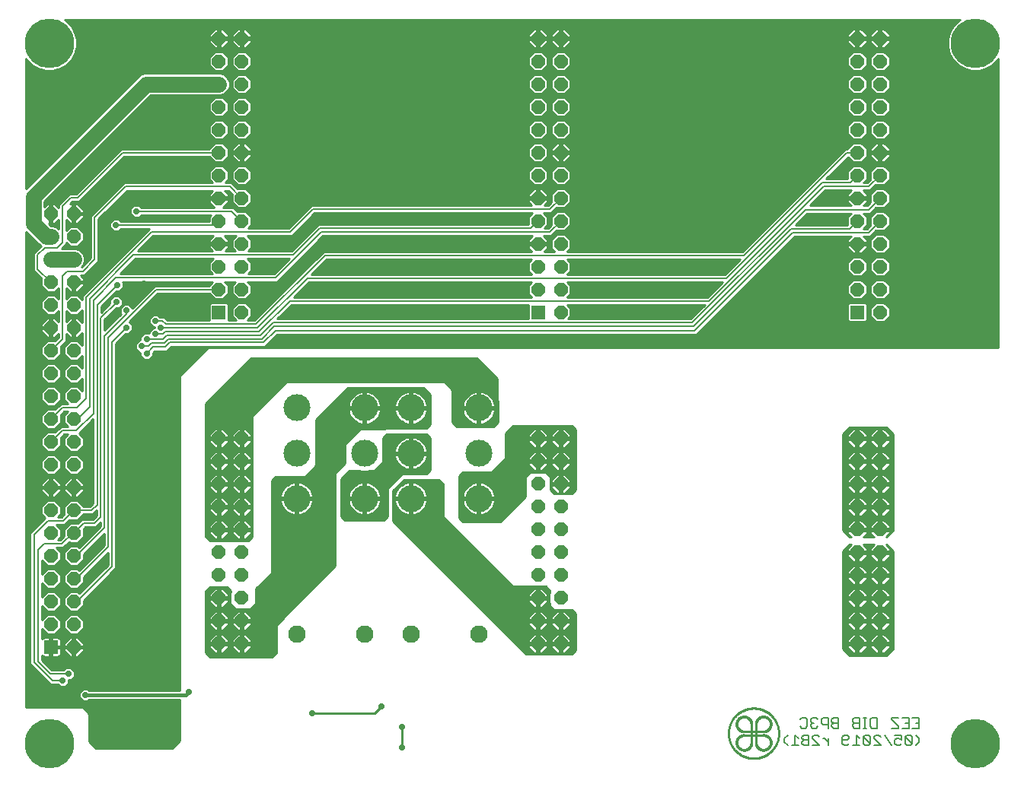
<source format=gbl>
G75*
%MOIN*%
%OFA0B0*%
%FSLAX25Y25*%
%IPPOS*%
%LPD*%
%AMOC8*
5,1,8,0,0,1.08239X$1,22.5*
%
%ADD10C,0.00500*%
%ADD11C,0.11811*%
%ADD12C,0.07677*%
%ADD13OC8,0.05906*%
%ADD14R,0.05906X0.05906*%
%ADD15C,0.01000*%
%ADD16C,0.00100*%
%ADD17C,0.21654*%
%ADD18OC8,0.02781*%
%ADD19R,0.02781X0.02781*%
%ADD20C,0.07000*%
%ADD21C,0.01600*%
%ADD22C,0.00800*%
D10*
X0389458Y0037236D02*
X0389458Y0038738D01*
X0390960Y0040239D01*
X0394062Y0040239D02*
X0394062Y0035735D01*
X0392561Y0035735D02*
X0395564Y0035735D01*
X0397165Y0036486D02*
X0397916Y0035735D01*
X0400167Y0035735D01*
X0400167Y0040239D01*
X0397916Y0040239D01*
X0397165Y0039488D01*
X0397165Y0038738D01*
X0397916Y0037987D01*
X0400167Y0037987D01*
X0401769Y0038738D02*
X0401769Y0039488D01*
X0402519Y0040239D01*
X0404021Y0040239D01*
X0404771Y0039488D01*
X0406356Y0038738D02*
X0407107Y0038738D01*
X0408608Y0037236D01*
X0408608Y0035735D02*
X0408608Y0038738D01*
X0408608Y0043235D02*
X0408608Y0047739D01*
X0406356Y0047739D01*
X0405605Y0046988D01*
X0405605Y0045487D01*
X0406356Y0044736D01*
X0408608Y0044736D01*
X0410209Y0044736D02*
X0410209Y0043986D01*
X0410960Y0043235D01*
X0413212Y0043235D01*
X0413212Y0047739D01*
X0410960Y0047739D01*
X0410209Y0046988D01*
X0410209Y0046238D01*
X0410960Y0045487D01*
X0413212Y0045487D01*
X0410960Y0045487D02*
X0410209Y0044736D01*
X0404004Y0043986D02*
X0403253Y0043235D01*
X0401752Y0043235D01*
X0401002Y0043986D01*
X0401002Y0044736D01*
X0401752Y0045487D01*
X0402503Y0045487D01*
X0401752Y0045487D02*
X0401002Y0046238D01*
X0401002Y0046988D01*
X0401752Y0047739D01*
X0403253Y0047739D01*
X0404004Y0046988D01*
X0399400Y0046988D02*
X0399400Y0043986D01*
X0398649Y0043235D01*
X0397148Y0043235D01*
X0396398Y0043986D01*
X0396398Y0046988D02*
X0397148Y0047739D01*
X0398649Y0047739D01*
X0399400Y0046988D01*
X0401769Y0038738D02*
X0404771Y0035735D01*
X0401769Y0035735D01*
X0397916Y0037987D02*
X0397165Y0037236D01*
X0397165Y0036486D01*
X0395564Y0038738D02*
X0394062Y0040239D01*
X0390960Y0035735D02*
X0389458Y0037236D01*
X0414813Y0036486D02*
X0414813Y0039488D01*
X0415564Y0040239D01*
X0417065Y0040239D01*
X0417816Y0039488D01*
X0417816Y0038738D01*
X0417065Y0037987D01*
X0414813Y0037987D01*
X0414813Y0036486D02*
X0415564Y0035735D01*
X0417065Y0035735D01*
X0417816Y0036486D01*
X0419417Y0035735D02*
X0422420Y0035735D01*
X0420918Y0035735D02*
X0420918Y0040239D01*
X0422420Y0038738D01*
X0424021Y0039488D02*
X0427024Y0036486D01*
X0426273Y0035735D01*
X0424772Y0035735D01*
X0424021Y0036486D01*
X0424021Y0039488D01*
X0424772Y0040239D01*
X0426273Y0040239D01*
X0427024Y0039488D01*
X0427024Y0036486D01*
X0428625Y0035735D02*
X0431628Y0035735D01*
X0428625Y0038738D01*
X0428625Y0039488D01*
X0429376Y0040239D01*
X0430877Y0040239D01*
X0431628Y0039488D01*
X0433229Y0040239D02*
X0436232Y0035735D01*
X0437833Y0036486D02*
X0437833Y0037987D01*
X0438584Y0038738D01*
X0439334Y0038738D01*
X0440835Y0037987D01*
X0440835Y0040239D01*
X0437833Y0040239D01*
X0439301Y0043235D02*
X0436298Y0043235D01*
X0439301Y0043235D02*
X0439301Y0043986D01*
X0436298Y0046988D01*
X0436298Y0047739D01*
X0439301Y0047739D01*
X0440902Y0047739D02*
X0443905Y0047739D01*
X0443905Y0043235D01*
X0440902Y0043235D01*
X0442403Y0045487D02*
X0443905Y0045487D01*
X0445506Y0047739D02*
X0448509Y0047739D01*
X0448509Y0043235D01*
X0445506Y0043235D01*
X0447007Y0045487D02*
X0448509Y0045487D01*
X0447007Y0040239D02*
X0448509Y0038738D01*
X0448509Y0037236D01*
X0447007Y0035735D01*
X0445439Y0036486D02*
X0442437Y0039488D01*
X0442437Y0036486D01*
X0443187Y0035735D01*
X0444689Y0035735D01*
X0445439Y0036486D01*
X0445439Y0039488D01*
X0444689Y0040239D01*
X0443187Y0040239D01*
X0442437Y0039488D01*
X0440835Y0036486D02*
X0440085Y0035735D01*
X0438584Y0035735D01*
X0437833Y0036486D01*
X0430093Y0043235D02*
X0427841Y0043235D01*
X0427090Y0043986D01*
X0427090Y0046988D01*
X0427841Y0047739D01*
X0430093Y0047739D01*
X0430093Y0043235D01*
X0425489Y0043235D02*
X0423988Y0043235D01*
X0424738Y0043235D02*
X0424738Y0047739D01*
X0423988Y0047739D02*
X0425489Y0047739D01*
X0422420Y0047739D02*
X0420168Y0047739D01*
X0419417Y0046988D01*
X0419417Y0046238D01*
X0420168Y0045487D01*
X0422420Y0045487D01*
X0422420Y0043235D02*
X0422420Y0047739D01*
X0420168Y0045487D02*
X0419417Y0044736D01*
X0419417Y0043986D01*
X0420168Y0043235D01*
X0422420Y0043235D01*
D11*
X0255665Y0143933D03*
X0255665Y0163776D03*
X0255665Y0183618D03*
X0225902Y0183618D03*
X0205665Y0183618D03*
X0205665Y0163776D03*
X0205665Y0143933D03*
X0225902Y0143933D03*
X0225902Y0163776D03*
X0175902Y0163776D03*
X0175902Y0143933D03*
X0175902Y0183618D03*
D12*
X0175902Y0084406D03*
X0205665Y0084406D03*
X0225902Y0084406D03*
X0255665Y0084406D03*
D13*
X0281571Y0080350D03*
X0291571Y0080350D03*
X0291571Y0090350D03*
X0281571Y0090350D03*
X0281571Y0100350D03*
X0291571Y0100350D03*
X0291571Y0110350D03*
X0281571Y0110350D03*
X0281571Y0120350D03*
X0291571Y0120350D03*
X0291571Y0130350D03*
X0281571Y0130350D03*
X0281571Y0140350D03*
X0291571Y0140350D03*
X0291571Y0150350D03*
X0281571Y0150350D03*
X0281571Y0160350D03*
X0291571Y0160350D03*
X0291571Y0170350D03*
X0281571Y0170350D03*
X0291571Y0225547D03*
X0291571Y0235547D03*
X0281571Y0235547D03*
X0281571Y0245547D03*
X0291571Y0245547D03*
X0291571Y0255547D03*
X0281571Y0255547D03*
X0281571Y0265547D03*
X0291571Y0265547D03*
X0291571Y0275547D03*
X0281571Y0275547D03*
X0281571Y0285547D03*
X0291571Y0285547D03*
X0291571Y0295547D03*
X0281571Y0295547D03*
X0281571Y0305547D03*
X0291571Y0305547D03*
X0291571Y0315547D03*
X0281571Y0315547D03*
X0281571Y0325547D03*
X0291571Y0325547D03*
X0291571Y0335547D03*
X0281571Y0335547D03*
X0281571Y0345547D03*
X0291571Y0345547D03*
X0421335Y0345547D03*
X0431335Y0345547D03*
X0431335Y0335547D03*
X0431335Y0325547D03*
X0421335Y0325547D03*
X0421335Y0335547D03*
X0421335Y0315547D03*
X0431335Y0315547D03*
X0431335Y0305547D03*
X0421335Y0305547D03*
X0421335Y0295547D03*
X0431335Y0295547D03*
X0431335Y0285547D03*
X0421335Y0285547D03*
X0421335Y0275547D03*
X0431335Y0275547D03*
X0431335Y0265547D03*
X0431335Y0255547D03*
X0421335Y0255547D03*
X0421335Y0265547D03*
X0421335Y0245547D03*
X0431335Y0245547D03*
X0431335Y0235547D03*
X0431335Y0225547D03*
X0421335Y0235547D03*
X0421335Y0170350D03*
X0431335Y0170350D03*
X0431335Y0160350D03*
X0431335Y0150350D03*
X0421335Y0150350D03*
X0421335Y0160350D03*
X0421335Y0140350D03*
X0431335Y0140350D03*
X0431335Y0130350D03*
X0431335Y0120350D03*
X0421335Y0120350D03*
X0421335Y0130350D03*
X0421335Y0110350D03*
X0431335Y0110350D03*
X0431335Y0100350D03*
X0431335Y0090350D03*
X0421335Y0090350D03*
X0421335Y0100350D03*
X0421335Y0080350D03*
X0431335Y0080350D03*
X0151807Y0080350D03*
X0141807Y0080350D03*
X0141807Y0090350D03*
X0151807Y0090350D03*
X0151807Y0100350D03*
X0141807Y0100350D03*
X0141807Y0110350D03*
X0151807Y0110350D03*
X0151807Y0120350D03*
X0141807Y0120350D03*
X0141807Y0130350D03*
X0151807Y0130350D03*
X0151807Y0140350D03*
X0141807Y0140350D03*
X0141807Y0150350D03*
X0151807Y0150350D03*
X0151807Y0160350D03*
X0141807Y0160350D03*
X0141807Y0170350D03*
X0151807Y0170350D03*
X0151807Y0225547D03*
X0151807Y0235547D03*
X0141807Y0235547D03*
X0141807Y0245547D03*
X0151807Y0245547D03*
X0151807Y0255547D03*
X0141807Y0255547D03*
X0141807Y0265547D03*
X0151807Y0265547D03*
X0151807Y0275547D03*
X0141807Y0275547D03*
X0141807Y0285547D03*
X0151807Y0285547D03*
X0151807Y0295547D03*
X0141807Y0295547D03*
X0141807Y0305547D03*
X0151807Y0305547D03*
X0151807Y0315547D03*
X0141807Y0315547D03*
X0141807Y0325547D03*
X0151807Y0325547D03*
X0151807Y0335547D03*
X0141807Y0335547D03*
X0141807Y0345547D03*
X0151807Y0345547D03*
X0078343Y0268776D03*
X0078343Y0258776D03*
X0068343Y0258776D03*
X0068343Y0268776D03*
X0068343Y0248776D03*
X0078343Y0248776D03*
X0078343Y0238776D03*
X0078343Y0228776D03*
X0068343Y0228776D03*
X0068343Y0238776D03*
X0068343Y0218776D03*
X0078343Y0218776D03*
X0078343Y0208776D03*
X0078343Y0198776D03*
X0068343Y0198776D03*
X0068343Y0208776D03*
X0068343Y0188776D03*
X0078343Y0188776D03*
X0078343Y0178776D03*
X0078343Y0168776D03*
X0068343Y0168776D03*
X0068343Y0178776D03*
X0068343Y0158776D03*
X0078343Y0158776D03*
X0078343Y0148776D03*
X0078343Y0138776D03*
X0068343Y0138776D03*
X0068343Y0148776D03*
X0068343Y0128776D03*
X0078343Y0128776D03*
X0078343Y0118776D03*
X0078343Y0108776D03*
X0068343Y0108776D03*
X0068343Y0118776D03*
X0068343Y0098776D03*
X0078343Y0098776D03*
X0078343Y0088776D03*
X0078343Y0078776D03*
X0068343Y0088776D03*
D14*
X0068343Y0078776D03*
X0141807Y0225547D03*
X0281571Y0225547D03*
X0421335Y0225547D03*
D15*
X0425587Y0225696D02*
X0427082Y0225696D01*
X0427082Y0226694D02*
X0425587Y0226694D01*
X0425587Y0227693D02*
X0427466Y0227693D01*
X0427082Y0227309D02*
X0427082Y0223786D01*
X0429573Y0221294D01*
X0433096Y0221294D01*
X0435587Y0223786D01*
X0435587Y0227309D01*
X0433096Y0229800D01*
X0429573Y0229800D01*
X0427082Y0227309D01*
X0428464Y0228691D02*
X0425587Y0228691D01*
X0425587Y0229038D02*
X0424826Y0229800D01*
X0417843Y0229800D01*
X0417082Y0229038D01*
X0417082Y0222056D01*
X0417843Y0221294D01*
X0424826Y0221294D01*
X0425587Y0222056D01*
X0425587Y0229038D01*
X0424936Y0229690D02*
X0429463Y0229690D01*
X0429573Y0231294D02*
X0433096Y0231294D01*
X0435587Y0233786D01*
X0435587Y0237309D01*
X0433096Y0239800D01*
X0429573Y0239800D01*
X0427082Y0237309D01*
X0427082Y0233786D01*
X0429573Y0231294D01*
X0429181Y0231687D02*
X0423488Y0231687D01*
X0423096Y0231294D02*
X0425587Y0233786D01*
X0425587Y0237309D01*
X0423096Y0239800D01*
X0419573Y0239800D01*
X0417082Y0237309D01*
X0417082Y0233786D01*
X0419573Y0231294D01*
X0423096Y0231294D01*
X0424487Y0232685D02*
X0428182Y0232685D01*
X0427184Y0233684D02*
X0425485Y0233684D01*
X0425587Y0234682D02*
X0427082Y0234682D01*
X0427082Y0235681D02*
X0425587Y0235681D01*
X0425587Y0236679D02*
X0427082Y0236679D01*
X0427451Y0237678D02*
X0425218Y0237678D01*
X0424220Y0238676D02*
X0428449Y0238676D01*
X0429448Y0239675D02*
X0423221Y0239675D01*
X0423096Y0241294D02*
X0425587Y0243786D01*
X0425587Y0247309D01*
X0423096Y0249800D01*
X0419573Y0249800D01*
X0417082Y0247309D01*
X0417082Y0243786D01*
X0419573Y0241294D01*
X0423096Y0241294D01*
X0423473Y0241672D02*
X0429196Y0241672D01*
X0429573Y0241294D02*
X0433096Y0241294D01*
X0435587Y0243786D01*
X0435587Y0247309D01*
X0433096Y0249800D01*
X0429573Y0249800D01*
X0427082Y0247309D01*
X0427082Y0243786D01*
X0429573Y0241294D01*
X0428197Y0242670D02*
X0424472Y0242670D01*
X0425470Y0243669D02*
X0427199Y0243669D01*
X0427082Y0244667D02*
X0425587Y0244667D01*
X0425587Y0245666D02*
X0427082Y0245666D01*
X0427082Y0246664D02*
X0425587Y0246664D01*
X0425233Y0247663D02*
X0427436Y0247663D01*
X0428434Y0248661D02*
X0424235Y0248661D01*
X0423236Y0249660D02*
X0429433Y0249660D01*
X0429573Y0251294D02*
X0433096Y0251294D01*
X0435587Y0253786D01*
X0435587Y0257309D01*
X0433096Y0259800D01*
X0429573Y0259800D01*
X0427082Y0257309D01*
X0427082Y0253786D01*
X0429573Y0251294D01*
X0429211Y0251657D02*
X0423459Y0251657D01*
X0423096Y0251294D02*
X0425587Y0253786D01*
X0425587Y0255063D01*
X0421819Y0255063D01*
X0421819Y0256031D01*
X0425587Y0256031D01*
X0425587Y0257309D01*
X0424069Y0258828D01*
X0426972Y0258828D01*
X0429506Y0261362D01*
X0429573Y0261294D01*
X0433096Y0261294D01*
X0435587Y0263786D01*
X0435587Y0267309D01*
X0433096Y0269800D01*
X0429573Y0269800D01*
X0427082Y0267309D01*
X0427082Y0263786D01*
X0427102Y0263766D01*
X0425564Y0262228D01*
X0424029Y0262228D01*
X0425587Y0263786D01*
X0425587Y0267309D01*
X0424019Y0268878D01*
X0427022Y0268878D01*
X0429506Y0271362D01*
X0429573Y0271294D01*
X0433096Y0271294D01*
X0435587Y0273786D01*
X0435587Y0277309D01*
X0433096Y0279800D01*
X0429573Y0279800D01*
X0427082Y0277309D01*
X0427082Y0273786D01*
X0427102Y0273766D01*
X0425614Y0272278D01*
X0424079Y0272278D01*
X0425587Y0273786D01*
X0425587Y0275063D01*
X0421819Y0275063D01*
X0421819Y0276031D01*
X0425587Y0276031D01*
X0425587Y0277309D01*
X0423919Y0278978D01*
X0427122Y0278978D01*
X0429506Y0281362D01*
X0429573Y0281294D01*
X0433096Y0281294D01*
X0435587Y0283786D01*
X0435587Y0287309D01*
X0433096Y0289800D01*
X0429573Y0289800D01*
X0427082Y0287309D01*
X0427082Y0283786D01*
X0427102Y0283766D01*
X0425714Y0282378D01*
X0424179Y0282378D01*
X0425587Y0283786D01*
X0425587Y0287309D01*
X0423096Y0289800D01*
X0419573Y0289800D01*
X0417082Y0287309D01*
X0417082Y0283978D01*
X0407700Y0283978D01*
X0417295Y0293573D01*
X0419573Y0291294D01*
X0423096Y0291294D01*
X0425587Y0293786D01*
X0425587Y0297309D01*
X0423096Y0299800D01*
X0419573Y0299800D01*
X0417082Y0297309D01*
X0417082Y0297247D01*
X0416161Y0297247D01*
X0371141Y0252228D01*
X0294265Y0252228D01*
X0295824Y0253786D01*
X0295824Y0257309D01*
X0293332Y0259800D01*
X0289809Y0259800D01*
X0287318Y0257309D01*
X0287318Y0253786D01*
X0288876Y0252228D01*
X0284265Y0252228D01*
X0285824Y0253786D01*
X0285824Y0255063D01*
X0282055Y0255063D01*
X0282055Y0256031D01*
X0285824Y0256031D01*
X0285824Y0257309D01*
X0284155Y0258978D01*
X0287405Y0258978D01*
X0289766Y0261338D01*
X0289809Y0261294D01*
X0293332Y0261294D01*
X0295824Y0263786D01*
X0295824Y0267309D01*
X0293332Y0269800D01*
X0289809Y0269800D01*
X0287318Y0267309D01*
X0287318Y0263786D01*
X0287362Y0263742D01*
X0285997Y0262378D01*
X0284415Y0262378D01*
X0285824Y0263786D01*
X0285824Y0267309D01*
X0284105Y0269028D01*
X0287455Y0269028D01*
X0289766Y0271338D01*
X0289809Y0271294D01*
X0293332Y0271294D01*
X0295824Y0273786D01*
X0295824Y0277309D01*
X0293332Y0279800D01*
X0289809Y0279800D01*
X0287318Y0277309D01*
X0287318Y0273786D01*
X0287362Y0273742D01*
X0286047Y0272428D01*
X0284465Y0272428D01*
X0285824Y0273786D01*
X0285824Y0275063D01*
X0282055Y0275063D01*
X0282055Y0276031D01*
X0285824Y0276031D01*
X0285824Y0277309D01*
X0283332Y0279800D01*
X0282055Y0279800D01*
X0282055Y0276032D01*
X0281087Y0276032D01*
X0281087Y0279800D01*
X0279809Y0279800D01*
X0277318Y0277309D01*
X0277318Y0276031D01*
X0281087Y0276031D01*
X0281087Y0275063D01*
X0277318Y0275063D01*
X0277318Y0273786D01*
X0278676Y0272428D01*
X0182391Y0272428D01*
X0172491Y0262528D01*
X0154802Y0262528D01*
X0156060Y0263786D01*
X0156060Y0267309D01*
X0153569Y0269800D01*
X0150046Y0269800D01*
X0150002Y0269756D01*
X0148181Y0271578D01*
X0143852Y0271578D01*
X0146060Y0273786D01*
X0146060Y0275063D01*
X0142291Y0275063D01*
X0142291Y0276031D01*
X0146060Y0276031D01*
X0146060Y0277309D01*
X0144441Y0278928D01*
X0146023Y0278928D01*
X0147598Y0277352D01*
X0147554Y0277309D01*
X0147554Y0273786D01*
X0150046Y0271294D01*
X0153569Y0271294D01*
X0156060Y0273786D01*
X0156060Y0277309D01*
X0153569Y0279800D01*
X0150046Y0279800D01*
X0150002Y0279756D01*
X0148427Y0281332D01*
X0147431Y0282328D01*
X0144602Y0282328D01*
X0146060Y0283786D01*
X0146060Y0287309D01*
X0143569Y0289800D01*
X0140046Y0289800D01*
X0137554Y0287309D01*
X0137554Y0283786D01*
X0139012Y0282328D01*
X0100291Y0282328D01*
X0088696Y0270732D01*
X0087071Y0269107D01*
X0085696Y0267732D01*
X0085696Y0266323D01*
X0085696Y0249320D01*
X0081671Y0245296D01*
X0081651Y0245296D01*
X0082412Y0246057D01*
X0083143Y0247821D01*
X0083143Y0249730D01*
X0082412Y0251495D01*
X0081061Y0252845D01*
X0079297Y0253576D01*
X0073159Y0253576D01*
X0075076Y0255492D01*
X0075076Y0256028D01*
X0076581Y0254523D01*
X0080104Y0254523D01*
X0082595Y0257014D01*
X0082595Y0260537D01*
X0080104Y0263028D01*
X0076581Y0263028D01*
X0075076Y0261523D01*
X0075076Y0266028D01*
X0076581Y0264523D01*
X0077858Y0264523D01*
X0077858Y0268291D01*
X0078827Y0268291D01*
X0078827Y0264523D01*
X0080104Y0264523D01*
X0082595Y0267014D01*
X0082595Y0268291D01*
X0078827Y0268291D01*
X0078827Y0269260D01*
X0082595Y0269260D01*
X0082595Y0270537D01*
X0080104Y0273028D01*
X0078827Y0273028D01*
X0078827Y0269260D01*
X0077858Y0269260D01*
X0077858Y0273028D01*
X0076812Y0273028D01*
X0077861Y0274078D01*
X0080730Y0274078D01*
X0100499Y0293847D01*
X0137554Y0293847D01*
X0137554Y0293786D01*
X0140046Y0291294D01*
X0143569Y0291294D01*
X0146060Y0293786D01*
X0146060Y0297309D01*
X0143569Y0299800D01*
X0140046Y0299800D01*
X0137554Y0297309D01*
X0137554Y0297247D01*
X0099091Y0297247D01*
X0098095Y0296251D01*
X0079321Y0277478D01*
X0076453Y0277478D01*
X0075457Y0276482D01*
X0071676Y0272700D01*
X0071676Y0271457D01*
X0070104Y0273028D01*
X0068827Y0273028D01*
X0068827Y0269260D01*
X0067858Y0269260D01*
X0067858Y0273028D01*
X0066581Y0273028D01*
X0065446Y0271893D01*
X0065446Y0274039D01*
X0112154Y0320747D01*
X0142762Y0320747D01*
X0144526Y0321478D01*
X0145876Y0322828D01*
X0146607Y0324592D01*
X0146607Y0326502D01*
X0145876Y0328266D01*
X0144526Y0329616D01*
X0142762Y0330347D01*
X0109211Y0330347D01*
X0107446Y0329616D01*
X0057472Y0279643D01*
X0057472Y0336789D01*
X0057851Y0336133D01*
X0060109Y0333875D01*
X0062874Y0332278D01*
X0065959Y0331452D01*
X0069152Y0331452D01*
X0072236Y0332278D01*
X0075001Y0333875D01*
X0077259Y0336133D01*
X0078855Y0338898D01*
X0079682Y0341982D01*
X0079682Y0345175D01*
X0078855Y0348259D01*
X0077259Y0351025D01*
X0075001Y0353283D01*
X0074345Y0353661D01*
X0466277Y0353661D01*
X0465621Y0353283D01*
X0463363Y0351025D01*
X0461767Y0348259D01*
X0460940Y0345175D01*
X0460940Y0341982D01*
X0461767Y0338898D01*
X0463363Y0336133D01*
X0465621Y0333875D01*
X0468386Y0332278D01*
X0471470Y0331452D01*
X0474663Y0331452D01*
X0477748Y0332278D01*
X0480513Y0333875D01*
X0482771Y0336133D01*
X0483150Y0336789D01*
X0483150Y0210028D01*
X0136896Y0210028D01*
X0124646Y0197778D01*
X0124646Y0059878D01*
X0085101Y0059878D01*
X0084510Y0060468D01*
X0082281Y0060468D01*
X0080705Y0058892D01*
X0080705Y0056663D01*
X0082281Y0055087D01*
X0084510Y0055087D01*
X0085101Y0055678D01*
X0124646Y0055678D01*
X0124646Y0037778D01*
X0121396Y0034528D01*
X0087896Y0034528D01*
X0085146Y0037278D01*
X0085146Y0049528D01*
X0082396Y0052278D01*
X0057472Y0052278D01*
X0057472Y0260913D01*
X0063679Y0254706D01*
X0063964Y0254588D01*
X0061821Y0252446D01*
X0060826Y0251450D01*
X0060826Y0243888D01*
X0064133Y0240581D01*
X0064090Y0240537D01*
X0064090Y0237014D01*
X0066581Y0234523D01*
X0070104Y0234523D01*
X0071626Y0236044D01*
X0071626Y0231507D01*
X0070104Y0233028D01*
X0066581Y0233028D01*
X0064090Y0230537D01*
X0064090Y0227014D01*
X0066581Y0224523D01*
X0070104Y0224523D01*
X0071626Y0226044D01*
X0071626Y0221507D01*
X0070104Y0223028D01*
X0068827Y0223028D01*
X0068827Y0219260D01*
X0067858Y0219260D01*
X0067858Y0218291D01*
X0068827Y0218291D01*
X0068827Y0214523D01*
X0070104Y0214523D01*
X0071626Y0216044D01*
X0071626Y0214463D01*
X0070148Y0212985D01*
X0070104Y0213028D01*
X0066581Y0213028D01*
X0064090Y0210537D01*
X0064090Y0207014D01*
X0066581Y0204523D01*
X0070104Y0204523D01*
X0072595Y0207014D01*
X0072595Y0210537D01*
X0072552Y0210581D01*
X0075026Y0213054D01*
X0075026Y0216078D01*
X0076581Y0214523D01*
X0077858Y0214523D01*
X0077858Y0218291D01*
X0078827Y0218291D01*
X0078827Y0214523D01*
X0080104Y0214523D01*
X0082076Y0216494D01*
X0082076Y0211057D01*
X0080104Y0213028D01*
X0076581Y0213028D01*
X0074090Y0210537D01*
X0074090Y0207014D01*
X0076581Y0204523D01*
X0080104Y0204523D01*
X0082076Y0206494D01*
X0082076Y0201057D01*
X0080104Y0203028D01*
X0076581Y0203028D01*
X0074090Y0200537D01*
X0074090Y0197014D01*
X0076581Y0194523D01*
X0080104Y0194523D01*
X0082076Y0196494D01*
X0082076Y0191057D01*
X0080104Y0193028D01*
X0076581Y0193028D01*
X0074090Y0190537D01*
X0074090Y0187014D01*
X0075658Y0185446D01*
X0072609Y0185446D01*
X0071613Y0184450D01*
X0070148Y0182985D01*
X0070104Y0183028D01*
X0066581Y0183028D01*
X0064090Y0180537D01*
X0064090Y0177014D01*
X0066581Y0174523D01*
X0070104Y0174523D01*
X0072595Y0177014D01*
X0072595Y0180537D01*
X0072552Y0180581D01*
X0074017Y0182046D01*
X0075599Y0182046D01*
X0074090Y0180537D01*
X0074090Y0177014D01*
X0075608Y0175496D01*
X0072659Y0175496D01*
X0071663Y0174500D01*
X0070148Y0172985D01*
X0070104Y0173028D01*
X0066581Y0173028D01*
X0064090Y0170537D01*
X0064090Y0167014D01*
X0066581Y0164523D01*
X0070104Y0164523D01*
X0072595Y0167014D01*
X0072595Y0170537D01*
X0072552Y0170581D01*
X0074067Y0172096D01*
X0075649Y0172096D01*
X0074090Y0170537D01*
X0074090Y0167014D01*
X0076581Y0164523D01*
X0080104Y0164523D01*
X0082595Y0167014D01*
X0082595Y0170537D01*
X0080633Y0172499D01*
X0086876Y0178742D01*
X0086876Y0141912D01*
X0085440Y0140476D01*
X0082595Y0140476D01*
X0082595Y0140537D01*
X0080104Y0143028D01*
X0076581Y0143028D01*
X0074090Y0140537D01*
X0074090Y0137014D01*
X0074133Y0136971D01*
X0072890Y0135728D01*
X0071309Y0135728D01*
X0072595Y0137014D01*
X0072595Y0140537D01*
X0070104Y0143028D01*
X0066581Y0143028D01*
X0064090Y0140537D01*
X0064090Y0137014D01*
X0065784Y0135320D01*
X0065196Y0134732D01*
X0060191Y0129728D01*
X0059196Y0128732D01*
X0059196Y0071323D01*
X0067196Y0063323D01*
X0068191Y0062328D01*
X0071291Y0062328D01*
X0072281Y0061337D01*
X0074510Y0061337D01*
X0076086Y0062913D01*
X0076086Y0064337D01*
X0077010Y0064337D01*
X0078586Y0065913D01*
X0078586Y0068142D01*
X0077010Y0069718D01*
X0074781Y0069718D01*
X0073791Y0068728D01*
X0068850Y0068728D01*
X0064346Y0073232D01*
X0064346Y0075031D01*
X0064350Y0075025D01*
X0064592Y0074783D01*
X0064888Y0074611D01*
X0065219Y0074523D01*
X0067858Y0074523D01*
X0067858Y0078291D01*
X0068827Y0078291D01*
X0068827Y0074523D01*
X0071466Y0074523D01*
X0071797Y0074611D01*
X0072093Y0074783D01*
X0072336Y0075025D01*
X0072507Y0075321D01*
X0072595Y0075652D01*
X0072595Y0078291D01*
X0068827Y0078291D01*
X0068827Y0079260D01*
X0072595Y0079260D01*
X0072595Y0081899D01*
X0072507Y0082230D01*
X0072336Y0082527D01*
X0072093Y0082769D01*
X0071797Y0082940D01*
X0071466Y0083028D01*
X0068827Y0083028D01*
X0068827Y0079260D01*
X0067858Y0079260D01*
X0067858Y0083028D01*
X0065219Y0083028D01*
X0064888Y0082940D01*
X0064592Y0082769D01*
X0064350Y0082527D01*
X0064346Y0082520D01*
X0064346Y0086758D01*
X0066581Y0084523D01*
X0070104Y0084523D01*
X0072595Y0087014D01*
X0072595Y0090537D01*
X0070104Y0093028D01*
X0066581Y0093028D01*
X0064346Y0090793D01*
X0064346Y0096758D01*
X0066581Y0094523D01*
X0070104Y0094523D01*
X0072595Y0097014D01*
X0072595Y0100537D01*
X0070104Y0103028D01*
X0066581Y0103028D01*
X0064346Y0100793D01*
X0064346Y0106758D01*
X0066581Y0104523D01*
X0070104Y0104523D01*
X0072595Y0107014D01*
X0072595Y0110537D01*
X0070104Y0113028D01*
X0066581Y0113028D01*
X0064346Y0110793D01*
X0064346Y0116758D01*
X0066581Y0114523D01*
X0070104Y0114523D01*
X0072595Y0117014D01*
X0072595Y0120537D01*
X0070805Y0122328D01*
X0073850Y0122328D01*
X0074846Y0123323D01*
X0074846Y0123323D01*
X0076313Y0124791D01*
X0076581Y0124523D01*
X0080104Y0124523D01*
X0082595Y0127014D01*
X0082595Y0130537D01*
X0082552Y0130581D01*
X0083299Y0131328D01*
X0088100Y0131328D01*
X0089096Y0132323D01*
X0090076Y0133303D01*
X0090076Y0131750D01*
X0080729Y0122404D01*
X0080104Y0123028D01*
X0076581Y0123028D01*
X0074090Y0120537D01*
X0074090Y0117014D01*
X0076581Y0114523D01*
X0080104Y0114523D01*
X0082595Y0117014D01*
X0082595Y0119462D01*
X0091676Y0128542D01*
X0091676Y0123350D01*
X0080729Y0112404D01*
X0080104Y0113028D01*
X0076581Y0113028D01*
X0074090Y0110537D01*
X0074090Y0107014D01*
X0076581Y0104523D01*
X0080104Y0104523D01*
X0082595Y0107014D01*
X0082595Y0109462D01*
X0093276Y0120142D01*
X0093276Y0114750D01*
X0080829Y0102304D01*
X0080104Y0103028D01*
X0076581Y0103028D01*
X0074090Y0100537D01*
X0074090Y0097014D01*
X0076581Y0094523D01*
X0080104Y0094523D01*
X0082595Y0097014D01*
X0082595Y0099262D01*
X0095680Y0112346D01*
X0096676Y0113342D01*
X0096676Y0211723D01*
X0101089Y0216137D01*
X0102490Y0216137D01*
X0104066Y0217713D01*
X0104066Y0219942D01*
X0102640Y0221368D01*
X0115120Y0233847D01*
X0137554Y0233847D01*
X0137554Y0233786D01*
X0140046Y0231294D01*
X0143569Y0231294D01*
X0146060Y0233786D01*
X0146060Y0237309D01*
X0144441Y0238928D01*
X0149173Y0238928D01*
X0147554Y0237309D01*
X0147554Y0233786D01*
X0150046Y0231294D01*
X0153569Y0231294D01*
X0156060Y0233786D01*
X0156060Y0237309D01*
X0154441Y0238928D01*
X0167400Y0238928D01*
X0168396Y0239923D01*
X0187450Y0258978D01*
X0278987Y0258978D01*
X0277318Y0257309D01*
X0277318Y0256031D01*
X0281087Y0256031D01*
X0281087Y0255063D01*
X0277318Y0255063D01*
X0277318Y0253786D01*
X0278876Y0252228D01*
X0187691Y0252228D01*
X0157441Y0221978D01*
X0154252Y0221978D01*
X0156060Y0223786D01*
X0156060Y0227309D01*
X0153569Y0229800D01*
X0150046Y0229800D01*
X0147554Y0227309D01*
X0147554Y0223786D01*
X0149362Y0221978D01*
X0145981Y0221978D01*
X0146060Y0222056D01*
X0146060Y0229038D01*
X0145298Y0229800D01*
X0138316Y0229800D01*
X0137554Y0229038D01*
X0137554Y0222056D01*
X0137633Y0221978D01*
X0119350Y0221978D01*
X0118896Y0222432D01*
X0117900Y0223428D01*
X0116181Y0223428D01*
X0115190Y0224418D01*
X0112961Y0224418D01*
X0111385Y0222842D01*
X0111385Y0220613D01*
X0112961Y0219037D01*
X0113685Y0219037D01*
X0113685Y0218818D01*
X0112961Y0218818D01*
X0111385Y0217242D01*
X0111385Y0216373D01*
X0111340Y0216418D01*
X0109111Y0216418D01*
X0107535Y0214842D01*
X0107535Y0213318D01*
X0106961Y0213318D01*
X0105385Y0211742D01*
X0105385Y0209513D01*
X0106961Y0207937D01*
X0107535Y0207937D01*
X0107535Y0206463D01*
X0109111Y0204887D01*
X0111340Y0204887D01*
X0112916Y0206463D01*
X0112916Y0207864D01*
X0113630Y0208578D01*
X0119100Y0208578D01*
X0120096Y0209573D01*
X0121100Y0210578D01*
X0162100Y0210578D01*
X0163096Y0211573D01*
X0167350Y0215828D01*
X0350900Y0215828D01*
X0351896Y0216823D01*
X0393900Y0258828D01*
X0418601Y0258828D01*
X0417082Y0257309D01*
X0417082Y0256031D01*
X0420850Y0256031D01*
X0420850Y0255063D01*
X0417082Y0255063D01*
X0417082Y0253786D01*
X0419573Y0251294D01*
X0420850Y0251294D01*
X0420850Y0255063D01*
X0421819Y0255063D01*
X0421819Y0251294D01*
X0423096Y0251294D01*
X0421819Y0251657D02*
X0420850Y0251657D01*
X0420850Y0252655D02*
X0421819Y0252655D01*
X0421819Y0253654D02*
X0420850Y0253654D01*
X0420850Y0254652D02*
X0421819Y0254652D01*
X0421819Y0255651D02*
X0427082Y0255651D01*
X0427082Y0256649D02*
X0425587Y0256649D01*
X0425248Y0257648D02*
X0427421Y0257648D01*
X0428420Y0258646D02*
X0424250Y0258646D01*
X0427789Y0259645D02*
X0429418Y0259645D01*
X0428788Y0260643D02*
X0483150Y0260643D01*
X0483150Y0259645D02*
X0433251Y0259645D01*
X0434250Y0258646D02*
X0483150Y0258646D01*
X0483150Y0257648D02*
X0435248Y0257648D01*
X0435587Y0256649D02*
X0483150Y0256649D01*
X0483150Y0255651D02*
X0435587Y0255651D01*
X0435587Y0254652D02*
X0483150Y0254652D01*
X0483150Y0253654D02*
X0435456Y0253654D01*
X0434457Y0252655D02*
X0483150Y0252655D01*
X0483150Y0251657D02*
X0433459Y0251657D01*
X0433236Y0249660D02*
X0483150Y0249660D01*
X0483150Y0250658D02*
X0385731Y0250658D01*
X0384732Y0249660D02*
X0419433Y0249660D01*
X0418434Y0248661D02*
X0383734Y0248661D01*
X0382735Y0247663D02*
X0417436Y0247663D01*
X0417082Y0246664D02*
X0381737Y0246664D01*
X0380738Y0245666D02*
X0417082Y0245666D01*
X0417082Y0244667D02*
X0379740Y0244667D01*
X0378741Y0243669D02*
X0417199Y0243669D01*
X0418197Y0242670D02*
X0377743Y0242670D01*
X0376744Y0241672D02*
X0419196Y0241672D01*
X0419448Y0239675D02*
X0374747Y0239675D01*
X0375746Y0240673D02*
X0483150Y0240673D01*
X0483150Y0239675D02*
X0433221Y0239675D01*
X0434220Y0238676D02*
X0483150Y0238676D01*
X0483150Y0237678D02*
X0435218Y0237678D01*
X0435587Y0236679D02*
X0483150Y0236679D01*
X0483150Y0235681D02*
X0435587Y0235681D01*
X0435587Y0234682D02*
X0483150Y0234682D01*
X0483150Y0233684D02*
X0435485Y0233684D01*
X0434487Y0232685D02*
X0483150Y0232685D01*
X0483150Y0231687D02*
X0433488Y0231687D01*
X0433207Y0229690D02*
X0483150Y0229690D01*
X0483150Y0230688D02*
X0365760Y0230688D01*
X0364762Y0229690D02*
X0417733Y0229690D01*
X0417082Y0228691D02*
X0363763Y0228691D01*
X0362765Y0227693D02*
X0417082Y0227693D01*
X0417082Y0226694D02*
X0361766Y0226694D01*
X0360768Y0225696D02*
X0417082Y0225696D01*
X0417082Y0224697D02*
X0359769Y0224697D01*
X0358771Y0223699D02*
X0417082Y0223699D01*
X0417082Y0222700D02*
X0357772Y0222700D01*
X0356774Y0221702D02*
X0417436Y0221702D01*
X0425233Y0221702D02*
X0429166Y0221702D01*
X0428168Y0222700D02*
X0425587Y0222700D01*
X0425587Y0223699D02*
X0427169Y0223699D01*
X0427082Y0224697D02*
X0425587Y0224697D01*
X0419181Y0231687D02*
X0366759Y0231687D01*
X0367757Y0232685D02*
X0418182Y0232685D01*
X0417184Y0233684D02*
X0368756Y0233684D01*
X0369754Y0234682D02*
X0417082Y0234682D01*
X0417082Y0235681D02*
X0370753Y0235681D01*
X0371751Y0236679D02*
X0417082Y0236679D01*
X0417451Y0237678D02*
X0372750Y0237678D01*
X0373748Y0238676D02*
X0418449Y0238676D01*
X0433473Y0241672D02*
X0483150Y0241672D01*
X0483150Y0242670D02*
X0434472Y0242670D01*
X0435470Y0243669D02*
X0483150Y0243669D01*
X0483150Y0244667D02*
X0435587Y0244667D01*
X0435587Y0245666D02*
X0483150Y0245666D01*
X0483150Y0246664D02*
X0435587Y0246664D01*
X0435233Y0247663D02*
X0483150Y0247663D01*
X0483150Y0248661D02*
X0434235Y0248661D01*
X0428212Y0252655D02*
X0424457Y0252655D01*
X0425456Y0253654D02*
X0427214Y0253654D01*
X0427082Y0254652D02*
X0425587Y0254652D01*
X0420850Y0255651D02*
X0390723Y0255651D01*
X0389725Y0254652D02*
X0417082Y0254652D01*
X0417214Y0253654D02*
X0388726Y0253654D01*
X0387728Y0252655D02*
X0418212Y0252655D01*
X0419211Y0251657D02*
X0386729Y0251657D01*
X0391722Y0256649D02*
X0417082Y0256649D01*
X0417421Y0257648D02*
X0392720Y0257648D01*
X0393719Y0258646D02*
X0418420Y0258646D01*
X0417082Y0263828D02*
X0394400Y0263828D01*
X0399450Y0268878D01*
X0418651Y0268878D01*
X0417082Y0267309D01*
X0417082Y0263828D01*
X0417082Y0264638D02*
X0395210Y0264638D01*
X0396208Y0265636D02*
X0417082Y0265636D01*
X0417082Y0266635D02*
X0397207Y0266635D01*
X0398205Y0267633D02*
X0417406Y0267633D01*
X0418405Y0268632D02*
X0399204Y0268632D01*
X0400600Y0272278D02*
X0407300Y0278978D01*
X0418751Y0278978D01*
X0417082Y0277309D01*
X0417082Y0276031D01*
X0420850Y0276031D01*
X0420850Y0275063D01*
X0417082Y0275063D01*
X0417082Y0273786D01*
X0418590Y0272278D01*
X0400600Y0272278D01*
X0400948Y0272626D02*
X0418242Y0272626D01*
X0417243Y0273624D02*
X0401946Y0273624D01*
X0402945Y0274623D02*
X0417082Y0274623D01*
X0417082Y0276620D02*
X0404942Y0276620D01*
X0405940Y0277618D02*
X0417391Y0277618D01*
X0418390Y0278617D02*
X0406939Y0278617D01*
X0403943Y0275621D02*
X0420850Y0275621D01*
X0421819Y0275621D02*
X0427082Y0275621D01*
X0427082Y0274623D02*
X0425587Y0274623D01*
X0425426Y0273624D02*
X0426960Y0273624D01*
X0425962Y0272626D02*
X0424427Y0272626D01*
X0424265Y0268632D02*
X0428405Y0268632D01*
X0427774Y0269630D02*
X0429403Y0269630D01*
X0428773Y0270629D02*
X0483150Y0270629D01*
X0483150Y0271627D02*
X0433429Y0271627D01*
X0434427Y0272626D02*
X0483150Y0272626D01*
X0483150Y0273624D02*
X0435426Y0273624D01*
X0435587Y0274623D02*
X0483150Y0274623D01*
X0483150Y0275621D02*
X0435587Y0275621D01*
X0435587Y0276620D02*
X0483150Y0276620D01*
X0483150Y0277618D02*
X0435278Y0277618D01*
X0434279Y0278617D02*
X0483150Y0278617D01*
X0483150Y0279615D02*
X0433281Y0279615D01*
X0433414Y0281612D02*
X0483150Y0281612D01*
X0483150Y0280614D02*
X0428758Y0280614D01*
X0429388Y0279615D02*
X0427760Y0279615D01*
X0428390Y0278617D02*
X0424279Y0278617D01*
X0425278Y0277618D02*
X0427391Y0277618D01*
X0427082Y0276620D02*
X0425587Y0276620D01*
X0425947Y0282611D02*
X0424412Y0282611D01*
X0425411Y0283609D02*
X0426945Y0283609D01*
X0427082Y0284608D02*
X0425587Y0284608D01*
X0425587Y0285606D02*
X0427082Y0285606D01*
X0427082Y0286605D02*
X0425587Y0286605D01*
X0425293Y0287603D02*
X0427376Y0287603D01*
X0428375Y0288602D02*
X0424294Y0288602D01*
X0423296Y0289600D02*
X0429373Y0289600D01*
X0429573Y0291294D02*
X0427082Y0293786D01*
X0427082Y0295063D01*
X0430850Y0295063D01*
X0430850Y0296031D01*
X0427082Y0296031D01*
X0427082Y0297309D01*
X0429573Y0299800D01*
X0430850Y0299800D01*
X0430850Y0296032D01*
X0431819Y0296032D01*
X0431819Y0299800D01*
X0433096Y0299800D01*
X0435587Y0297309D01*
X0435587Y0296031D01*
X0431819Y0296031D01*
X0431819Y0295063D01*
X0435587Y0295063D01*
X0435587Y0293786D01*
X0433096Y0291294D01*
X0431819Y0291294D01*
X0431819Y0295063D01*
X0430850Y0295063D01*
X0430850Y0291294D01*
X0429573Y0291294D01*
X0429270Y0291597D02*
X0423399Y0291597D01*
X0424398Y0292596D02*
X0428272Y0292596D01*
X0427273Y0293594D02*
X0425396Y0293594D01*
X0425587Y0294593D02*
X0427082Y0294593D01*
X0425587Y0295591D02*
X0430850Y0295591D01*
X0431819Y0295591D02*
X0483150Y0295591D01*
X0483150Y0294593D02*
X0435587Y0294593D01*
X0435396Y0293594D02*
X0483150Y0293594D01*
X0483150Y0292596D02*
X0434398Y0292596D01*
X0433399Y0291597D02*
X0483150Y0291597D01*
X0483150Y0290599D02*
X0414321Y0290599D01*
X0415320Y0291597D02*
X0419270Y0291597D01*
X0418272Y0292596D02*
X0416318Y0292596D01*
X0413507Y0294593D02*
X0295824Y0294593D01*
X0295824Y0295063D02*
X0292055Y0295063D01*
X0292055Y0291294D01*
X0293332Y0291294D01*
X0295824Y0293786D01*
X0295824Y0295063D01*
X0295824Y0296031D02*
X0292055Y0296031D01*
X0292055Y0295063D01*
X0291087Y0295063D01*
X0291087Y0291294D01*
X0289809Y0291294D01*
X0287318Y0293786D01*
X0287318Y0295063D01*
X0291087Y0295063D01*
X0291087Y0296031D01*
X0287318Y0296031D01*
X0287318Y0297309D01*
X0289809Y0299800D01*
X0291087Y0299800D01*
X0291087Y0296032D01*
X0292055Y0296032D01*
X0292055Y0299800D01*
X0293332Y0299800D01*
X0295824Y0297309D01*
X0295824Y0296031D01*
X0295824Y0296590D02*
X0415504Y0296590D01*
X0414505Y0295591D02*
X0292055Y0295591D01*
X0291087Y0295591D02*
X0285824Y0295591D01*
X0285824Y0294593D02*
X0287318Y0294593D01*
X0287509Y0293594D02*
X0285632Y0293594D01*
X0285824Y0293786D02*
X0283332Y0291294D01*
X0279809Y0291294D01*
X0277318Y0293786D01*
X0277318Y0297309D01*
X0279809Y0299800D01*
X0283332Y0299800D01*
X0285824Y0297309D01*
X0285824Y0293786D01*
X0284634Y0292596D02*
X0288508Y0292596D01*
X0289506Y0291597D02*
X0283635Y0291597D01*
X0283332Y0289800D02*
X0279809Y0289800D01*
X0277318Y0287309D01*
X0277318Y0283786D01*
X0279809Y0281294D01*
X0283332Y0281294D01*
X0285824Y0283786D01*
X0285824Y0287309D01*
X0283332Y0289800D01*
X0283532Y0289600D02*
X0289610Y0289600D01*
X0289809Y0289800D02*
X0287318Y0287309D01*
X0287318Y0283786D01*
X0289809Y0281294D01*
X0293332Y0281294D01*
X0295824Y0283786D01*
X0295824Y0287309D01*
X0293332Y0289800D01*
X0289809Y0289800D01*
X0288611Y0288602D02*
X0284531Y0288602D01*
X0285529Y0287603D02*
X0287613Y0287603D01*
X0287318Y0286605D02*
X0285824Y0286605D01*
X0285824Y0285606D02*
X0287318Y0285606D01*
X0287318Y0284608D02*
X0285824Y0284608D01*
X0285647Y0283609D02*
X0287495Y0283609D01*
X0288493Y0282611D02*
X0284649Y0282611D01*
X0283650Y0281612D02*
X0289492Y0281612D01*
X0289625Y0279615D02*
X0283517Y0279615D01*
X0284516Y0278617D02*
X0288626Y0278617D01*
X0287627Y0277618D02*
X0285514Y0277618D01*
X0285824Y0276620D02*
X0287318Y0276620D01*
X0287318Y0275621D02*
X0282055Y0275621D01*
X0281087Y0275621D02*
X0156060Y0275621D01*
X0156060Y0274623D02*
X0277318Y0274623D01*
X0277480Y0273624D02*
X0155898Y0273624D01*
X0154900Y0272626D02*
X0278478Y0272626D01*
X0279037Y0269028D02*
X0277318Y0267309D01*
X0277318Y0263978D01*
X0185341Y0263978D01*
X0184346Y0262982D01*
X0173741Y0252378D01*
X0154652Y0252378D01*
X0156060Y0253786D01*
X0156060Y0257309D01*
X0154241Y0259128D01*
X0173900Y0259128D01*
X0183800Y0269028D01*
X0279037Y0269028D01*
X0278641Y0268632D02*
X0183404Y0268632D01*
X0182405Y0267633D02*
X0277642Y0267633D01*
X0277318Y0266635D02*
X0181407Y0266635D01*
X0180408Y0265636D02*
X0277318Y0265636D01*
X0277318Y0264638D02*
X0179410Y0264638D01*
X0178411Y0263639D02*
X0185003Y0263639D01*
X0184004Y0262641D02*
X0177413Y0262641D01*
X0176414Y0261642D02*
X0183006Y0261642D01*
X0182007Y0260643D02*
X0175416Y0260643D01*
X0174417Y0259645D02*
X0181009Y0259645D01*
X0180010Y0258646D02*
X0154722Y0258646D01*
X0155721Y0257648D02*
X0179012Y0257648D01*
X0178013Y0256649D02*
X0156060Y0256649D01*
X0156060Y0255651D02*
X0177015Y0255651D01*
X0176016Y0254652D02*
X0156060Y0254652D01*
X0155928Y0253654D02*
X0175018Y0253654D01*
X0174019Y0252655D02*
X0154930Y0252655D01*
X0154391Y0248978D02*
X0172642Y0248978D01*
X0165991Y0242328D01*
X0154602Y0242328D01*
X0156060Y0243786D01*
X0156060Y0247309D01*
X0154391Y0248978D01*
X0154707Y0248661D02*
X0172325Y0248661D01*
X0171327Y0247663D02*
X0155706Y0247663D01*
X0156060Y0246664D02*
X0170328Y0246664D01*
X0169330Y0245666D02*
X0156060Y0245666D01*
X0156060Y0244667D02*
X0168331Y0244667D01*
X0167333Y0243669D02*
X0155943Y0243669D01*
X0154944Y0242670D02*
X0166334Y0242670D01*
X0169146Y0240673D02*
X0176137Y0240673D01*
X0175139Y0239675D02*
X0168147Y0239675D01*
X0170144Y0241672D02*
X0177136Y0241672D01*
X0178134Y0242670D02*
X0171143Y0242670D01*
X0172141Y0243669D02*
X0179133Y0243669D01*
X0180131Y0244667D02*
X0173140Y0244667D01*
X0174138Y0245666D02*
X0181130Y0245666D01*
X0182128Y0246664D02*
X0175137Y0246664D01*
X0176135Y0247663D02*
X0183127Y0247663D01*
X0184125Y0248661D02*
X0177134Y0248661D01*
X0178132Y0249660D02*
X0185124Y0249660D01*
X0186122Y0250658D02*
X0179131Y0250658D01*
X0180129Y0251657D02*
X0187121Y0251657D01*
X0189100Y0248828D02*
X0278837Y0248828D01*
X0277318Y0247309D01*
X0277318Y0243786D01*
X0278876Y0242228D01*
X0182500Y0242228D01*
X0189100Y0248828D01*
X0188934Y0248661D02*
X0278671Y0248661D01*
X0277672Y0247663D02*
X0187935Y0247663D01*
X0186937Y0246664D02*
X0277318Y0246664D01*
X0277318Y0245666D02*
X0185938Y0245666D01*
X0184940Y0244667D02*
X0277318Y0244667D01*
X0277435Y0243669D02*
X0183941Y0243669D01*
X0182943Y0242670D02*
X0278434Y0242670D01*
X0278837Y0238828D02*
X0277318Y0237309D01*
X0277318Y0233786D01*
X0278876Y0232228D01*
X0174750Y0232228D01*
X0181350Y0238828D01*
X0278837Y0238828D01*
X0278686Y0238676D02*
X0181198Y0238676D01*
X0180200Y0237678D02*
X0277687Y0237678D01*
X0277318Y0236679D02*
X0179201Y0236679D01*
X0178203Y0235681D02*
X0277318Y0235681D01*
X0277318Y0234682D02*
X0177204Y0234682D01*
X0176206Y0233684D02*
X0277420Y0233684D01*
X0278419Y0232685D02*
X0175207Y0232685D01*
X0173600Y0228828D02*
X0277318Y0228828D01*
X0277318Y0222728D01*
X0167500Y0222728D01*
X0173600Y0228828D01*
X0173463Y0228691D02*
X0277318Y0228691D01*
X0277318Y0227693D02*
X0172465Y0227693D01*
X0171466Y0226694D02*
X0277318Y0226694D01*
X0277318Y0225696D02*
X0170468Y0225696D01*
X0169469Y0224697D02*
X0277318Y0224697D01*
X0277318Y0223699D02*
X0168471Y0223699D01*
X0163157Y0227693D02*
X0155676Y0227693D01*
X0156060Y0226694D02*
X0162158Y0226694D01*
X0161160Y0225696D02*
X0156060Y0225696D01*
X0156060Y0224697D02*
X0160161Y0224697D01*
X0159163Y0223699D02*
X0155973Y0223699D01*
X0154974Y0222700D02*
X0158164Y0222700D01*
X0154677Y0228691D02*
X0164155Y0228691D01*
X0165154Y0229690D02*
X0153679Y0229690D01*
X0153961Y0231687D02*
X0167151Y0231687D01*
X0168149Y0232685D02*
X0154959Y0232685D01*
X0155958Y0233684D02*
X0169148Y0233684D01*
X0170146Y0234682D02*
X0156060Y0234682D01*
X0156060Y0235681D02*
X0171145Y0235681D01*
X0172143Y0236679D02*
X0156060Y0236679D01*
X0155691Y0237678D02*
X0173142Y0237678D01*
X0174140Y0238676D02*
X0154692Y0238676D01*
X0148922Y0238676D02*
X0144692Y0238676D01*
X0145691Y0237678D02*
X0147923Y0237678D01*
X0147554Y0236679D02*
X0146060Y0236679D01*
X0146060Y0235681D02*
X0147554Y0235681D01*
X0147554Y0234682D02*
X0146060Y0234682D01*
X0145958Y0233684D02*
X0147656Y0233684D01*
X0148655Y0232685D02*
X0144959Y0232685D01*
X0143961Y0231687D02*
X0149653Y0231687D01*
X0149935Y0229690D02*
X0145409Y0229690D01*
X0146060Y0228691D02*
X0148937Y0228691D01*
X0147938Y0227693D02*
X0146060Y0227693D01*
X0146060Y0226694D02*
X0147554Y0226694D01*
X0147554Y0225696D02*
X0146060Y0225696D01*
X0146060Y0224697D02*
X0147554Y0224697D01*
X0147641Y0223699D02*
X0146060Y0223699D01*
X0146060Y0222700D02*
X0148640Y0222700D01*
X0137554Y0222700D02*
X0118627Y0222700D01*
X0115910Y0223699D02*
X0137554Y0223699D01*
X0137554Y0224697D02*
X0105969Y0224697D01*
X0104971Y0223699D02*
X0112242Y0223699D01*
X0111385Y0222700D02*
X0103972Y0222700D01*
X0102974Y0221702D02*
X0111385Y0221702D01*
X0111385Y0220703D02*
X0103305Y0220703D01*
X0104066Y0219705D02*
X0112294Y0219705D01*
X0112849Y0218706D02*
X0104066Y0218706D01*
X0104061Y0217707D02*
X0111851Y0217707D01*
X0111385Y0216709D02*
X0103062Y0216709D01*
X0100663Y0215710D02*
X0108403Y0215710D01*
X0107535Y0214712D02*
X0099664Y0214712D01*
X0098666Y0213713D02*
X0107535Y0213713D01*
X0106358Y0212715D02*
X0097667Y0212715D01*
X0096676Y0211716D02*
X0105385Y0211716D01*
X0105385Y0210718D02*
X0096676Y0210718D01*
X0096676Y0209719D02*
X0105385Y0209719D01*
X0106177Y0208721D02*
X0096676Y0208721D01*
X0096676Y0207722D02*
X0107535Y0207722D01*
X0107535Y0206724D02*
X0096676Y0206724D01*
X0096676Y0205725D02*
X0108273Y0205725D01*
X0112178Y0205725D02*
X0132593Y0205725D01*
X0131595Y0204727D02*
X0096676Y0204727D01*
X0096676Y0203728D02*
X0130596Y0203728D01*
X0129598Y0202730D02*
X0096676Y0202730D01*
X0096676Y0201731D02*
X0128599Y0201731D01*
X0127601Y0200733D02*
X0096676Y0200733D01*
X0096676Y0199734D02*
X0126602Y0199734D01*
X0125604Y0198736D02*
X0096676Y0198736D01*
X0096676Y0197737D02*
X0124646Y0197737D01*
X0124646Y0196739D02*
X0096676Y0196739D01*
X0096676Y0195740D02*
X0124646Y0195740D01*
X0124646Y0194742D02*
X0096676Y0194742D01*
X0096676Y0193743D02*
X0124646Y0193743D01*
X0124646Y0192745D02*
X0096676Y0192745D01*
X0096676Y0191746D02*
X0124646Y0191746D01*
X0124646Y0190748D02*
X0096676Y0190748D01*
X0096676Y0189749D02*
X0124646Y0189749D01*
X0124646Y0188751D02*
X0096676Y0188751D01*
X0096676Y0187752D02*
X0124646Y0187752D01*
X0124646Y0186754D02*
X0096676Y0186754D01*
X0096676Y0185755D02*
X0124646Y0185755D01*
X0124646Y0184757D02*
X0096676Y0184757D01*
X0096676Y0183758D02*
X0124646Y0183758D01*
X0124646Y0182760D02*
X0096676Y0182760D01*
X0096676Y0181761D02*
X0124646Y0181761D01*
X0124646Y0180763D02*
X0096676Y0180763D01*
X0096676Y0179764D02*
X0124646Y0179764D01*
X0124646Y0178766D02*
X0096676Y0178766D01*
X0096676Y0177767D02*
X0124646Y0177767D01*
X0124646Y0176769D02*
X0096676Y0176769D01*
X0096676Y0175770D02*
X0124646Y0175770D01*
X0124646Y0174772D02*
X0096676Y0174772D01*
X0096676Y0173773D02*
X0124646Y0173773D01*
X0124646Y0172774D02*
X0096676Y0172774D01*
X0096676Y0171776D02*
X0124646Y0171776D01*
X0124646Y0170777D02*
X0096676Y0170777D01*
X0096676Y0169779D02*
X0124646Y0169779D01*
X0124646Y0168780D02*
X0096676Y0168780D01*
X0096676Y0167782D02*
X0124646Y0167782D01*
X0124646Y0166783D02*
X0096676Y0166783D01*
X0096676Y0165785D02*
X0124646Y0165785D01*
X0124646Y0164786D02*
X0096676Y0164786D01*
X0096676Y0163788D02*
X0124646Y0163788D01*
X0124646Y0162789D02*
X0096676Y0162789D01*
X0096676Y0161791D02*
X0124646Y0161791D01*
X0124646Y0160792D02*
X0096676Y0160792D01*
X0096676Y0159794D02*
X0124646Y0159794D01*
X0124646Y0158795D02*
X0096676Y0158795D01*
X0096676Y0157797D02*
X0124646Y0157797D01*
X0124646Y0156798D02*
X0096676Y0156798D01*
X0096676Y0155800D02*
X0124646Y0155800D01*
X0124646Y0154801D02*
X0096676Y0154801D01*
X0096676Y0153803D02*
X0124646Y0153803D01*
X0124646Y0152804D02*
X0096676Y0152804D01*
X0096676Y0151806D02*
X0124646Y0151806D01*
X0124646Y0150807D02*
X0096676Y0150807D01*
X0096676Y0149809D02*
X0124646Y0149809D01*
X0124646Y0148810D02*
X0096676Y0148810D01*
X0096676Y0147812D02*
X0124646Y0147812D01*
X0124646Y0146813D02*
X0096676Y0146813D01*
X0096676Y0145815D02*
X0124646Y0145815D01*
X0124646Y0144816D02*
X0096676Y0144816D01*
X0096676Y0143818D02*
X0124646Y0143818D01*
X0124646Y0142819D02*
X0096676Y0142819D01*
X0096676Y0141821D02*
X0124646Y0141821D01*
X0124646Y0140822D02*
X0096676Y0140822D01*
X0096676Y0139824D02*
X0124646Y0139824D01*
X0124646Y0138825D02*
X0096676Y0138825D01*
X0096676Y0137827D02*
X0124646Y0137827D01*
X0124646Y0136828D02*
X0096676Y0136828D01*
X0096676Y0135830D02*
X0124646Y0135830D01*
X0124646Y0134831D02*
X0096676Y0134831D01*
X0096676Y0133833D02*
X0124646Y0133833D01*
X0124646Y0132834D02*
X0096676Y0132834D01*
X0096676Y0131836D02*
X0124646Y0131836D01*
X0124646Y0130837D02*
X0096676Y0130837D01*
X0096676Y0129838D02*
X0124646Y0129838D01*
X0124646Y0128840D02*
X0096676Y0128840D01*
X0096676Y0127841D02*
X0124646Y0127841D01*
X0124646Y0126843D02*
X0096676Y0126843D01*
X0096676Y0125844D02*
X0124646Y0125844D01*
X0124646Y0124846D02*
X0096676Y0124846D01*
X0096676Y0123847D02*
X0124646Y0123847D01*
X0124646Y0122849D02*
X0096676Y0122849D01*
X0096676Y0121850D02*
X0124646Y0121850D01*
X0124646Y0120852D02*
X0096676Y0120852D01*
X0096676Y0119853D02*
X0124646Y0119853D01*
X0124646Y0118855D02*
X0096676Y0118855D01*
X0096676Y0117856D02*
X0124646Y0117856D01*
X0124646Y0116858D02*
X0096676Y0116858D01*
X0096676Y0115859D02*
X0124646Y0115859D01*
X0124646Y0114861D02*
X0096676Y0114861D01*
X0096676Y0113862D02*
X0124646Y0113862D01*
X0124646Y0112864D02*
X0096197Y0112864D01*
X0095199Y0111865D02*
X0124646Y0111865D01*
X0124646Y0110867D02*
X0094200Y0110867D01*
X0093202Y0109868D02*
X0124646Y0109868D01*
X0124646Y0108870D02*
X0092203Y0108870D01*
X0091205Y0107871D02*
X0124646Y0107871D01*
X0124646Y0106873D02*
X0090206Y0106873D01*
X0089208Y0105874D02*
X0124646Y0105874D01*
X0124646Y0104876D02*
X0088209Y0104876D01*
X0087211Y0103877D02*
X0124646Y0103877D01*
X0124646Y0102879D02*
X0086212Y0102879D01*
X0085214Y0101880D02*
X0124646Y0101880D01*
X0124646Y0100882D02*
X0084215Y0100882D01*
X0083217Y0099883D02*
X0124646Y0099883D01*
X0124646Y0098885D02*
X0082595Y0098885D01*
X0082595Y0097886D02*
X0124646Y0097886D01*
X0124646Y0096888D02*
X0082469Y0096888D01*
X0081470Y0095889D02*
X0124646Y0095889D01*
X0124646Y0094891D02*
X0080472Y0094891D01*
X0080104Y0093028D02*
X0076581Y0093028D01*
X0074090Y0090537D01*
X0074090Y0087014D01*
X0076581Y0084523D01*
X0080104Y0084523D01*
X0082595Y0087014D01*
X0082595Y0090537D01*
X0080104Y0093028D01*
X0080239Y0092894D02*
X0124646Y0092894D01*
X0124646Y0093892D02*
X0064346Y0093892D01*
X0064346Y0092894D02*
X0066446Y0092894D01*
X0065448Y0091895D02*
X0064346Y0091895D01*
X0064346Y0090897D02*
X0064449Y0090897D01*
X0064346Y0094891D02*
X0066213Y0094891D01*
X0065215Y0095889D02*
X0064346Y0095889D01*
X0064346Y0100882D02*
X0064434Y0100882D01*
X0064346Y0101880D02*
X0065433Y0101880D01*
X0066431Y0102879D02*
X0064346Y0102879D01*
X0064346Y0103877D02*
X0082403Y0103877D01*
X0083401Y0104876D02*
X0080457Y0104876D01*
X0081455Y0105874D02*
X0084400Y0105874D01*
X0085398Y0106873D02*
X0082454Y0106873D01*
X0082595Y0107871D02*
X0086397Y0107871D01*
X0087395Y0108870D02*
X0082595Y0108870D01*
X0083002Y0109868D02*
X0088394Y0109868D01*
X0089392Y0110867D02*
X0084000Y0110867D01*
X0084999Y0111865D02*
X0090391Y0111865D01*
X0091389Y0112864D02*
X0085997Y0112864D01*
X0086996Y0113862D02*
X0092388Y0113862D01*
X0093276Y0114861D02*
X0087995Y0114861D01*
X0088993Y0115859D02*
X0093276Y0115859D01*
X0093276Y0116858D02*
X0089992Y0116858D01*
X0090990Y0117856D02*
X0093276Y0117856D01*
X0093276Y0118855D02*
X0091989Y0118855D01*
X0092987Y0119853D02*
X0093276Y0119853D01*
X0091174Y0122849D02*
X0085983Y0122849D01*
X0086981Y0123847D02*
X0091676Y0123847D01*
X0091676Y0124846D02*
X0087980Y0124846D01*
X0088978Y0125844D02*
X0091676Y0125844D01*
X0091676Y0126843D02*
X0089977Y0126843D01*
X0090975Y0127841D02*
X0091676Y0127841D01*
X0089162Y0130837D02*
X0082808Y0130837D01*
X0082595Y0129838D02*
X0088164Y0129838D01*
X0087165Y0128840D02*
X0082595Y0128840D01*
X0082595Y0127841D02*
X0086167Y0127841D01*
X0085168Y0126843D02*
X0082424Y0126843D01*
X0081426Y0125844D02*
X0084170Y0125844D01*
X0083171Y0124846D02*
X0080427Y0124846D01*
X0080283Y0122849D02*
X0081174Y0122849D01*
X0082173Y0123847D02*
X0075370Y0123847D01*
X0074371Y0122849D02*
X0076402Y0122849D01*
X0075403Y0121850D02*
X0071282Y0121850D01*
X0072280Y0120852D02*
X0074405Y0120852D01*
X0074090Y0119853D02*
X0072595Y0119853D01*
X0072595Y0118855D02*
X0074090Y0118855D01*
X0074090Y0117856D02*
X0072595Y0117856D01*
X0072439Y0116858D02*
X0074246Y0116858D01*
X0075244Y0115859D02*
X0071441Y0115859D01*
X0070442Y0114861D02*
X0076243Y0114861D01*
X0076416Y0112864D02*
X0070269Y0112864D01*
X0071267Y0111865D02*
X0075418Y0111865D01*
X0074419Y0110867D02*
X0072266Y0110867D01*
X0072595Y0109868D02*
X0074090Y0109868D01*
X0074090Y0108870D02*
X0072595Y0108870D01*
X0072595Y0107871D02*
X0074090Y0107871D01*
X0074231Y0106873D02*
X0072454Y0106873D01*
X0071455Y0105874D02*
X0075230Y0105874D01*
X0076228Y0104876D02*
X0070457Y0104876D01*
X0070254Y0102879D02*
X0076431Y0102879D01*
X0075433Y0101880D02*
X0071252Y0101880D01*
X0072251Y0100882D02*
X0074434Y0100882D01*
X0074090Y0099883D02*
X0072595Y0099883D01*
X0072595Y0098885D02*
X0074090Y0098885D01*
X0074090Y0097886D02*
X0072595Y0097886D01*
X0072469Y0096888D02*
X0074216Y0096888D01*
X0075215Y0095889D02*
X0071470Y0095889D01*
X0070472Y0094891D02*
X0076213Y0094891D01*
X0076446Y0092894D02*
X0070239Y0092894D01*
X0071237Y0091895D02*
X0075448Y0091895D01*
X0074449Y0090897D02*
X0072236Y0090897D01*
X0072595Y0089898D02*
X0074090Y0089898D01*
X0074090Y0088900D02*
X0072595Y0088900D01*
X0072595Y0087901D02*
X0074090Y0087901D01*
X0074201Y0086903D02*
X0072484Y0086903D01*
X0071485Y0085904D02*
X0075200Y0085904D01*
X0076198Y0084905D02*
X0070487Y0084905D01*
X0071851Y0082908D02*
X0076461Y0082908D01*
X0076581Y0083028D02*
X0074090Y0080537D01*
X0074090Y0079260D01*
X0077858Y0079260D01*
X0077858Y0078291D01*
X0078827Y0078291D01*
X0078827Y0074523D01*
X0080104Y0074523D01*
X0082595Y0077014D01*
X0082595Y0078291D01*
X0078827Y0078291D01*
X0078827Y0079260D01*
X0082595Y0079260D01*
X0082595Y0080537D01*
X0080104Y0083028D01*
X0078827Y0083028D01*
X0078827Y0079260D01*
X0077858Y0079260D01*
X0077858Y0083028D01*
X0076581Y0083028D01*
X0077858Y0082908D02*
X0078827Y0082908D01*
X0078827Y0081910D02*
X0077858Y0081910D01*
X0077858Y0080911D02*
X0078827Y0080911D01*
X0078827Y0079913D02*
X0077858Y0079913D01*
X0077858Y0078914D02*
X0068827Y0078914D01*
X0068827Y0077916D02*
X0067858Y0077916D01*
X0067858Y0076917D02*
X0068827Y0076917D01*
X0068827Y0075919D02*
X0067858Y0075919D01*
X0067858Y0074920D02*
X0068827Y0074920D01*
X0072231Y0074920D02*
X0076183Y0074920D01*
X0076581Y0074523D02*
X0074090Y0077014D01*
X0074090Y0078291D01*
X0077858Y0078291D01*
X0077858Y0074523D01*
X0076581Y0074523D01*
X0077858Y0074920D02*
X0078827Y0074920D01*
X0078827Y0075919D02*
X0077858Y0075919D01*
X0077858Y0076917D02*
X0078827Y0076917D01*
X0078827Y0077916D02*
X0077858Y0077916D01*
X0078827Y0078914D02*
X0124646Y0078914D01*
X0124646Y0077916D02*
X0082595Y0077916D01*
X0082499Y0076917D02*
X0124646Y0076917D01*
X0124646Y0075919D02*
X0081500Y0075919D01*
X0080502Y0074920D02*
X0124646Y0074920D01*
X0124646Y0073922D02*
X0064346Y0073922D01*
X0064346Y0074920D02*
X0064454Y0074920D01*
X0064654Y0072923D02*
X0124646Y0072923D01*
X0124646Y0071925D02*
X0065653Y0071925D01*
X0066651Y0070926D02*
X0124646Y0070926D01*
X0124646Y0069928D02*
X0067650Y0069928D01*
X0068648Y0068929D02*
X0073992Y0068929D01*
X0077799Y0068929D02*
X0124646Y0068929D01*
X0124646Y0067931D02*
X0078586Y0067931D01*
X0078586Y0066932D02*
X0124646Y0066932D01*
X0124646Y0065934D02*
X0078586Y0065934D01*
X0077608Y0064935D02*
X0124646Y0064935D01*
X0124646Y0063937D02*
X0076086Y0063937D01*
X0076086Y0062938D02*
X0124646Y0062938D01*
X0124646Y0061940D02*
X0075113Y0061940D01*
X0071678Y0061940D02*
X0057472Y0061940D01*
X0057472Y0062938D02*
X0067581Y0062938D01*
X0066582Y0063937D02*
X0057472Y0063937D01*
X0057472Y0064935D02*
X0065584Y0064935D01*
X0064585Y0065934D02*
X0057472Y0065934D01*
X0057472Y0066932D02*
X0063587Y0066932D01*
X0062588Y0067931D02*
X0057472Y0067931D01*
X0057472Y0068929D02*
X0061590Y0068929D01*
X0060591Y0069928D02*
X0057472Y0069928D01*
X0057472Y0070926D02*
X0059593Y0070926D01*
X0059196Y0071925D02*
X0057472Y0071925D01*
X0057472Y0072923D02*
X0059196Y0072923D01*
X0059196Y0073922D02*
X0057472Y0073922D01*
X0057472Y0074920D02*
X0059196Y0074920D01*
X0059196Y0075919D02*
X0057472Y0075919D01*
X0057472Y0076917D02*
X0059196Y0076917D01*
X0059196Y0077916D02*
X0057472Y0077916D01*
X0057472Y0078914D02*
X0059196Y0078914D01*
X0059196Y0079913D02*
X0057472Y0079913D01*
X0057472Y0080911D02*
X0059196Y0080911D01*
X0059196Y0081910D02*
X0057472Y0081910D01*
X0057472Y0082908D02*
X0059196Y0082908D01*
X0059196Y0083907D02*
X0057472Y0083907D01*
X0057472Y0084905D02*
X0059196Y0084905D01*
X0059196Y0085904D02*
X0057472Y0085904D01*
X0057472Y0086903D02*
X0059196Y0086903D01*
X0059196Y0087901D02*
X0057472Y0087901D01*
X0057472Y0088900D02*
X0059196Y0088900D01*
X0059196Y0089898D02*
X0057472Y0089898D01*
X0057472Y0090897D02*
X0059196Y0090897D01*
X0059196Y0091895D02*
X0057472Y0091895D01*
X0057472Y0092894D02*
X0059196Y0092894D01*
X0059196Y0093892D02*
X0057472Y0093892D01*
X0057472Y0094891D02*
X0059196Y0094891D01*
X0059196Y0095889D02*
X0057472Y0095889D01*
X0057472Y0096888D02*
X0059196Y0096888D01*
X0059196Y0097886D02*
X0057472Y0097886D01*
X0057472Y0098885D02*
X0059196Y0098885D01*
X0059196Y0099883D02*
X0057472Y0099883D01*
X0057472Y0100882D02*
X0059196Y0100882D01*
X0059196Y0101880D02*
X0057472Y0101880D01*
X0057472Y0102879D02*
X0059196Y0102879D01*
X0059196Y0103877D02*
X0057472Y0103877D01*
X0057472Y0104876D02*
X0059196Y0104876D01*
X0059196Y0105874D02*
X0057472Y0105874D01*
X0057472Y0106873D02*
X0059196Y0106873D01*
X0059196Y0107871D02*
X0057472Y0107871D01*
X0057472Y0108870D02*
X0059196Y0108870D01*
X0059196Y0109868D02*
X0057472Y0109868D01*
X0057472Y0110867D02*
X0059196Y0110867D01*
X0059196Y0111865D02*
X0057472Y0111865D01*
X0057472Y0112864D02*
X0059196Y0112864D01*
X0059196Y0113862D02*
X0057472Y0113862D01*
X0057472Y0114861D02*
X0059196Y0114861D01*
X0059196Y0115859D02*
X0057472Y0115859D01*
X0057472Y0116858D02*
X0059196Y0116858D01*
X0059196Y0117856D02*
X0057472Y0117856D01*
X0057472Y0118855D02*
X0059196Y0118855D01*
X0059196Y0119853D02*
X0057472Y0119853D01*
X0057472Y0120852D02*
X0059196Y0120852D01*
X0059196Y0121850D02*
X0057472Y0121850D01*
X0057472Y0122849D02*
X0059196Y0122849D01*
X0059196Y0123847D02*
X0057472Y0123847D01*
X0057472Y0124846D02*
X0059196Y0124846D01*
X0059196Y0125844D02*
X0057472Y0125844D01*
X0057472Y0126843D02*
X0059196Y0126843D01*
X0059196Y0127841D02*
X0057472Y0127841D01*
X0057472Y0128840D02*
X0059304Y0128840D01*
X0060302Y0129838D02*
X0057472Y0129838D01*
X0057472Y0130837D02*
X0061301Y0130837D01*
X0062299Y0131836D02*
X0057472Y0131836D01*
X0057472Y0132834D02*
X0063298Y0132834D01*
X0064296Y0133833D02*
X0057472Y0133833D01*
X0057472Y0134831D02*
X0065295Y0134831D01*
X0065274Y0135830D02*
X0057472Y0135830D01*
X0057472Y0136828D02*
X0064276Y0136828D01*
X0064090Y0137827D02*
X0057472Y0137827D01*
X0057472Y0138825D02*
X0064090Y0138825D01*
X0064090Y0139824D02*
X0057472Y0139824D01*
X0057472Y0140822D02*
X0064375Y0140822D01*
X0065373Y0141821D02*
X0057472Y0141821D01*
X0057472Y0142819D02*
X0066372Y0142819D01*
X0066581Y0144523D02*
X0064090Y0147014D01*
X0064090Y0148291D01*
X0067858Y0148291D01*
X0068827Y0148291D01*
X0068827Y0144523D01*
X0070104Y0144523D01*
X0072595Y0147014D01*
X0072595Y0148291D01*
X0068827Y0148291D01*
X0068827Y0149260D01*
X0072595Y0149260D01*
X0072595Y0150537D01*
X0070104Y0153028D01*
X0068827Y0153028D01*
X0068827Y0149260D01*
X0067858Y0149260D01*
X0067858Y0148291D01*
X0067858Y0144523D01*
X0066581Y0144523D01*
X0066288Y0144816D02*
X0057472Y0144816D01*
X0057472Y0143818D02*
X0086876Y0143818D01*
X0086876Y0144816D02*
X0080397Y0144816D01*
X0080104Y0144523D02*
X0082595Y0147014D01*
X0082595Y0148291D01*
X0078827Y0148291D01*
X0078827Y0144523D01*
X0080104Y0144523D01*
X0078827Y0144816D02*
X0077858Y0144816D01*
X0077858Y0144523D02*
X0077858Y0148291D01*
X0078827Y0148291D01*
X0078827Y0149260D01*
X0082595Y0149260D01*
X0082595Y0150537D01*
X0080104Y0153028D01*
X0078827Y0153028D01*
X0078827Y0149260D01*
X0077858Y0149260D01*
X0077858Y0148291D01*
X0074090Y0148291D01*
X0074090Y0147014D01*
X0076581Y0144523D01*
X0077858Y0144523D01*
X0077858Y0145815D02*
X0078827Y0145815D01*
X0078827Y0146813D02*
X0077858Y0146813D01*
X0077858Y0147812D02*
X0078827Y0147812D01*
X0078827Y0148810D02*
X0086876Y0148810D01*
X0086876Y0147812D02*
X0082595Y0147812D01*
X0082394Y0146813D02*
X0086876Y0146813D01*
X0086876Y0145815D02*
X0081396Y0145815D01*
X0080313Y0142819D02*
X0086876Y0142819D01*
X0086785Y0141821D02*
X0081312Y0141821D01*
X0082310Y0140822D02*
X0085786Y0140822D01*
X0088476Y0138703D02*
X0086848Y0137076D01*
X0082595Y0137076D01*
X0082595Y0137014D01*
X0080104Y0134523D01*
X0076581Y0134523D01*
X0076537Y0134566D01*
X0074299Y0132328D01*
X0070805Y0132328D01*
X0072595Y0130537D01*
X0072595Y0127014D01*
X0071309Y0125728D01*
X0072442Y0125728D01*
X0074090Y0127376D01*
X0074090Y0130537D01*
X0076581Y0133028D01*
X0080104Y0133028D01*
X0080148Y0132985D01*
X0081890Y0134728D01*
X0086691Y0134728D01*
X0088476Y0136512D01*
X0088476Y0138703D01*
X0088476Y0137827D02*
X0087599Y0137827D01*
X0088476Y0136828D02*
X0082409Y0136828D01*
X0081411Y0135830D02*
X0087794Y0135830D01*
X0086795Y0134831D02*
X0080412Y0134831D01*
X0080995Y0133833D02*
X0075804Y0133833D01*
X0076387Y0132834D02*
X0074805Y0132834D01*
X0075388Y0131836D02*
X0071297Y0131836D01*
X0072295Y0130837D02*
X0074390Y0130837D01*
X0074090Y0129838D02*
X0072595Y0129838D01*
X0072595Y0128840D02*
X0074090Y0128840D01*
X0074090Y0127841D02*
X0072595Y0127841D01*
X0072424Y0126843D02*
X0073557Y0126843D01*
X0072558Y0125844D02*
X0071426Y0125844D01*
X0082987Y0119853D02*
X0088179Y0119853D01*
X0087180Y0118855D02*
X0082595Y0118855D01*
X0082595Y0117856D02*
X0086182Y0117856D01*
X0085183Y0116858D02*
X0082439Y0116858D01*
X0081441Y0115859D02*
X0084185Y0115859D01*
X0083186Y0114861D02*
X0080442Y0114861D01*
X0080269Y0112864D02*
X0081189Y0112864D01*
X0082188Y0113862D02*
X0064346Y0113862D01*
X0064346Y0112864D02*
X0066416Y0112864D01*
X0065418Y0111865D02*
X0064346Y0111865D01*
X0064346Y0110867D02*
X0064419Y0110867D01*
X0064346Y0114861D02*
X0066243Y0114861D01*
X0065244Y0115859D02*
X0064346Y0115859D01*
X0064346Y0105874D02*
X0065230Y0105874D01*
X0064346Y0104876D02*
X0066228Y0104876D01*
X0080254Y0102879D02*
X0081404Y0102879D01*
X0081237Y0091895D02*
X0124646Y0091895D01*
X0124646Y0090897D02*
X0082236Y0090897D01*
X0082595Y0089898D02*
X0124646Y0089898D01*
X0124646Y0088900D02*
X0082595Y0088900D01*
X0082595Y0087901D02*
X0124646Y0087901D01*
X0124646Y0086903D02*
X0082484Y0086903D01*
X0081485Y0085904D02*
X0124646Y0085904D01*
X0124646Y0084905D02*
X0080487Y0084905D01*
X0080224Y0082908D02*
X0124646Y0082908D01*
X0124646Y0081910D02*
X0081222Y0081910D01*
X0082221Y0080911D02*
X0124646Y0080911D01*
X0124646Y0079913D02*
X0082595Y0079913D01*
X0075463Y0081910D02*
X0072592Y0081910D01*
X0072595Y0080911D02*
X0074464Y0080911D01*
X0074090Y0079913D02*
X0072595Y0079913D01*
X0072595Y0077916D02*
X0074090Y0077916D01*
X0074186Y0076917D02*
X0072595Y0076917D01*
X0072595Y0075919D02*
X0075185Y0075919D01*
X0068827Y0079913D02*
X0067858Y0079913D01*
X0067858Y0080911D02*
X0068827Y0080911D01*
X0068827Y0081910D02*
X0067858Y0081910D01*
X0067858Y0082908D02*
X0068827Y0082908D01*
X0066198Y0084905D02*
X0064346Y0084905D01*
X0064346Y0083907D02*
X0124646Y0083907D01*
X0136146Y0083907D02*
X0139349Y0083907D01*
X0140046Y0084603D02*
X0137554Y0082112D01*
X0137554Y0080835D01*
X0141323Y0080835D01*
X0141323Y0084603D01*
X0140046Y0084603D01*
X0141323Y0083907D02*
X0142291Y0083907D01*
X0142291Y0084603D02*
X0142291Y0080835D01*
X0141323Y0080835D01*
X0141323Y0079866D01*
X0142291Y0079866D01*
X0142291Y0076098D01*
X0143569Y0076098D01*
X0146060Y0078589D01*
X0146060Y0079866D01*
X0142291Y0079866D01*
X0142291Y0080835D01*
X0146060Y0080835D01*
X0146060Y0082112D01*
X0143569Y0084603D01*
X0142291Y0084603D01*
X0142291Y0086098D02*
X0143569Y0086098D01*
X0146060Y0088589D01*
X0146060Y0089866D01*
X0142291Y0089866D01*
X0142291Y0086098D01*
X0142291Y0086903D02*
X0141323Y0086903D01*
X0141323Y0086098D02*
X0141323Y0089866D01*
X0142291Y0089866D01*
X0142291Y0090835D01*
X0141323Y0090835D01*
X0141323Y0094603D01*
X0140046Y0094603D01*
X0137554Y0092112D01*
X0137554Y0090835D01*
X0141323Y0090835D01*
X0141323Y0089866D01*
X0137554Y0089866D01*
X0137554Y0088589D01*
X0140046Y0086098D01*
X0141323Y0086098D01*
X0141323Y0087901D02*
X0142291Y0087901D01*
X0142291Y0088900D02*
X0141323Y0088900D01*
X0141323Y0089898D02*
X0136146Y0089898D01*
X0136146Y0088900D02*
X0137554Y0088900D01*
X0138242Y0087901D02*
X0136146Y0087901D01*
X0136146Y0086903D02*
X0139241Y0086903D01*
X0136146Y0085904D02*
X0166896Y0085904D01*
X0166896Y0084905D02*
X0136146Y0084905D01*
X0136146Y0082908D02*
X0138351Y0082908D01*
X0137554Y0081910D02*
X0136146Y0081910D01*
X0136146Y0080911D02*
X0137554Y0080911D01*
X0137554Y0079866D02*
X0137554Y0078589D01*
X0140046Y0076098D01*
X0141323Y0076098D01*
X0141323Y0079866D01*
X0137554Y0079866D01*
X0137554Y0078914D02*
X0136146Y0078914D01*
X0136146Y0077916D02*
X0138227Y0077916D01*
X0139226Y0076917D02*
X0136146Y0076917D01*
X0136146Y0076278D02*
X0136146Y0103278D01*
X0137896Y0105028D01*
X0145396Y0105028D01*
X0147146Y0103278D01*
X0147146Y0102835D01*
X0146754Y0102443D01*
X0146754Y0098257D01*
X0147146Y0097866D01*
X0147146Y0097278D01*
X0148896Y0095528D01*
X0149484Y0095528D01*
X0149714Y0095298D01*
X0153900Y0095298D01*
X0154130Y0095528D01*
X0155646Y0095528D01*
X0158146Y0098028D01*
X0158146Y0104278D01*
X0164896Y0111028D01*
X0164896Y0151778D01*
X0166646Y0153528D01*
X0179646Y0153528D01*
X0184396Y0158278D01*
X0184396Y0178278D01*
X0198546Y0192428D01*
X0231246Y0192428D01*
X0234396Y0189278D01*
X0234396Y0176278D01*
X0232746Y0174628D01*
X0214878Y0174628D01*
X0214637Y0174528D01*
X0203646Y0174528D01*
X0196896Y0167778D01*
X0196896Y0159278D01*
X0192646Y0155028D01*
X0192646Y0114278D01*
X0166896Y0088528D01*
X0166896Y0076028D01*
X0165146Y0074278D01*
X0137896Y0074528D01*
X0136146Y0076278D01*
X0136504Y0075919D02*
X0166787Y0075919D01*
X0166896Y0076917D02*
X0154388Y0076917D01*
X0153569Y0076098D02*
X0156060Y0078589D01*
X0156060Y0079866D01*
X0152291Y0079866D01*
X0152291Y0076098D01*
X0153569Y0076098D01*
X0152291Y0076917D02*
X0151323Y0076917D01*
X0151323Y0076098D02*
X0151323Y0079866D01*
X0152291Y0079866D01*
X0152291Y0080835D01*
X0151323Y0080835D01*
X0151323Y0084603D01*
X0150046Y0084603D01*
X0147554Y0082112D01*
X0147554Y0080835D01*
X0151323Y0080835D01*
X0151323Y0079866D01*
X0147554Y0079866D01*
X0147554Y0078589D01*
X0150046Y0076098D01*
X0151323Y0076098D01*
X0151323Y0077916D02*
X0152291Y0077916D01*
X0152291Y0078914D02*
X0151323Y0078914D01*
X0151323Y0079913D02*
X0142291Y0079913D01*
X0141323Y0079913D02*
X0136146Y0079913D01*
X0137503Y0074920D02*
X0165788Y0074920D01*
X0166896Y0077916D02*
X0155387Y0077916D01*
X0156060Y0078914D02*
X0166896Y0078914D01*
X0166896Y0079913D02*
X0152291Y0079913D01*
X0152291Y0080835D02*
X0156060Y0080835D01*
X0156060Y0082112D01*
X0153569Y0084603D01*
X0152291Y0084603D01*
X0152291Y0080835D01*
X0152291Y0080911D02*
X0151323Y0080911D01*
X0151323Y0081910D02*
X0152291Y0081910D01*
X0152291Y0082908D02*
X0151323Y0082908D01*
X0151323Y0083907D02*
X0152291Y0083907D01*
X0154265Y0083907D02*
X0166896Y0083907D01*
X0166896Y0082908D02*
X0155263Y0082908D01*
X0156060Y0081910D02*
X0166896Y0081910D01*
X0166896Y0080911D02*
X0156060Y0080911D01*
X0149349Y0083907D02*
X0144265Y0083907D01*
X0145263Y0082908D02*
X0148351Y0082908D01*
X0147554Y0081910D02*
X0146060Y0081910D01*
X0146060Y0080911D02*
X0147554Y0080911D01*
X0147554Y0078914D02*
X0146060Y0078914D01*
X0145387Y0077916D02*
X0148227Y0077916D01*
X0149226Y0076917D02*
X0144388Y0076917D01*
X0142291Y0076917D02*
X0141323Y0076917D01*
X0141323Y0077916D02*
X0142291Y0077916D01*
X0142291Y0078914D02*
X0141323Y0078914D01*
X0141323Y0080911D02*
X0142291Y0080911D01*
X0142291Y0081910D02*
X0141323Y0081910D01*
X0141323Y0082908D02*
X0142291Y0082908D01*
X0144373Y0086903D02*
X0149241Y0086903D01*
X0150046Y0086098D02*
X0147554Y0088589D01*
X0147554Y0089866D01*
X0151323Y0089866D01*
X0152291Y0089866D01*
X0152291Y0086098D01*
X0153569Y0086098D01*
X0156060Y0088589D01*
X0156060Y0089866D01*
X0152291Y0089866D01*
X0152291Y0090835D01*
X0151323Y0090835D01*
X0151323Y0094603D01*
X0150046Y0094603D01*
X0147554Y0092112D01*
X0147554Y0090835D01*
X0151323Y0090835D01*
X0151323Y0089866D01*
X0151323Y0086098D01*
X0150046Y0086098D01*
X0151323Y0086903D02*
X0152291Y0086903D01*
X0152291Y0087901D02*
X0151323Y0087901D01*
X0151323Y0088900D02*
X0152291Y0088900D01*
X0152291Y0089898D02*
X0168266Y0089898D01*
X0167268Y0088900D02*
X0156060Y0088900D01*
X0155372Y0087901D02*
X0166896Y0087901D01*
X0166896Y0086903D02*
X0154373Y0086903D01*
X0151323Y0089898D02*
X0142291Y0089898D01*
X0142291Y0090835D02*
X0146060Y0090835D01*
X0146060Y0092112D01*
X0143569Y0094603D01*
X0142291Y0094603D01*
X0142291Y0090835D01*
X0142291Y0090897D02*
X0141323Y0090897D01*
X0141323Y0091895D02*
X0142291Y0091895D01*
X0142291Y0092894D02*
X0141323Y0092894D01*
X0141323Y0093892D02*
X0142291Y0093892D01*
X0144280Y0093892D02*
X0149334Y0093892D01*
X0148336Y0092894D02*
X0145278Y0092894D01*
X0146060Y0091895D02*
X0147554Y0091895D01*
X0147554Y0090897D02*
X0146060Y0090897D01*
X0146060Y0088900D02*
X0147554Y0088900D01*
X0148242Y0087901D02*
X0145372Y0087901D01*
X0151323Y0090897D02*
X0152291Y0090897D01*
X0152291Y0090835D02*
X0152291Y0094603D01*
X0153569Y0094603D01*
X0156060Y0092112D01*
X0156060Y0090835D01*
X0152291Y0090835D01*
X0152291Y0091895D02*
X0151323Y0091895D01*
X0151323Y0092894D02*
X0152291Y0092894D01*
X0152291Y0093892D02*
X0151323Y0093892D01*
X0154280Y0093892D02*
X0172260Y0093892D01*
X0171262Y0092894D02*
X0155278Y0092894D01*
X0156060Y0091895D02*
X0170263Y0091895D01*
X0169265Y0090897D02*
X0156060Y0090897D01*
X0156007Y0095889D02*
X0174257Y0095889D01*
X0173259Y0094891D02*
X0136146Y0094891D01*
X0136146Y0095889D02*
X0148534Y0095889D01*
X0147536Y0096888D02*
X0144359Y0096888D01*
X0143569Y0096098D02*
X0146060Y0098589D01*
X0146060Y0099866D01*
X0142291Y0099866D01*
X0142291Y0096098D01*
X0143569Y0096098D01*
X0142291Y0096888D02*
X0141323Y0096888D01*
X0141323Y0096098D02*
X0141323Y0099866D01*
X0142291Y0099866D01*
X0142291Y0100835D01*
X0141323Y0100835D01*
X0141323Y0104603D01*
X0140046Y0104603D01*
X0137554Y0102112D01*
X0137554Y0100835D01*
X0141323Y0100835D01*
X0141323Y0099866D01*
X0137554Y0099866D01*
X0137554Y0098589D01*
X0140046Y0096098D01*
X0141323Y0096098D01*
X0141323Y0097886D02*
X0142291Y0097886D01*
X0142291Y0098885D02*
X0141323Y0098885D01*
X0141323Y0099883D02*
X0136146Y0099883D01*
X0136146Y0098885D02*
X0137554Y0098885D01*
X0138257Y0097886D02*
X0136146Y0097886D01*
X0136146Y0096888D02*
X0139256Y0096888D01*
X0139334Y0093892D02*
X0136146Y0093892D01*
X0136146Y0092894D02*
X0138336Y0092894D01*
X0137554Y0091895D02*
X0136146Y0091895D01*
X0136146Y0090897D02*
X0137554Y0090897D01*
X0137554Y0100882D02*
X0136146Y0100882D01*
X0136146Y0101880D02*
X0137554Y0101880D01*
X0138321Y0102879D02*
X0136146Y0102879D01*
X0136745Y0103877D02*
X0139320Y0103877D01*
X0137744Y0104876D02*
X0145548Y0104876D01*
X0146546Y0103877D02*
X0144295Y0103877D01*
X0143569Y0104603D02*
X0142291Y0104603D01*
X0142291Y0100835D01*
X0146060Y0100835D01*
X0146060Y0102112D01*
X0143569Y0104603D01*
X0142291Y0103877D02*
X0141323Y0103877D01*
X0141323Y0102879D02*
X0142291Y0102879D01*
X0142291Y0101880D02*
X0141323Y0101880D01*
X0141323Y0100882D02*
X0142291Y0100882D01*
X0142291Y0099883D02*
X0146754Y0099883D01*
X0146754Y0098885D02*
X0146060Y0098885D01*
X0145357Y0097886D02*
X0147126Y0097886D01*
X0146754Y0100882D02*
X0146060Y0100882D01*
X0146060Y0101880D02*
X0146754Y0101880D01*
X0147146Y0102879D02*
X0145293Y0102879D01*
X0157006Y0096888D02*
X0175256Y0096888D01*
X0176254Y0097886D02*
X0158004Y0097886D01*
X0158146Y0098885D02*
X0177253Y0098885D01*
X0178251Y0099883D02*
X0158146Y0099883D01*
X0158146Y0100882D02*
X0179250Y0100882D01*
X0180248Y0101880D02*
X0158146Y0101880D01*
X0158146Y0102879D02*
X0181247Y0102879D01*
X0182245Y0103877D02*
X0158146Y0103877D01*
X0158744Y0104876D02*
X0183244Y0104876D01*
X0184242Y0105874D02*
X0159742Y0105874D01*
X0160741Y0106873D02*
X0185241Y0106873D01*
X0186239Y0107871D02*
X0161739Y0107871D01*
X0162738Y0108870D02*
X0187238Y0108870D01*
X0188236Y0109868D02*
X0163736Y0109868D01*
X0164735Y0110867D02*
X0189235Y0110867D01*
X0190233Y0111865D02*
X0164896Y0111865D01*
X0164896Y0112864D02*
X0191232Y0112864D01*
X0192230Y0113862D02*
X0164896Y0113862D01*
X0164896Y0114861D02*
X0192646Y0114861D01*
X0192646Y0115859D02*
X0164896Y0115859D01*
X0164896Y0116858D02*
X0192646Y0116858D01*
X0192646Y0117856D02*
X0164896Y0117856D01*
X0164896Y0118855D02*
X0192646Y0118855D01*
X0192646Y0119853D02*
X0164896Y0119853D01*
X0164896Y0120852D02*
X0192646Y0120852D01*
X0192646Y0121850D02*
X0164896Y0121850D01*
X0164896Y0122849D02*
X0192646Y0122849D01*
X0192646Y0123847D02*
X0164896Y0123847D01*
X0164896Y0124846D02*
X0192646Y0124846D01*
X0192646Y0125844D02*
X0164896Y0125844D01*
X0164896Y0126843D02*
X0192646Y0126843D01*
X0192646Y0127841D02*
X0164896Y0127841D01*
X0164896Y0128840D02*
X0192646Y0128840D01*
X0192646Y0129838D02*
X0164896Y0129838D01*
X0164896Y0130837D02*
X0192646Y0130837D01*
X0192646Y0131836D02*
X0164896Y0131836D01*
X0164896Y0132834D02*
X0192646Y0132834D01*
X0192646Y0133833D02*
X0164896Y0133833D01*
X0164896Y0134831D02*
X0192646Y0134831D01*
X0192646Y0135830D02*
X0164896Y0135830D01*
X0164896Y0136828D02*
X0174666Y0136828D01*
X0174493Y0136851D02*
X0175402Y0136731D01*
X0175402Y0143433D01*
X0176402Y0143433D01*
X0176402Y0144433D01*
X0183103Y0144433D01*
X0182984Y0145342D01*
X0182739Y0146254D01*
X0182378Y0147127D01*
X0181906Y0147945D01*
X0181331Y0148694D01*
X0180663Y0149362D01*
X0179913Y0149937D01*
X0179095Y0150409D01*
X0178223Y0150771D01*
X0177310Y0151015D01*
X0176402Y0151135D01*
X0176402Y0144433D01*
X0175402Y0144433D01*
X0175402Y0151135D01*
X0174493Y0151015D01*
X0173580Y0150771D01*
X0172708Y0150409D01*
X0171890Y0149937D01*
X0171140Y0149362D01*
X0170473Y0148694D01*
X0169898Y0147945D01*
X0169425Y0147127D01*
X0169064Y0146254D01*
X0168819Y0145342D01*
X0168700Y0144433D01*
X0175402Y0144433D01*
X0175402Y0143433D01*
X0168700Y0143433D01*
X0168819Y0142524D01*
X0169064Y0141612D01*
X0169425Y0140739D01*
X0169898Y0139921D01*
X0170473Y0139172D01*
X0171140Y0138504D01*
X0171890Y0137929D01*
X0172708Y0137457D01*
X0173580Y0137095D01*
X0174493Y0136851D01*
X0175402Y0136828D02*
X0176402Y0136828D01*
X0176402Y0136731D02*
X0177310Y0136851D01*
X0178223Y0137095D01*
X0179095Y0137457D01*
X0179913Y0137929D01*
X0180663Y0138504D01*
X0181331Y0139172D01*
X0181906Y0139921D01*
X0182378Y0140739D01*
X0182739Y0141612D01*
X0182984Y0142524D01*
X0183103Y0143433D01*
X0176402Y0143433D01*
X0176402Y0136731D01*
X0177137Y0136828D02*
X0192646Y0136828D01*
X0192646Y0137827D02*
X0179736Y0137827D01*
X0180984Y0138825D02*
X0192646Y0138825D01*
X0192646Y0139824D02*
X0181831Y0139824D01*
X0182412Y0140822D02*
X0192646Y0140822D01*
X0192646Y0141821D02*
X0182795Y0141821D01*
X0183023Y0142819D02*
X0192646Y0142819D01*
X0192646Y0143818D02*
X0176402Y0143818D01*
X0176402Y0144816D02*
X0175402Y0144816D01*
X0175402Y0143818D02*
X0164896Y0143818D01*
X0164896Y0144816D02*
X0168750Y0144816D01*
X0168946Y0145815D02*
X0164896Y0145815D01*
X0164896Y0146813D02*
X0169295Y0146813D01*
X0169821Y0147812D02*
X0164896Y0147812D01*
X0164896Y0148810D02*
X0170589Y0148810D01*
X0171723Y0149809D02*
X0164896Y0149809D01*
X0164896Y0150807D02*
X0173716Y0150807D01*
X0175402Y0150807D02*
X0176402Y0150807D01*
X0176402Y0149809D02*
X0175402Y0149809D01*
X0175402Y0148810D02*
X0176402Y0148810D01*
X0176402Y0147812D02*
X0175402Y0147812D01*
X0175402Y0146813D02*
X0176402Y0146813D01*
X0176402Y0145815D02*
X0175402Y0145815D01*
X0175402Y0142819D02*
X0176402Y0142819D01*
X0176402Y0141821D02*
X0175402Y0141821D01*
X0175402Y0140822D02*
X0176402Y0140822D01*
X0176402Y0139824D02*
X0175402Y0139824D01*
X0175402Y0138825D02*
X0176402Y0138825D01*
X0176402Y0137827D02*
X0175402Y0137827D01*
X0172067Y0137827D02*
X0164896Y0137827D01*
X0164896Y0138825D02*
X0170819Y0138825D01*
X0169973Y0139824D02*
X0164896Y0139824D01*
X0164896Y0140822D02*
X0169391Y0140822D01*
X0169008Y0141821D02*
X0164896Y0141821D01*
X0164896Y0142819D02*
X0168781Y0142819D01*
X0164924Y0151806D02*
X0192646Y0151806D01*
X0192646Y0152804D02*
X0165922Y0152804D01*
X0156396Y0152804D02*
X0155368Y0152804D01*
X0156060Y0152112D02*
X0153569Y0154603D01*
X0152291Y0154603D01*
X0152291Y0150835D01*
X0151323Y0150835D01*
X0151323Y0154603D01*
X0150046Y0154603D01*
X0147554Y0152112D01*
X0147554Y0150835D01*
X0151323Y0150835D01*
X0151323Y0149866D01*
X0152291Y0149866D01*
X0152291Y0146098D01*
X0153569Y0146098D01*
X0156060Y0148589D01*
X0156060Y0149866D01*
X0152291Y0149866D01*
X0152291Y0150835D01*
X0156060Y0150835D01*
X0156060Y0152112D01*
X0156060Y0151806D02*
X0156396Y0151806D01*
X0156396Y0150807D02*
X0152291Y0150807D01*
X0151323Y0150807D02*
X0142291Y0150807D01*
X0142291Y0150835D02*
X0146060Y0150835D01*
X0146060Y0152112D01*
X0143569Y0154603D01*
X0142291Y0154603D01*
X0142291Y0150835D01*
X0141323Y0150835D01*
X0141323Y0154603D01*
X0140046Y0154603D01*
X0137554Y0152112D01*
X0137554Y0150835D01*
X0141323Y0150835D01*
X0141323Y0149866D01*
X0142291Y0149866D01*
X0142291Y0146098D01*
X0143569Y0146098D01*
X0146060Y0148589D01*
X0146060Y0149866D01*
X0142291Y0149866D01*
X0142291Y0150835D01*
X0141323Y0150807D02*
X0136146Y0150807D01*
X0136146Y0149809D02*
X0137554Y0149809D01*
X0137554Y0149866D02*
X0137554Y0148589D01*
X0140046Y0146098D01*
X0141323Y0146098D01*
X0141323Y0149866D01*
X0137554Y0149866D01*
X0137554Y0148810D02*
X0136146Y0148810D01*
X0136146Y0147812D02*
X0138331Y0147812D01*
X0139330Y0146813D02*
X0136146Y0146813D01*
X0136146Y0145815D02*
X0156396Y0145815D01*
X0156396Y0146813D02*
X0154284Y0146813D01*
X0155283Y0147812D02*
X0156396Y0147812D01*
X0156396Y0148810D02*
X0156060Y0148810D01*
X0156060Y0149809D02*
X0156396Y0149809D01*
X0156396Y0153803D02*
X0154369Y0153803D01*
X0152291Y0153803D02*
X0151323Y0153803D01*
X0151323Y0152804D02*
X0152291Y0152804D01*
X0152291Y0151806D02*
X0151323Y0151806D01*
X0151323Y0149866D02*
X0147554Y0149866D01*
X0147554Y0148589D01*
X0150046Y0146098D01*
X0151323Y0146098D01*
X0151323Y0149866D01*
X0151323Y0149809D02*
X0152291Y0149809D01*
X0152291Y0148810D02*
X0151323Y0148810D01*
X0151323Y0147812D02*
X0152291Y0147812D01*
X0152291Y0146813D02*
X0151323Y0146813D01*
X0149330Y0146813D02*
X0144284Y0146813D01*
X0145283Y0147812D02*
X0148331Y0147812D01*
X0147554Y0148810D02*
X0146060Y0148810D01*
X0146060Y0149809D02*
X0147554Y0149809D01*
X0147554Y0151806D02*
X0146060Y0151806D01*
X0145368Y0152804D02*
X0148247Y0152804D01*
X0149245Y0153803D02*
X0144369Y0153803D01*
X0142291Y0153803D02*
X0141323Y0153803D01*
X0141323Y0152804D02*
X0142291Y0152804D01*
X0142291Y0151806D02*
X0141323Y0151806D01*
X0141323Y0149809D02*
X0142291Y0149809D01*
X0142291Y0148810D02*
X0141323Y0148810D01*
X0141323Y0147812D02*
X0142291Y0147812D01*
X0142291Y0146813D02*
X0141323Y0146813D01*
X0141323Y0144603D02*
X0140046Y0144603D01*
X0137554Y0142112D01*
X0137554Y0140835D01*
X0141323Y0140835D01*
X0141323Y0144603D01*
X0141323Y0143818D02*
X0142291Y0143818D01*
X0142291Y0144603D02*
X0142291Y0140835D01*
X0141323Y0140835D01*
X0141323Y0139866D01*
X0142291Y0139866D01*
X0142291Y0136098D01*
X0143569Y0136098D01*
X0146060Y0138589D01*
X0146060Y0139866D01*
X0142291Y0139866D01*
X0142291Y0140835D01*
X0146060Y0140835D01*
X0146060Y0142112D01*
X0143569Y0144603D01*
X0142291Y0144603D01*
X0142291Y0142819D02*
X0141323Y0142819D01*
X0141323Y0141821D02*
X0142291Y0141821D01*
X0142291Y0140822D02*
X0151323Y0140822D01*
X0151323Y0140835D02*
X0151323Y0139866D01*
X0152291Y0139866D01*
X0152291Y0136098D01*
X0153569Y0136098D01*
X0156060Y0138589D01*
X0156060Y0139866D01*
X0152291Y0139866D01*
X0152291Y0140835D01*
X0151323Y0140835D01*
X0151323Y0144603D01*
X0150046Y0144603D01*
X0147554Y0142112D01*
X0147554Y0140835D01*
X0151323Y0140835D01*
X0152291Y0140835D02*
X0152291Y0144603D01*
X0153569Y0144603D01*
X0156060Y0142112D01*
X0156060Y0140835D01*
X0152291Y0140835D01*
X0152291Y0140822D02*
X0156396Y0140822D01*
X0156396Y0139824D02*
X0156060Y0139824D01*
X0156060Y0138825D02*
X0156396Y0138825D01*
X0156396Y0137827D02*
X0155298Y0137827D01*
X0154299Y0136828D02*
X0156396Y0136828D01*
X0156396Y0135830D02*
X0136146Y0135830D01*
X0136146Y0136828D02*
X0139315Y0136828D01*
X0140046Y0136098D02*
X0137554Y0138589D01*
X0137554Y0139866D01*
X0141323Y0139866D01*
X0141323Y0136098D01*
X0140046Y0136098D01*
X0141323Y0136828D02*
X0142291Y0136828D01*
X0142291Y0137827D02*
X0141323Y0137827D01*
X0141323Y0138825D02*
X0142291Y0138825D01*
X0142291Y0139824D02*
X0141323Y0139824D01*
X0141323Y0140822D02*
X0136146Y0140822D01*
X0136146Y0139824D02*
X0137554Y0139824D01*
X0137554Y0138825D02*
X0136146Y0138825D01*
X0136146Y0137827D02*
X0138317Y0137827D01*
X0140046Y0134603D02*
X0137554Y0132112D01*
X0137554Y0130835D01*
X0141323Y0130835D01*
X0141323Y0134603D01*
X0140046Y0134603D01*
X0139275Y0133833D02*
X0136146Y0133833D01*
X0136146Y0134831D02*
X0156396Y0134831D01*
X0156396Y0133833D02*
X0154339Y0133833D01*
X0153569Y0134603D02*
X0152291Y0134603D01*
X0152291Y0130835D01*
X0151323Y0130835D01*
X0151323Y0134603D01*
X0150046Y0134603D01*
X0147554Y0132112D01*
X0147554Y0130835D01*
X0151323Y0130835D01*
X0151323Y0129866D01*
X0152291Y0129866D01*
X0152291Y0126098D01*
X0153569Y0126098D01*
X0156060Y0128589D01*
X0156060Y0129866D01*
X0152291Y0129866D01*
X0152291Y0130835D01*
X0156060Y0130835D01*
X0156060Y0132112D01*
X0153569Y0134603D01*
X0152291Y0133833D02*
X0151323Y0133833D01*
X0151323Y0132834D02*
X0152291Y0132834D01*
X0152291Y0131836D02*
X0151323Y0131836D01*
X0151323Y0130837D02*
X0152291Y0130837D01*
X0152291Y0129838D02*
X0151323Y0129838D01*
X0151323Y0129866D02*
X0151323Y0126098D01*
X0150046Y0126098D01*
X0147554Y0128589D01*
X0147554Y0129866D01*
X0151323Y0129866D01*
X0151323Y0128840D02*
X0152291Y0128840D01*
X0152291Y0127841D02*
X0151323Y0127841D01*
X0151323Y0126843D02*
X0152291Y0126843D01*
X0154314Y0126843D02*
X0156211Y0126843D01*
X0156396Y0127028D02*
X0154646Y0125278D01*
X0154026Y0125278D01*
X0153900Y0125403D01*
X0149714Y0125403D01*
X0149589Y0125278D01*
X0144026Y0125278D01*
X0143900Y0125403D01*
X0139714Y0125403D01*
X0139589Y0125278D01*
X0137896Y0125278D01*
X0136146Y0127028D01*
X0136146Y0185528D01*
X0155896Y0205278D01*
X0254646Y0205278D01*
X0263646Y0196278D01*
X0263896Y0177278D01*
X0262146Y0175528D01*
X0245896Y0175528D01*
X0244146Y0177278D01*
X0244146Y0191528D01*
X0240646Y0195028D01*
X0171396Y0195028D01*
X0156396Y0180028D01*
X0156396Y0127028D01*
X0156396Y0127841D02*
X0155312Y0127841D01*
X0156060Y0128840D02*
X0156396Y0128840D01*
X0156396Y0129838D02*
X0156060Y0129838D01*
X0156060Y0130837D02*
X0156396Y0130837D01*
X0156396Y0131836D02*
X0156060Y0131836D01*
X0156396Y0132834D02*
X0155338Y0132834D01*
X0152291Y0136828D02*
X0151323Y0136828D01*
X0151323Y0136098D02*
X0151323Y0139866D01*
X0147554Y0139866D01*
X0147554Y0138589D01*
X0150046Y0136098D01*
X0151323Y0136098D01*
X0151323Y0137827D02*
X0152291Y0137827D01*
X0152291Y0138825D02*
X0151323Y0138825D01*
X0151323Y0139824D02*
X0152291Y0139824D01*
X0152291Y0141821D02*
X0151323Y0141821D01*
X0151323Y0142819D02*
X0152291Y0142819D01*
X0152291Y0143818D02*
X0151323Y0143818D01*
X0149260Y0143818D02*
X0144354Y0143818D01*
X0145353Y0142819D02*
X0148262Y0142819D01*
X0147554Y0141821D02*
X0146060Y0141821D01*
X0146060Y0139824D02*
X0147554Y0139824D01*
X0147554Y0138825D02*
X0146060Y0138825D01*
X0145298Y0137827D02*
X0148317Y0137827D01*
X0149315Y0136828D02*
X0144299Y0136828D01*
X0143569Y0134603D02*
X0142291Y0134603D01*
X0142291Y0130835D01*
X0141323Y0130835D01*
X0141323Y0129866D01*
X0142291Y0129866D01*
X0142291Y0126098D01*
X0143569Y0126098D01*
X0146060Y0128589D01*
X0146060Y0129866D01*
X0142291Y0129866D01*
X0142291Y0130835D01*
X0146060Y0130835D01*
X0146060Y0132112D01*
X0143569Y0134603D01*
X0144339Y0133833D02*
X0149275Y0133833D01*
X0148276Y0132834D02*
X0145338Y0132834D01*
X0146060Y0131836D02*
X0147554Y0131836D01*
X0147554Y0130837D02*
X0146060Y0130837D01*
X0146060Y0129838D02*
X0147554Y0129838D01*
X0147554Y0128840D02*
X0146060Y0128840D01*
X0145312Y0127841D02*
X0148302Y0127841D01*
X0149300Y0126843D02*
X0144314Y0126843D01*
X0142291Y0126843D02*
X0141323Y0126843D01*
X0141323Y0126098D02*
X0141323Y0129866D01*
X0137554Y0129866D01*
X0137554Y0128589D01*
X0140046Y0126098D01*
X0141323Y0126098D01*
X0141323Y0127841D02*
X0142291Y0127841D01*
X0142291Y0128840D02*
X0141323Y0128840D01*
X0141323Y0129838D02*
X0142291Y0129838D01*
X0142291Y0130837D02*
X0141323Y0130837D01*
X0141323Y0131836D02*
X0142291Y0131836D01*
X0142291Y0132834D02*
X0141323Y0132834D01*
X0141323Y0133833D02*
X0142291Y0133833D01*
X0138276Y0132834D02*
X0136146Y0132834D01*
X0136146Y0131836D02*
X0137554Y0131836D01*
X0137554Y0130837D02*
X0136146Y0130837D01*
X0136146Y0129838D02*
X0137554Y0129838D01*
X0137554Y0128840D02*
X0136146Y0128840D01*
X0136146Y0127841D02*
X0138302Y0127841D01*
X0139300Y0126843D02*
X0136330Y0126843D01*
X0137329Y0125844D02*
X0155213Y0125844D01*
X0156060Y0141821D02*
X0156396Y0141821D01*
X0156396Y0142819D02*
X0155353Y0142819D01*
X0154354Y0143818D02*
X0156396Y0143818D01*
X0156396Y0144816D02*
X0136146Y0144816D01*
X0136146Y0143818D02*
X0139260Y0143818D01*
X0138262Y0142819D02*
X0136146Y0142819D01*
X0136146Y0141821D02*
X0137554Y0141821D01*
X0137554Y0151806D02*
X0136146Y0151806D01*
X0136146Y0152804D02*
X0138247Y0152804D01*
X0139245Y0153803D02*
X0136146Y0153803D01*
X0136146Y0154801D02*
X0156396Y0154801D01*
X0156396Y0155800D02*
X0136146Y0155800D01*
X0136146Y0156798D02*
X0139345Y0156798D01*
X0140046Y0156098D02*
X0137554Y0158589D01*
X0137554Y0159866D01*
X0141323Y0159866D01*
X0142291Y0159866D01*
X0142291Y0156098D01*
X0143569Y0156098D01*
X0146060Y0158589D01*
X0146060Y0159866D01*
X0142291Y0159866D01*
X0142291Y0160835D01*
X0141323Y0160835D01*
X0141323Y0164603D01*
X0140046Y0164603D01*
X0137554Y0162112D01*
X0137554Y0160835D01*
X0141323Y0160835D01*
X0141323Y0159866D01*
X0141323Y0156098D01*
X0140046Y0156098D01*
X0141323Y0156798D02*
X0142291Y0156798D01*
X0142291Y0157797D02*
X0141323Y0157797D01*
X0141323Y0158795D02*
X0142291Y0158795D01*
X0142291Y0159794D02*
X0141323Y0159794D01*
X0141323Y0160792D02*
X0136146Y0160792D01*
X0136146Y0159794D02*
X0137554Y0159794D01*
X0137554Y0158795D02*
X0136146Y0158795D01*
X0136146Y0157797D02*
X0138346Y0157797D01*
X0137554Y0161791D02*
X0136146Y0161791D01*
X0136146Y0162789D02*
X0138232Y0162789D01*
X0139230Y0163788D02*
X0136146Y0163788D01*
X0136146Y0164786D02*
X0156396Y0164786D01*
X0156396Y0163788D02*
X0154384Y0163788D01*
X0153569Y0164603D02*
X0152291Y0164603D01*
X0152291Y0160835D01*
X0151323Y0160835D01*
X0151323Y0164603D01*
X0150046Y0164603D01*
X0147554Y0162112D01*
X0147554Y0160835D01*
X0151323Y0160835D01*
X0151323Y0159866D01*
X0152291Y0159866D01*
X0152291Y0156098D01*
X0153569Y0156098D01*
X0156060Y0158589D01*
X0156060Y0159866D01*
X0152291Y0159866D01*
X0152291Y0160835D01*
X0156060Y0160835D01*
X0156060Y0162112D01*
X0153569Y0164603D01*
X0153569Y0166098D02*
X0156060Y0168589D01*
X0156060Y0169866D01*
X0152291Y0169866D01*
X0152291Y0166098D01*
X0153569Y0166098D01*
X0154254Y0166783D02*
X0156396Y0166783D01*
X0156396Y0165785D02*
X0136146Y0165785D01*
X0136146Y0166783D02*
X0139360Y0166783D01*
X0140046Y0166098D02*
X0137554Y0168589D01*
X0137554Y0169866D01*
X0141323Y0169866D01*
X0142291Y0169866D01*
X0142291Y0166098D01*
X0143569Y0166098D01*
X0146060Y0168589D01*
X0146060Y0169866D01*
X0142291Y0169866D01*
X0142291Y0170835D01*
X0141323Y0170835D01*
X0141323Y0174603D01*
X0140046Y0174603D01*
X0137554Y0172112D01*
X0137554Y0170835D01*
X0141323Y0170835D01*
X0141323Y0169866D01*
X0141323Y0166098D01*
X0140046Y0166098D01*
X0141323Y0166783D02*
X0142291Y0166783D01*
X0142291Y0167782D02*
X0141323Y0167782D01*
X0141323Y0168780D02*
X0142291Y0168780D01*
X0142291Y0169779D02*
X0141323Y0169779D01*
X0141323Y0170777D02*
X0136146Y0170777D01*
X0136146Y0169779D02*
X0137554Y0169779D01*
X0137554Y0168780D02*
X0136146Y0168780D01*
X0136146Y0167782D02*
X0138361Y0167782D01*
X0137554Y0171776D02*
X0136146Y0171776D01*
X0136146Y0172774D02*
X0138217Y0172774D01*
X0139215Y0173773D02*
X0136146Y0173773D01*
X0136146Y0174772D02*
X0156396Y0174772D01*
X0156396Y0175770D02*
X0136146Y0175770D01*
X0136146Y0176769D02*
X0156396Y0176769D01*
X0156396Y0177767D02*
X0136146Y0177767D01*
X0136146Y0178766D02*
X0156396Y0178766D01*
X0156396Y0179764D02*
X0136146Y0179764D01*
X0136146Y0180763D02*
X0157131Y0180763D01*
X0158129Y0181761D02*
X0136146Y0181761D01*
X0136146Y0182760D02*
X0159128Y0182760D01*
X0160126Y0183758D02*
X0136146Y0183758D01*
X0136146Y0184757D02*
X0161125Y0184757D01*
X0162123Y0185755D02*
X0136373Y0185755D01*
X0137372Y0186754D02*
X0163122Y0186754D01*
X0164120Y0187752D02*
X0138370Y0187752D01*
X0139369Y0188751D02*
X0165119Y0188751D01*
X0166117Y0189749D02*
X0140367Y0189749D01*
X0141366Y0190748D02*
X0167116Y0190748D01*
X0168114Y0191746D02*
X0142364Y0191746D01*
X0143363Y0192745D02*
X0169113Y0192745D01*
X0170111Y0193743D02*
X0144361Y0193743D01*
X0145360Y0194742D02*
X0171110Y0194742D01*
X0155345Y0204727D02*
X0255196Y0204727D01*
X0256195Y0203728D02*
X0154346Y0203728D01*
X0153348Y0202730D02*
X0257193Y0202730D01*
X0258192Y0201731D02*
X0152349Y0201731D01*
X0151351Y0200733D02*
X0259190Y0200733D01*
X0260189Y0199734D02*
X0150352Y0199734D01*
X0149354Y0198736D02*
X0261187Y0198736D01*
X0262186Y0197737D02*
X0148355Y0197737D01*
X0147357Y0196739D02*
X0263184Y0196739D01*
X0263653Y0195740D02*
X0146358Y0195740D01*
X0134590Y0207722D02*
X0112916Y0207722D01*
X0112916Y0206724D02*
X0133592Y0206724D01*
X0135589Y0208721D02*
X0119243Y0208721D01*
X0120242Y0209719D02*
X0136588Y0209719D01*
X0137554Y0225696D02*
X0106968Y0225696D01*
X0107966Y0226694D02*
X0137554Y0226694D01*
X0137554Y0227693D02*
X0108965Y0227693D01*
X0109963Y0228691D02*
X0137554Y0228691D01*
X0138205Y0229690D02*
X0110962Y0229690D01*
X0111960Y0230688D02*
X0166152Y0230688D01*
X0167233Y0215710D02*
X0483150Y0215710D01*
X0483150Y0214712D02*
X0166234Y0214712D01*
X0165236Y0213713D02*
X0483150Y0213713D01*
X0483150Y0212715D02*
X0164237Y0212715D01*
X0163239Y0211716D02*
X0483150Y0211716D01*
X0483150Y0210718D02*
X0162240Y0210718D01*
X0139653Y0231687D02*
X0112959Y0231687D01*
X0113957Y0232685D02*
X0138655Y0232685D01*
X0137656Y0233684D02*
X0114956Y0233684D01*
X0112715Y0236251D02*
X0103971Y0227507D01*
X0102510Y0228968D01*
X0100281Y0228968D01*
X0098705Y0227392D01*
X0098705Y0225163D01*
X0099041Y0224827D01*
X0091876Y0217662D01*
X0091876Y0222323D01*
X0096889Y0227337D01*
X0098010Y0227337D01*
X0099586Y0228913D01*
X0099586Y0231142D01*
X0098010Y0232718D01*
X0095781Y0232718D01*
X0094205Y0231142D01*
X0094205Y0229461D01*
X0090276Y0225532D01*
X0090276Y0228003D01*
X0097109Y0234837D01*
X0098510Y0234837D01*
X0100086Y0236413D01*
X0100086Y0238642D01*
X0099801Y0238928D01*
X0139173Y0238928D01*
X0137554Y0237309D01*
X0137554Y0237247D01*
X0113711Y0237247D01*
X0112715Y0236251D01*
X0113143Y0236679D02*
X0100086Y0236679D01*
X0100086Y0237678D02*
X0137923Y0237678D01*
X0138922Y0238676D02*
X0100052Y0238676D01*
X0099354Y0235681D02*
X0112145Y0235681D01*
X0111146Y0234682D02*
X0096954Y0234682D01*
X0095956Y0233684D02*
X0110148Y0233684D01*
X0109149Y0232685D02*
X0098043Y0232685D01*
X0099042Y0231687D02*
X0108151Y0231687D01*
X0107152Y0230688D02*
X0099586Y0230688D01*
X0099586Y0229690D02*
X0106154Y0229690D01*
X0105155Y0228691D02*
X0102787Y0228691D01*
X0103786Y0227693D02*
X0104157Y0227693D01*
X0100004Y0228691D02*
X0099364Y0228691D01*
X0099006Y0227693D02*
X0098366Y0227693D01*
X0098705Y0226694D02*
X0096246Y0226694D01*
X0095248Y0225696D02*
X0098705Y0225696D01*
X0098911Y0224697D02*
X0094249Y0224697D01*
X0093251Y0223699D02*
X0097913Y0223699D01*
X0096914Y0222700D02*
X0092252Y0222700D01*
X0091876Y0221702D02*
X0095916Y0221702D01*
X0094917Y0220703D02*
X0091876Y0220703D01*
X0091876Y0219705D02*
X0093918Y0219705D01*
X0092920Y0218706D02*
X0091876Y0218706D01*
X0091876Y0217707D02*
X0091921Y0217707D01*
X0090439Y0225696D02*
X0090276Y0225696D01*
X0090276Y0226694D02*
X0091438Y0226694D01*
X0092436Y0227693D02*
X0090276Y0227693D01*
X0090963Y0228691D02*
X0093435Y0228691D01*
X0094205Y0229690D02*
X0091962Y0229690D01*
X0092960Y0230688D02*
X0094205Y0230688D01*
X0093959Y0231687D02*
X0094750Y0231687D01*
X0094957Y0232685D02*
X0095748Y0232685D01*
X0088889Y0239675D02*
X0082595Y0239675D01*
X0082595Y0239260D02*
X0082595Y0240537D01*
X0081236Y0241896D01*
X0083080Y0241896D01*
X0089096Y0247912D01*
X0089096Y0266323D01*
X0089475Y0266703D01*
X0091100Y0268328D01*
X0101700Y0278928D01*
X0139173Y0278928D01*
X0137554Y0277309D01*
X0137554Y0276031D01*
X0141323Y0276031D01*
X0141323Y0275063D01*
X0137554Y0275063D01*
X0137554Y0273786D01*
X0139762Y0271578D01*
X0107881Y0271578D01*
X0106890Y0272568D01*
X0104661Y0272568D01*
X0103085Y0270992D01*
X0103085Y0268763D01*
X0104661Y0267187D01*
X0106890Y0267187D01*
X0107881Y0268178D01*
X0138423Y0268178D01*
X0137554Y0267309D01*
X0137554Y0265515D01*
X0098981Y0265515D01*
X0097990Y0266505D01*
X0095761Y0266505D01*
X0094185Y0264929D01*
X0094185Y0262700D01*
X0095761Y0261124D01*
X0097990Y0261124D01*
X0098981Y0262115D01*
X0111329Y0262115D01*
X0110746Y0261532D01*
X0082076Y0232862D01*
X0082076Y0231057D01*
X0080104Y0233028D01*
X0076581Y0233028D01*
X0075026Y0231473D01*
X0075026Y0236078D01*
X0076581Y0234523D01*
X0077858Y0234523D01*
X0077858Y0238291D01*
X0078827Y0238291D01*
X0078827Y0234523D01*
X0080104Y0234523D01*
X0082595Y0237014D01*
X0082595Y0238291D01*
X0078827Y0238291D01*
X0078827Y0239260D01*
X0082595Y0239260D01*
X0082459Y0240673D02*
X0089887Y0240673D01*
X0090886Y0241672D02*
X0081461Y0241672D01*
X0083854Y0242670D02*
X0091884Y0242670D01*
X0092883Y0243669D02*
X0084852Y0243669D01*
X0085851Y0244667D02*
X0093881Y0244667D01*
X0094880Y0245666D02*
X0086849Y0245666D01*
X0087848Y0246664D02*
X0095878Y0246664D01*
X0096877Y0247663D02*
X0088847Y0247663D01*
X0089096Y0248661D02*
X0097875Y0248661D01*
X0098874Y0249660D02*
X0089096Y0249660D01*
X0089096Y0250658D02*
X0099872Y0250658D01*
X0100871Y0251657D02*
X0089096Y0251657D01*
X0089096Y0252655D02*
X0101869Y0252655D01*
X0102868Y0253654D02*
X0089096Y0253654D01*
X0089096Y0254652D02*
X0103866Y0254652D01*
X0104865Y0255651D02*
X0089096Y0255651D01*
X0089096Y0256649D02*
X0105863Y0256649D01*
X0106862Y0257648D02*
X0089096Y0257648D01*
X0089096Y0258646D02*
X0107860Y0258646D01*
X0108859Y0259645D02*
X0089096Y0259645D01*
X0089096Y0260643D02*
X0109857Y0260643D01*
X0110856Y0261642D02*
X0098508Y0261642D01*
X0095243Y0261642D02*
X0089096Y0261642D01*
X0089096Y0262641D02*
X0094245Y0262641D01*
X0094185Y0263639D02*
X0089096Y0263639D01*
X0089096Y0264638D02*
X0094185Y0264638D01*
X0094892Y0265636D02*
X0089096Y0265636D01*
X0089407Y0266635D02*
X0137554Y0266635D01*
X0137554Y0265636D02*
X0098859Y0265636D01*
X0103217Y0268632D02*
X0091404Y0268632D01*
X0092402Y0269630D02*
X0103085Y0269630D01*
X0103085Y0270629D02*
X0093401Y0270629D01*
X0094399Y0271627D02*
X0103720Y0271627D01*
X0104215Y0267633D02*
X0090405Y0267633D01*
X0087594Y0269630D02*
X0082595Y0269630D01*
X0082504Y0270629D02*
X0088593Y0270629D01*
X0089591Y0271627D02*
X0081505Y0271627D01*
X0080507Y0272626D02*
X0090590Y0272626D01*
X0091588Y0273624D02*
X0077408Y0273624D01*
X0077858Y0272626D02*
X0078827Y0272626D01*
X0078827Y0271627D02*
X0077858Y0271627D01*
X0077858Y0270629D02*
X0078827Y0270629D01*
X0078827Y0269630D02*
X0077858Y0269630D01*
X0078827Y0268632D02*
X0086596Y0268632D01*
X0085696Y0267633D02*
X0082595Y0267633D01*
X0082216Y0266635D02*
X0085696Y0266635D01*
X0085696Y0265636D02*
X0081217Y0265636D01*
X0080219Y0264638D02*
X0085696Y0264638D01*
X0085696Y0263639D02*
X0075076Y0263639D01*
X0075076Y0262641D02*
X0076193Y0262641D01*
X0075195Y0261642D02*
X0075076Y0261642D01*
X0075076Y0264638D02*
X0076466Y0264638D01*
X0077858Y0264638D02*
X0078827Y0264638D01*
X0078827Y0265636D02*
X0077858Y0265636D01*
X0077858Y0266635D02*
X0078827Y0266635D01*
X0078827Y0267633D02*
X0077858Y0267633D01*
X0075468Y0265636D02*
X0075076Y0265636D01*
X0071676Y0265636D02*
X0071217Y0265636D01*
X0071676Y0266094D02*
X0071676Y0262231D01*
X0071061Y0262845D01*
X0069297Y0263576D01*
X0068386Y0263576D01*
X0067439Y0264523D01*
X0067858Y0264523D01*
X0067858Y0268291D01*
X0068827Y0268291D01*
X0068827Y0264523D01*
X0070104Y0264523D01*
X0071676Y0266094D01*
X0071676Y0264638D02*
X0070219Y0264638D01*
X0068827Y0264638D02*
X0067858Y0264638D01*
X0067858Y0265636D02*
X0068827Y0265636D01*
X0068827Y0266635D02*
X0067858Y0266635D01*
X0067858Y0267633D02*
X0068827Y0267633D01*
X0068827Y0269630D02*
X0067858Y0269630D01*
X0067858Y0270629D02*
X0068827Y0270629D01*
X0068827Y0271627D02*
X0067858Y0271627D01*
X0067858Y0272626D02*
X0068827Y0272626D01*
X0070507Y0272626D02*
X0071676Y0272626D01*
X0071676Y0271627D02*
X0071505Y0271627D01*
X0072599Y0273624D02*
X0065446Y0273624D01*
X0065446Y0272626D02*
X0066178Y0272626D01*
X0066029Y0274623D02*
X0073598Y0274623D01*
X0074597Y0275621D02*
X0067027Y0275621D01*
X0068026Y0276620D02*
X0075595Y0276620D01*
X0079462Y0277618D02*
X0069024Y0277618D01*
X0070023Y0278617D02*
X0080461Y0278617D01*
X0081459Y0279615D02*
X0071022Y0279615D01*
X0072020Y0280614D02*
X0082458Y0280614D01*
X0083456Y0281612D02*
X0073019Y0281612D01*
X0074017Y0282611D02*
X0084455Y0282611D01*
X0085453Y0283609D02*
X0075016Y0283609D01*
X0076014Y0284608D02*
X0086452Y0284608D01*
X0087450Y0285606D02*
X0077013Y0285606D01*
X0078011Y0286605D02*
X0088449Y0286605D01*
X0089447Y0287603D02*
X0079010Y0287603D01*
X0080008Y0288602D02*
X0090446Y0288602D01*
X0091444Y0289600D02*
X0081007Y0289600D01*
X0082005Y0290599D02*
X0092443Y0290599D01*
X0093441Y0291597D02*
X0083004Y0291597D01*
X0084002Y0292596D02*
X0094440Y0292596D01*
X0095438Y0293594D02*
X0085001Y0293594D01*
X0085999Y0294593D02*
X0096437Y0294593D01*
X0097435Y0295591D02*
X0086998Y0295591D01*
X0087996Y0296590D02*
X0098434Y0296590D01*
X0100247Y0293594D02*
X0137746Y0293594D01*
X0138744Y0292596D02*
X0099248Y0292596D01*
X0098250Y0291597D02*
X0139743Y0291597D01*
X0139846Y0289600D02*
X0096252Y0289600D01*
X0095254Y0288602D02*
X0138847Y0288602D01*
X0137849Y0287603D02*
X0094255Y0287603D01*
X0093257Y0286605D02*
X0137554Y0286605D01*
X0137554Y0285606D02*
X0092258Y0285606D01*
X0091260Y0284608D02*
X0137554Y0284608D01*
X0137731Y0283609D02*
X0090261Y0283609D01*
X0089263Y0282611D02*
X0138729Y0282611D01*
X0138862Y0278617D02*
X0101389Y0278617D01*
X0100390Y0277618D02*
X0137864Y0277618D01*
X0137554Y0276620D02*
X0099392Y0276620D01*
X0098393Y0275621D02*
X0141323Y0275621D01*
X0142291Y0275621D02*
X0147554Y0275621D01*
X0147554Y0274623D02*
X0146060Y0274623D01*
X0145898Y0273624D02*
X0147716Y0273624D01*
X0148714Y0272626D02*
X0144900Y0272626D01*
X0143901Y0271627D02*
X0149713Y0271627D01*
X0149130Y0270629D02*
X0180593Y0270629D01*
X0181591Y0271627D02*
X0153901Y0271627D01*
X0153739Y0269630D02*
X0179594Y0269630D01*
X0178596Y0268632D02*
X0154737Y0268632D01*
X0155736Y0267633D02*
X0177597Y0267633D01*
X0176598Y0266635D02*
X0156060Y0266635D01*
X0156060Y0265636D02*
X0175600Y0265636D01*
X0174601Y0264638D02*
X0156060Y0264638D01*
X0155913Y0263639D02*
X0173603Y0263639D01*
X0172604Y0262641D02*
X0154915Y0262641D01*
X0149373Y0259128D02*
X0147554Y0257309D01*
X0147554Y0253786D01*
X0148962Y0252378D01*
X0144652Y0252378D01*
X0146060Y0253786D01*
X0146060Y0255063D01*
X0142291Y0255063D01*
X0142291Y0256031D01*
X0146060Y0256031D01*
X0146060Y0257309D01*
X0144241Y0259128D01*
X0149373Y0259128D01*
X0148892Y0258646D02*
X0144722Y0258646D01*
X0145721Y0257648D02*
X0147894Y0257648D01*
X0147554Y0256649D02*
X0146060Y0256649D01*
X0147554Y0255651D02*
X0142291Y0255651D01*
X0141323Y0255651D02*
X0109673Y0255651D01*
X0108675Y0254652D02*
X0137554Y0254652D01*
X0137554Y0255063D02*
X0137554Y0253786D01*
X0138962Y0252378D01*
X0106400Y0252378D01*
X0113150Y0259128D01*
X0139373Y0259128D01*
X0137554Y0257309D01*
X0137554Y0256031D01*
X0141323Y0256031D01*
X0141323Y0255063D01*
X0137554Y0255063D01*
X0137686Y0253654D02*
X0107676Y0253654D01*
X0106678Y0252655D02*
X0138685Y0252655D01*
X0139223Y0248978D02*
X0137554Y0247309D01*
X0137554Y0243786D01*
X0139012Y0242328D01*
X0098600Y0242328D01*
X0105250Y0248978D01*
X0139223Y0248978D01*
X0138907Y0248661D02*
X0104934Y0248661D01*
X0103935Y0247663D02*
X0137908Y0247663D01*
X0137554Y0246664D02*
X0102937Y0246664D01*
X0101938Y0245666D02*
X0137554Y0245666D01*
X0137554Y0244667D02*
X0100940Y0244667D01*
X0099941Y0243669D02*
X0137671Y0243669D01*
X0138670Y0242670D02*
X0098943Y0242670D01*
X0087890Y0238676D02*
X0078827Y0238676D01*
X0078827Y0237678D02*
X0077858Y0237678D01*
X0077858Y0236679D02*
X0078827Y0236679D01*
X0078827Y0235681D02*
X0077858Y0235681D01*
X0077858Y0234682D02*
X0078827Y0234682D01*
X0080263Y0234682D02*
X0083896Y0234682D01*
X0082898Y0233684D02*
X0075026Y0233684D01*
X0075026Y0234682D02*
X0076422Y0234682D01*
X0075423Y0235681D02*
X0075026Y0235681D01*
X0075026Y0232685D02*
X0076238Y0232685D01*
X0075239Y0231687D02*
X0075026Y0231687D01*
X0071626Y0231687D02*
X0071446Y0231687D01*
X0071626Y0232685D02*
X0070447Y0232685D01*
X0071626Y0233684D02*
X0057472Y0233684D01*
X0057472Y0234682D02*
X0066422Y0234682D01*
X0065423Y0235681D02*
X0057472Y0235681D01*
X0057472Y0236679D02*
X0064425Y0236679D01*
X0064090Y0237678D02*
X0057472Y0237678D01*
X0057472Y0238676D02*
X0064090Y0238676D01*
X0064090Y0239675D02*
X0057472Y0239675D01*
X0057472Y0240673D02*
X0064041Y0240673D01*
X0063042Y0241672D02*
X0057472Y0241672D01*
X0057472Y0242670D02*
X0062044Y0242670D01*
X0061045Y0243669D02*
X0057472Y0243669D01*
X0057472Y0244667D02*
X0060826Y0244667D01*
X0060826Y0245666D02*
X0057472Y0245666D01*
X0057472Y0246664D02*
X0060826Y0246664D01*
X0060826Y0247663D02*
X0057472Y0247663D01*
X0057472Y0248661D02*
X0060826Y0248661D01*
X0060826Y0249660D02*
X0057472Y0249660D01*
X0057472Y0250658D02*
X0060826Y0250658D01*
X0061032Y0251657D02*
X0057472Y0251657D01*
X0057472Y0252655D02*
X0062031Y0252655D01*
X0063029Y0253654D02*
X0057472Y0253654D01*
X0057472Y0254652D02*
X0063809Y0254652D01*
X0062734Y0255651D02*
X0057472Y0255651D01*
X0057472Y0256649D02*
X0061736Y0256649D01*
X0060737Y0257648D02*
X0057472Y0257648D01*
X0057472Y0258646D02*
X0059739Y0258646D01*
X0058740Y0259645D02*
X0057472Y0259645D01*
X0057472Y0260643D02*
X0057742Y0260643D01*
X0068322Y0263639D02*
X0071676Y0263639D01*
X0071676Y0262641D02*
X0071266Y0262641D01*
X0075076Y0255651D02*
X0075453Y0255651D01*
X0076451Y0254652D02*
X0074236Y0254652D01*
X0073238Y0253654D02*
X0085696Y0253654D01*
X0085696Y0254652D02*
X0080234Y0254652D01*
X0081232Y0255651D02*
X0085696Y0255651D01*
X0085696Y0256649D02*
X0082231Y0256649D01*
X0082595Y0257648D02*
X0085696Y0257648D01*
X0085696Y0258646D02*
X0082595Y0258646D01*
X0082595Y0259645D02*
X0085696Y0259645D01*
X0085696Y0260643D02*
X0082489Y0260643D01*
X0081490Y0261642D02*
X0085696Y0261642D01*
X0085696Y0262641D02*
X0080492Y0262641D01*
X0081251Y0252655D02*
X0085696Y0252655D01*
X0085696Y0251657D02*
X0082249Y0251657D01*
X0082758Y0250658D02*
X0085696Y0250658D01*
X0085696Y0249660D02*
X0083143Y0249660D01*
X0083143Y0248661D02*
X0085037Y0248661D01*
X0084038Y0247663D02*
X0083077Y0247663D01*
X0083040Y0246664D02*
X0082663Y0246664D01*
X0082041Y0245666D02*
X0082021Y0245666D01*
X0082595Y0237678D02*
X0086892Y0237678D01*
X0085893Y0236679D02*
X0082260Y0236679D01*
X0081262Y0235681D02*
X0084895Y0235681D01*
X0082076Y0232685D02*
X0080447Y0232685D01*
X0081446Y0231687D02*
X0082076Y0231687D01*
X0082076Y0226494D02*
X0082076Y0221057D01*
X0080104Y0223028D01*
X0078827Y0223028D01*
X0078827Y0219260D01*
X0077858Y0219260D01*
X0077858Y0223028D01*
X0076581Y0223028D01*
X0075026Y0221473D01*
X0075026Y0226078D01*
X0076581Y0224523D01*
X0080104Y0224523D01*
X0082076Y0226494D01*
X0082076Y0225696D02*
X0081277Y0225696D01*
X0082076Y0224697D02*
X0080278Y0224697D01*
X0080432Y0222700D02*
X0082076Y0222700D01*
X0082076Y0221702D02*
X0081431Y0221702D01*
X0082076Y0223699D02*
X0075026Y0223699D01*
X0075026Y0224697D02*
X0076407Y0224697D01*
X0075408Y0225696D02*
X0075026Y0225696D01*
X0075026Y0222700D02*
X0076253Y0222700D01*
X0075254Y0221702D02*
X0075026Y0221702D01*
X0077858Y0221702D02*
X0078827Y0221702D01*
X0078827Y0222700D02*
X0077858Y0222700D01*
X0077858Y0220703D02*
X0078827Y0220703D01*
X0078827Y0219705D02*
X0077858Y0219705D01*
X0077858Y0217707D02*
X0078827Y0217707D01*
X0078827Y0216709D02*
X0077858Y0216709D01*
X0077858Y0215710D02*
X0078827Y0215710D01*
X0078827Y0214712D02*
X0077858Y0214712D01*
X0076392Y0214712D02*
X0075026Y0214712D01*
X0075026Y0215710D02*
X0075393Y0215710D01*
X0075026Y0213713D02*
X0082076Y0213713D01*
X0082076Y0212715D02*
X0080417Y0212715D01*
X0081416Y0211716D02*
X0082076Y0211716D01*
X0082076Y0214712D02*
X0080293Y0214712D01*
X0081292Y0215710D02*
X0082076Y0215710D01*
X0076268Y0212715D02*
X0074686Y0212715D01*
X0075269Y0211716D02*
X0073688Y0211716D01*
X0074271Y0210718D02*
X0072689Y0210718D01*
X0072595Y0209719D02*
X0074090Y0209719D01*
X0074090Y0208721D02*
X0072595Y0208721D01*
X0072595Y0207722D02*
X0074090Y0207722D01*
X0074380Y0206724D02*
X0072305Y0206724D01*
X0071307Y0205725D02*
X0075378Y0205725D01*
X0076377Y0204727D02*
X0070308Y0204727D01*
X0070104Y0203028D02*
X0066581Y0203028D01*
X0064090Y0200537D01*
X0064090Y0197014D01*
X0066581Y0194523D01*
X0070104Y0194523D01*
X0072595Y0197014D01*
X0072595Y0200537D01*
X0070104Y0203028D01*
X0070403Y0202730D02*
X0076282Y0202730D01*
X0075284Y0201731D02*
X0071401Y0201731D01*
X0072400Y0200733D02*
X0074285Y0200733D01*
X0074090Y0199734D02*
X0072595Y0199734D01*
X0072595Y0198736D02*
X0074090Y0198736D01*
X0074090Y0197737D02*
X0072595Y0197737D01*
X0072320Y0196739D02*
X0074365Y0196739D01*
X0075364Y0195740D02*
X0071321Y0195740D01*
X0070323Y0194742D02*
X0076362Y0194742D01*
X0076297Y0192745D02*
X0070388Y0192745D01*
X0070104Y0193028D02*
X0066581Y0193028D01*
X0064090Y0190537D01*
X0064090Y0187014D01*
X0066581Y0184523D01*
X0070104Y0184523D01*
X0072595Y0187014D01*
X0072595Y0190537D01*
X0070104Y0193028D01*
X0071386Y0191746D02*
X0075299Y0191746D01*
X0074300Y0190748D02*
X0072385Y0190748D01*
X0072595Y0189749D02*
X0074090Y0189749D01*
X0074090Y0188751D02*
X0072595Y0188751D01*
X0072595Y0187752D02*
X0074090Y0187752D01*
X0074350Y0186754D02*
X0072335Y0186754D01*
X0071336Y0185755D02*
X0075349Y0185755D01*
X0071919Y0184757D02*
X0070338Y0184757D01*
X0070921Y0183758D02*
X0057472Y0183758D01*
X0057472Y0182760D02*
X0066312Y0182760D01*
X0065314Y0181761D02*
X0057472Y0181761D01*
X0057472Y0180763D02*
X0064315Y0180763D01*
X0064090Y0179764D02*
X0057472Y0179764D01*
X0057472Y0178766D02*
X0064090Y0178766D01*
X0064090Y0177767D02*
X0057472Y0177767D01*
X0057472Y0176769D02*
X0064335Y0176769D01*
X0065334Y0175770D02*
X0057472Y0175770D01*
X0057472Y0174772D02*
X0066332Y0174772D01*
X0066327Y0172774D02*
X0057472Y0172774D01*
X0057472Y0171776D02*
X0065329Y0171776D01*
X0064330Y0170777D02*
X0057472Y0170777D01*
X0057472Y0169779D02*
X0064090Y0169779D01*
X0064090Y0168780D02*
X0057472Y0168780D01*
X0057472Y0167782D02*
X0064090Y0167782D01*
X0064320Y0166783D02*
X0057472Y0166783D01*
X0057472Y0165785D02*
X0065319Y0165785D01*
X0066317Y0164786D02*
X0057472Y0164786D01*
X0057472Y0163788D02*
X0086876Y0163788D01*
X0086876Y0164786D02*
X0080368Y0164786D01*
X0081366Y0165785D02*
X0086876Y0165785D01*
X0086876Y0166783D02*
X0082365Y0166783D01*
X0082595Y0167782D02*
X0086876Y0167782D01*
X0086876Y0168780D02*
X0082595Y0168780D01*
X0082595Y0169779D02*
X0086876Y0169779D01*
X0086876Y0170777D02*
X0082355Y0170777D01*
X0081356Y0171776D02*
X0086876Y0171776D01*
X0086876Y0172774D02*
X0080908Y0172774D01*
X0081907Y0173773D02*
X0086876Y0173773D01*
X0086876Y0174772D02*
X0082905Y0174772D01*
X0083904Y0175770D02*
X0086876Y0175770D01*
X0086876Y0176769D02*
X0084902Y0176769D01*
X0085901Y0177767D02*
X0086876Y0177767D01*
X0075334Y0175770D02*
X0071351Y0175770D01*
X0071934Y0174772D02*
X0070353Y0174772D01*
X0070936Y0173773D02*
X0057472Y0173773D01*
X0057472Y0162789D02*
X0066342Y0162789D01*
X0066581Y0163028D02*
X0064090Y0160537D01*
X0064090Y0157014D01*
X0066581Y0154523D01*
X0070104Y0154523D01*
X0072595Y0157014D01*
X0072595Y0160537D01*
X0070104Y0163028D01*
X0066581Y0163028D01*
X0065343Y0161791D02*
X0057472Y0161791D01*
X0057472Y0160792D02*
X0064345Y0160792D01*
X0064090Y0159794D02*
X0057472Y0159794D01*
X0057472Y0158795D02*
X0064090Y0158795D01*
X0064090Y0157797D02*
X0057472Y0157797D01*
X0057472Y0156798D02*
X0064305Y0156798D01*
X0065304Y0155800D02*
X0057472Y0155800D01*
X0057472Y0154801D02*
X0066303Y0154801D01*
X0066581Y0153028D02*
X0064090Y0150537D01*
X0064090Y0149260D01*
X0067858Y0149260D01*
X0067858Y0153028D01*
X0066581Y0153028D01*
X0066357Y0152804D02*
X0057472Y0152804D01*
X0057472Y0151806D02*
X0065358Y0151806D01*
X0064360Y0150807D02*
X0057472Y0150807D01*
X0057472Y0149809D02*
X0064090Y0149809D01*
X0064090Y0147812D02*
X0057472Y0147812D01*
X0057472Y0148810D02*
X0067858Y0148810D01*
X0068827Y0148810D02*
X0077858Y0148810D01*
X0077858Y0149260D02*
X0074090Y0149260D01*
X0074090Y0150537D01*
X0076581Y0153028D01*
X0077858Y0153028D01*
X0077858Y0149260D01*
X0077858Y0149809D02*
X0078827Y0149809D01*
X0078827Y0150807D02*
X0077858Y0150807D01*
X0077858Y0151806D02*
X0078827Y0151806D01*
X0078827Y0152804D02*
X0077858Y0152804D01*
X0076357Y0152804D02*
X0070328Y0152804D01*
X0071327Y0151806D02*
X0075358Y0151806D01*
X0074360Y0150807D02*
X0072325Y0150807D01*
X0072595Y0149809D02*
X0074090Y0149809D01*
X0074090Y0147812D02*
X0072595Y0147812D01*
X0072394Y0146813D02*
X0074291Y0146813D01*
X0075289Y0145815D02*
X0071396Y0145815D01*
X0070397Y0144816D02*
X0076288Y0144816D01*
X0076372Y0142819D02*
X0070313Y0142819D01*
X0071312Y0141821D02*
X0075373Y0141821D01*
X0074375Y0140822D02*
X0072310Y0140822D01*
X0072595Y0139824D02*
X0074090Y0139824D01*
X0074090Y0138825D02*
X0072595Y0138825D01*
X0072595Y0137827D02*
X0074090Y0137827D01*
X0073991Y0136828D02*
X0072409Y0136828D01*
X0072992Y0135830D02*
X0071411Y0135830D01*
X0068827Y0144816D02*
X0067858Y0144816D01*
X0067858Y0145815D02*
X0068827Y0145815D01*
X0068827Y0146813D02*
X0067858Y0146813D01*
X0067858Y0147812D02*
X0068827Y0147812D01*
X0068827Y0149809D02*
X0067858Y0149809D01*
X0067858Y0150807D02*
X0068827Y0150807D01*
X0068827Y0151806D02*
X0067858Y0151806D01*
X0067858Y0152804D02*
X0068827Y0152804D01*
X0070383Y0154801D02*
X0076303Y0154801D01*
X0076581Y0154523D02*
X0080104Y0154523D01*
X0082595Y0157014D01*
X0082595Y0160537D01*
X0080104Y0163028D01*
X0076581Y0163028D01*
X0074090Y0160537D01*
X0074090Y0157014D01*
X0076581Y0154523D01*
X0075304Y0155800D02*
X0071381Y0155800D01*
X0072380Y0156798D02*
X0074305Y0156798D01*
X0074090Y0157797D02*
X0072595Y0157797D01*
X0072595Y0158795D02*
X0074090Y0158795D01*
X0074090Y0159794D02*
X0072595Y0159794D01*
X0072340Y0160792D02*
X0074345Y0160792D01*
X0075343Y0161791D02*
X0071342Y0161791D01*
X0070343Y0162789D02*
X0076342Y0162789D01*
X0076317Y0164786D02*
X0070368Y0164786D01*
X0071366Y0165785D02*
X0075319Y0165785D01*
X0074320Y0166783D02*
X0072365Y0166783D01*
X0072595Y0167782D02*
X0074090Y0167782D01*
X0074090Y0168780D02*
X0072595Y0168780D01*
X0072595Y0169779D02*
X0074090Y0169779D01*
X0074330Y0170777D02*
X0072749Y0170777D01*
X0073747Y0171776D02*
X0075329Y0171776D01*
X0074335Y0176769D02*
X0072350Y0176769D01*
X0072595Y0177767D02*
X0074090Y0177767D01*
X0074090Y0178766D02*
X0072595Y0178766D01*
X0072595Y0179764D02*
X0074090Y0179764D01*
X0074315Y0180763D02*
X0072734Y0180763D01*
X0073732Y0181761D02*
X0075314Y0181761D01*
X0066347Y0184757D02*
X0057472Y0184757D01*
X0057472Y0185755D02*
X0065349Y0185755D01*
X0064350Y0186754D02*
X0057472Y0186754D01*
X0057472Y0187752D02*
X0064090Y0187752D01*
X0064090Y0188751D02*
X0057472Y0188751D01*
X0057472Y0189749D02*
X0064090Y0189749D01*
X0064300Y0190748D02*
X0057472Y0190748D01*
X0057472Y0191746D02*
X0065299Y0191746D01*
X0066297Y0192745D02*
X0057472Y0192745D01*
X0057472Y0193743D02*
X0082076Y0193743D01*
X0082076Y0192745D02*
X0080388Y0192745D01*
X0081386Y0191746D02*
X0082076Y0191746D01*
X0082076Y0194742D02*
X0080323Y0194742D01*
X0081321Y0195740D02*
X0082076Y0195740D01*
X0082076Y0201731D02*
X0081401Y0201731D01*
X0082076Y0202730D02*
X0080403Y0202730D01*
X0082076Y0203728D02*
X0057472Y0203728D01*
X0057472Y0202730D02*
X0066282Y0202730D01*
X0065284Y0201731D02*
X0057472Y0201731D01*
X0057472Y0200733D02*
X0064285Y0200733D01*
X0064090Y0199734D02*
X0057472Y0199734D01*
X0057472Y0198736D02*
X0064090Y0198736D01*
X0064090Y0197737D02*
X0057472Y0197737D01*
X0057472Y0196739D02*
X0064365Y0196739D01*
X0065364Y0195740D02*
X0057472Y0195740D01*
X0057472Y0194742D02*
X0066362Y0194742D01*
X0066377Y0204727D02*
X0057472Y0204727D01*
X0057472Y0205725D02*
X0065378Y0205725D01*
X0064380Y0206724D02*
X0057472Y0206724D01*
X0057472Y0207722D02*
X0064090Y0207722D01*
X0064090Y0208721D02*
X0057472Y0208721D01*
X0057472Y0209719D02*
X0064090Y0209719D01*
X0064271Y0210718D02*
X0057472Y0210718D01*
X0057472Y0211716D02*
X0065269Y0211716D01*
X0066268Y0212715D02*
X0057472Y0212715D01*
X0057472Y0213713D02*
X0070876Y0213713D01*
X0070293Y0214712D02*
X0071626Y0214712D01*
X0071626Y0215710D02*
X0071292Y0215710D01*
X0068827Y0215710D02*
X0067858Y0215710D01*
X0067858Y0214712D02*
X0068827Y0214712D01*
X0067858Y0214523D02*
X0067858Y0218291D01*
X0064090Y0218291D01*
X0064090Y0217014D01*
X0066581Y0214523D01*
X0067858Y0214523D01*
X0066392Y0214712D02*
X0057472Y0214712D01*
X0057472Y0215710D02*
X0065393Y0215710D01*
X0064395Y0216709D02*
X0057472Y0216709D01*
X0057472Y0217707D02*
X0064090Y0217707D01*
X0064090Y0219260D02*
X0067858Y0219260D01*
X0067858Y0223028D01*
X0066581Y0223028D01*
X0064090Y0220537D01*
X0064090Y0219260D01*
X0064090Y0219705D02*
X0057472Y0219705D01*
X0057472Y0220703D02*
X0064256Y0220703D01*
X0065254Y0221702D02*
X0057472Y0221702D01*
X0057472Y0222700D02*
X0066253Y0222700D01*
X0067858Y0222700D02*
X0068827Y0222700D01*
X0068827Y0221702D02*
X0067858Y0221702D01*
X0067858Y0220703D02*
X0068827Y0220703D01*
X0068827Y0219705D02*
X0067858Y0219705D01*
X0067858Y0218706D02*
X0057472Y0218706D01*
X0057472Y0223699D02*
X0071626Y0223699D01*
X0071626Y0224697D02*
X0070278Y0224697D01*
X0071277Y0225696D02*
X0071626Y0225696D01*
X0071626Y0222700D02*
X0070432Y0222700D01*
X0071431Y0221702D02*
X0071626Y0221702D01*
X0068827Y0217707D02*
X0067858Y0217707D01*
X0067858Y0216709D02*
X0068827Y0216709D01*
X0066407Y0224697D02*
X0057472Y0224697D01*
X0057472Y0225696D02*
X0065408Y0225696D01*
X0064410Y0226694D02*
X0057472Y0226694D01*
X0057472Y0227693D02*
X0064090Y0227693D01*
X0064090Y0228691D02*
X0057472Y0228691D01*
X0057472Y0229690D02*
X0064090Y0229690D01*
X0064241Y0230688D02*
X0057472Y0230688D01*
X0057472Y0231687D02*
X0065239Y0231687D01*
X0066238Y0232685D02*
X0057472Y0232685D01*
X0070263Y0234682D02*
X0071626Y0234682D01*
X0071626Y0235681D02*
X0071262Y0235681D01*
X0081307Y0205725D02*
X0082076Y0205725D01*
X0082076Y0204727D02*
X0080308Y0204727D01*
X0080343Y0162789D02*
X0086876Y0162789D01*
X0086876Y0161791D02*
X0081342Y0161791D01*
X0082340Y0160792D02*
X0086876Y0160792D01*
X0086876Y0159794D02*
X0082595Y0159794D01*
X0082595Y0158795D02*
X0086876Y0158795D01*
X0086876Y0157797D02*
X0082595Y0157797D01*
X0082380Y0156798D02*
X0086876Y0156798D01*
X0086876Y0155800D02*
X0081381Y0155800D01*
X0080383Y0154801D02*
X0086876Y0154801D01*
X0086876Y0153803D02*
X0057472Y0153803D01*
X0057472Y0146813D02*
X0064291Y0146813D01*
X0065289Y0145815D02*
X0057472Y0145815D01*
X0080328Y0152804D02*
X0086876Y0152804D01*
X0086876Y0151806D02*
X0081327Y0151806D01*
X0082325Y0150807D02*
X0086876Y0150807D01*
X0086876Y0149809D02*
X0082595Y0149809D01*
X0089606Y0132834D02*
X0090076Y0132834D01*
X0090076Y0131836D02*
X0088608Y0131836D01*
X0090176Y0121850D02*
X0084984Y0121850D01*
X0083986Y0120852D02*
X0089177Y0120852D01*
X0065200Y0085904D02*
X0064346Y0085904D01*
X0064346Y0082908D02*
X0064834Y0082908D01*
X0057472Y0060941D02*
X0124646Y0060941D01*
X0124646Y0059943D02*
X0085036Y0059943D01*
X0081756Y0059943D02*
X0057472Y0059943D01*
X0057472Y0058944D02*
X0080757Y0058944D01*
X0080705Y0057946D02*
X0057472Y0057946D01*
X0057472Y0056947D02*
X0080705Y0056947D01*
X0081420Y0055949D02*
X0057472Y0055949D01*
X0057472Y0054950D02*
X0124646Y0054950D01*
X0124646Y0053952D02*
X0057472Y0053952D01*
X0057472Y0052953D02*
X0124646Y0052953D01*
X0124646Y0051955D02*
X0082719Y0051955D01*
X0083717Y0050956D02*
X0124646Y0050956D01*
X0124646Y0049958D02*
X0084716Y0049958D01*
X0085146Y0048959D02*
X0124646Y0048959D01*
X0124646Y0047961D02*
X0085146Y0047961D01*
X0085146Y0046962D02*
X0124646Y0046962D01*
X0124646Y0045964D02*
X0085146Y0045964D01*
X0085146Y0044965D02*
X0124646Y0044965D01*
X0124646Y0043967D02*
X0085146Y0043967D01*
X0085146Y0042968D02*
X0124646Y0042968D01*
X0124646Y0041970D02*
X0085146Y0041970D01*
X0085146Y0040971D02*
X0124646Y0040971D01*
X0124646Y0039972D02*
X0085146Y0039972D01*
X0085146Y0038974D02*
X0124646Y0038974D01*
X0124646Y0037975D02*
X0085146Y0037975D01*
X0085446Y0036977D02*
X0123845Y0036977D01*
X0122847Y0035978D02*
X0086445Y0035978D01*
X0087443Y0034980D02*
X0121848Y0034980D01*
X0182646Y0049778D02*
X0210146Y0049778D01*
X0213146Y0052778D01*
X0222146Y0043778D02*
X0222146Y0034778D01*
X0274257Y0077916D02*
X0277991Y0077916D01*
X0277318Y0078589D02*
X0279809Y0076098D01*
X0281087Y0076098D01*
X0281087Y0079866D01*
X0282055Y0079866D01*
X0282055Y0076098D01*
X0283332Y0076098D01*
X0285824Y0078589D01*
X0285824Y0079866D01*
X0282055Y0079866D01*
X0282055Y0080835D01*
X0281087Y0080835D01*
X0281087Y0084603D01*
X0279809Y0084603D01*
X0277318Y0082112D01*
X0277318Y0080835D01*
X0281087Y0080835D01*
X0281087Y0079866D01*
X0277318Y0079866D01*
X0277318Y0078589D01*
X0277318Y0078914D02*
X0273259Y0078914D01*
X0272260Y0079913D02*
X0281087Y0079913D01*
X0282055Y0079913D02*
X0291087Y0079913D01*
X0291087Y0079866D02*
X0287318Y0079866D01*
X0287318Y0078589D01*
X0289809Y0076098D01*
X0291087Y0076098D01*
X0291087Y0079866D01*
X0292055Y0079866D01*
X0292055Y0076098D01*
X0293332Y0076098D01*
X0295824Y0078589D01*
X0295824Y0079866D01*
X0292055Y0079866D01*
X0292055Y0080835D01*
X0291087Y0080835D01*
X0291087Y0084603D01*
X0289809Y0084603D01*
X0287318Y0082112D01*
X0287318Y0080835D01*
X0291087Y0080835D01*
X0291087Y0079866D01*
X0291087Y0078914D02*
X0292055Y0078914D01*
X0292055Y0077916D02*
X0291087Y0077916D01*
X0291087Y0076917D02*
X0292055Y0076917D01*
X0294152Y0076917D02*
X0297536Y0076917D01*
X0298146Y0077528D02*
X0296396Y0075778D01*
X0276396Y0075778D01*
X0218146Y0134028D01*
X0218146Y0147278D01*
X0222896Y0152028D01*
X0238146Y0152028D01*
X0239896Y0150278D01*
X0239896Y0135778D01*
X0270396Y0105278D01*
X0284896Y0105278D01*
X0286646Y0103528D01*
X0286646Y0102571D01*
X0286518Y0102443D01*
X0286518Y0098257D01*
X0286646Y0098130D01*
X0286646Y0096778D01*
X0288396Y0095028D01*
X0296396Y0095028D01*
X0298146Y0093278D01*
X0298146Y0077528D01*
X0298146Y0077916D02*
X0295151Y0077916D01*
X0295824Y0078914D02*
X0298146Y0078914D01*
X0298146Y0079913D02*
X0292055Y0079913D01*
X0292055Y0080835D02*
X0295824Y0080835D01*
X0295824Y0082112D01*
X0293332Y0084603D01*
X0292055Y0084603D01*
X0292055Y0080835D01*
X0292055Y0080911D02*
X0291087Y0080911D01*
X0291087Y0081910D02*
X0292055Y0081910D01*
X0292055Y0082908D02*
X0291087Y0082908D01*
X0291087Y0083907D02*
X0292055Y0083907D01*
X0294029Y0083907D02*
X0298146Y0083907D01*
X0298146Y0084905D02*
X0267268Y0084905D01*
X0268266Y0083907D02*
X0279113Y0083907D01*
X0278115Y0082908D02*
X0269265Y0082908D01*
X0270263Y0081910D02*
X0277318Y0081910D01*
X0277318Y0080911D02*
X0271262Y0080911D01*
X0275256Y0076917D02*
X0278990Y0076917D01*
X0281087Y0076917D02*
X0282055Y0076917D01*
X0282055Y0077916D02*
X0281087Y0077916D01*
X0281087Y0078914D02*
X0282055Y0078914D01*
X0282055Y0080835D02*
X0285824Y0080835D01*
X0285824Y0082112D01*
X0283332Y0084603D01*
X0282055Y0084603D01*
X0282055Y0080835D01*
X0282055Y0080911D02*
X0281087Y0080911D01*
X0281087Y0081910D02*
X0282055Y0081910D01*
X0282055Y0082908D02*
X0281087Y0082908D01*
X0281087Y0083907D02*
X0282055Y0083907D01*
X0284029Y0083907D02*
X0289113Y0083907D01*
X0288115Y0082908D02*
X0285027Y0082908D01*
X0285824Y0081910D02*
X0287318Y0081910D01*
X0287318Y0080911D02*
X0285824Y0080911D01*
X0285824Y0078914D02*
X0287318Y0078914D01*
X0287991Y0077916D02*
X0285151Y0077916D01*
X0284152Y0076917D02*
X0288990Y0076917D01*
X0296537Y0075919D02*
X0276254Y0075919D01*
X0266269Y0085904D02*
X0298146Y0085904D01*
X0298146Y0086903D02*
X0294137Y0086903D01*
X0293332Y0086098D02*
X0295824Y0088589D01*
X0295824Y0089866D01*
X0292055Y0089866D01*
X0292055Y0086098D01*
X0293332Y0086098D01*
X0292055Y0086903D02*
X0291087Y0086903D01*
X0291087Y0086098D02*
X0291087Y0089866D01*
X0292055Y0089866D01*
X0292055Y0090835D01*
X0291087Y0090835D01*
X0291087Y0094603D01*
X0289809Y0094603D01*
X0287318Y0092112D01*
X0287318Y0090835D01*
X0291087Y0090835D01*
X0291087Y0089866D01*
X0287318Y0089866D01*
X0287318Y0088589D01*
X0289809Y0086098D01*
X0291087Y0086098D01*
X0291087Y0087901D02*
X0292055Y0087901D01*
X0292055Y0088900D02*
X0291087Y0088900D01*
X0291087Y0089898D02*
X0282055Y0089898D01*
X0282055Y0089866D02*
X0282055Y0090835D01*
X0281087Y0090835D01*
X0281087Y0094603D01*
X0279809Y0094603D01*
X0277318Y0092112D01*
X0277318Y0090835D01*
X0281087Y0090835D01*
X0281087Y0089866D01*
X0282055Y0089866D01*
X0282055Y0086098D01*
X0283332Y0086098D01*
X0285824Y0088589D01*
X0285824Y0089866D01*
X0282055Y0089866D01*
X0282055Y0088900D02*
X0281087Y0088900D01*
X0281087Y0089866D02*
X0281087Y0086098D01*
X0279809Y0086098D01*
X0277318Y0088589D01*
X0277318Y0089866D01*
X0281087Y0089866D01*
X0281087Y0089898D02*
X0262275Y0089898D01*
X0261277Y0090897D02*
X0277318Y0090897D01*
X0277318Y0091895D02*
X0260278Y0091895D01*
X0259280Y0092894D02*
X0278100Y0092894D01*
X0279098Y0093892D02*
X0258281Y0093892D01*
X0257283Y0094891D02*
X0296533Y0094891D01*
X0297531Y0093892D02*
X0294043Y0093892D01*
X0293332Y0094603D02*
X0292055Y0094603D01*
X0292055Y0090835D01*
X0295824Y0090835D01*
X0295824Y0092112D01*
X0293332Y0094603D01*
X0292055Y0093892D02*
X0291087Y0093892D01*
X0291087Y0092894D02*
X0292055Y0092894D01*
X0292055Y0091895D02*
X0291087Y0091895D01*
X0291087Y0090897D02*
X0292055Y0090897D01*
X0292055Y0089898D02*
X0298146Y0089898D01*
X0298146Y0088900D02*
X0295824Y0088900D01*
X0295136Y0087901D02*
X0298146Y0087901D01*
X0298146Y0090897D02*
X0295824Y0090897D01*
X0295824Y0091895D02*
X0298146Y0091895D01*
X0298146Y0092894D02*
X0295042Y0092894D01*
X0289098Y0093892D02*
X0284043Y0093892D01*
X0283332Y0094603D02*
X0282055Y0094603D01*
X0282055Y0090835D01*
X0285824Y0090835D01*
X0285824Y0092112D01*
X0283332Y0094603D01*
X0282055Y0093892D02*
X0281087Y0093892D01*
X0281087Y0092894D02*
X0282055Y0092894D01*
X0282055Y0091895D02*
X0281087Y0091895D01*
X0281087Y0090897D02*
X0282055Y0090897D01*
X0282055Y0087901D02*
X0281087Y0087901D01*
X0281087Y0086903D02*
X0282055Y0086903D01*
X0284137Y0086903D02*
X0289004Y0086903D01*
X0288006Y0087901D02*
X0285136Y0087901D01*
X0285824Y0088900D02*
X0287318Y0088900D01*
X0287318Y0090897D02*
X0285824Y0090897D01*
X0285824Y0091895D02*
X0287318Y0091895D01*
X0288100Y0092894D02*
X0285042Y0092894D01*
X0283332Y0096098D02*
X0285824Y0098589D01*
X0285824Y0099866D01*
X0282055Y0099866D01*
X0282055Y0096098D01*
X0283332Y0096098D01*
X0284122Y0096888D02*
X0286646Y0096888D01*
X0286646Y0097886D02*
X0285121Y0097886D01*
X0285824Y0098885D02*
X0286518Y0098885D01*
X0286518Y0099883D02*
X0282055Y0099883D01*
X0282055Y0099866D02*
X0282055Y0100835D01*
X0281087Y0100835D01*
X0281087Y0104603D01*
X0279809Y0104603D01*
X0277318Y0102112D01*
X0277318Y0100835D01*
X0281087Y0100835D01*
X0281087Y0099866D01*
X0282055Y0099866D01*
X0281087Y0099866D02*
X0281087Y0096098D01*
X0279809Y0096098D01*
X0277318Y0098589D01*
X0277318Y0099866D01*
X0281087Y0099866D01*
X0281087Y0099883D02*
X0252290Y0099883D01*
X0253289Y0098885D02*
X0277318Y0098885D01*
X0278021Y0097886D02*
X0254287Y0097886D01*
X0255286Y0096888D02*
X0279019Y0096888D01*
X0281087Y0096888D02*
X0282055Y0096888D01*
X0282055Y0097886D02*
X0281087Y0097886D01*
X0281087Y0098885D02*
X0282055Y0098885D01*
X0282055Y0100835D02*
X0285824Y0100835D01*
X0285824Y0102112D01*
X0283332Y0104603D01*
X0282055Y0104603D01*
X0282055Y0100835D01*
X0282055Y0100882D02*
X0281087Y0100882D01*
X0281087Y0101880D02*
X0282055Y0101880D01*
X0282055Y0102879D02*
X0281087Y0102879D01*
X0281087Y0103877D02*
X0282055Y0103877D01*
X0284058Y0103877D02*
X0286296Y0103877D01*
X0286646Y0102879D02*
X0285057Y0102879D01*
X0285824Y0101880D02*
X0286518Y0101880D01*
X0286518Y0100882D02*
X0285824Y0100882D01*
X0287534Y0095889D02*
X0256284Y0095889D01*
X0251292Y0100882D02*
X0277318Y0100882D01*
X0277318Y0101880D02*
X0250293Y0101880D01*
X0249295Y0102879D02*
X0278085Y0102879D01*
X0279083Y0103877D02*
X0248296Y0103877D01*
X0247298Y0104876D02*
X0285298Y0104876D01*
X0269799Y0105874D02*
X0246299Y0105874D01*
X0245300Y0106873D02*
X0268800Y0106873D01*
X0267802Y0107871D02*
X0244302Y0107871D01*
X0243303Y0108870D02*
X0266803Y0108870D01*
X0265805Y0109868D02*
X0242305Y0109868D01*
X0241306Y0110867D02*
X0264806Y0110867D01*
X0263808Y0111865D02*
X0240308Y0111865D01*
X0239309Y0112864D02*
X0262809Y0112864D01*
X0261811Y0113862D02*
X0238311Y0113862D01*
X0237312Y0114861D02*
X0260812Y0114861D01*
X0259814Y0115859D02*
X0236314Y0115859D01*
X0235315Y0116858D02*
X0258815Y0116858D01*
X0257817Y0117856D02*
X0234317Y0117856D01*
X0233318Y0118855D02*
X0256818Y0118855D01*
X0255820Y0119853D02*
X0232320Y0119853D01*
X0231321Y0120852D02*
X0254821Y0120852D01*
X0253823Y0121850D02*
X0230323Y0121850D01*
X0229324Y0122849D02*
X0252824Y0122849D01*
X0251826Y0123847D02*
X0228326Y0123847D01*
X0227327Y0124846D02*
X0250827Y0124846D01*
X0249829Y0125844D02*
X0226329Y0125844D01*
X0225330Y0126843D02*
X0248830Y0126843D01*
X0247832Y0127841D02*
X0224332Y0127841D01*
X0223333Y0128840D02*
X0246833Y0128840D01*
X0245835Y0129838D02*
X0222335Y0129838D01*
X0221336Y0130837D02*
X0244836Y0130837D01*
X0243838Y0131836D02*
X0220338Y0131836D01*
X0219339Y0132834D02*
X0242839Y0132834D01*
X0241841Y0133833D02*
X0218341Y0133833D01*
X0218146Y0134831D02*
X0240842Y0134831D01*
X0239896Y0135830D02*
X0218146Y0135830D01*
X0218146Y0136828D02*
X0224666Y0136828D01*
X0224493Y0136851D02*
X0225402Y0136731D01*
X0225402Y0143433D01*
X0226402Y0143433D01*
X0226402Y0144433D01*
X0233103Y0144433D01*
X0232984Y0145342D01*
X0232739Y0146254D01*
X0232378Y0147127D01*
X0231906Y0147945D01*
X0231331Y0148694D01*
X0230663Y0149362D01*
X0229913Y0149937D01*
X0229095Y0150409D01*
X0228223Y0150771D01*
X0227310Y0151015D01*
X0226402Y0151135D01*
X0226402Y0144433D01*
X0225402Y0144433D01*
X0225402Y0151135D01*
X0224493Y0151015D01*
X0223580Y0150771D01*
X0222708Y0150409D01*
X0221890Y0149937D01*
X0221140Y0149362D01*
X0220473Y0148694D01*
X0219898Y0147945D01*
X0219425Y0147127D01*
X0219064Y0146254D01*
X0218819Y0145342D01*
X0218700Y0144433D01*
X0225402Y0144433D01*
X0225402Y0143433D01*
X0218700Y0143433D01*
X0218819Y0142524D01*
X0219064Y0141612D01*
X0219425Y0140739D01*
X0219898Y0139921D01*
X0220473Y0139172D01*
X0221140Y0138504D01*
X0221890Y0137929D01*
X0222708Y0137457D01*
X0223580Y0137095D01*
X0224493Y0136851D01*
X0225402Y0136828D02*
X0226402Y0136828D01*
X0226402Y0136731D02*
X0227310Y0136851D01*
X0228223Y0137095D01*
X0229095Y0137457D01*
X0229913Y0137929D01*
X0230663Y0138504D01*
X0231331Y0139172D01*
X0231906Y0139921D01*
X0232378Y0140739D01*
X0232739Y0141612D01*
X0232984Y0142524D01*
X0233103Y0143433D01*
X0226402Y0143433D01*
X0226402Y0136731D01*
X0227137Y0136828D02*
X0239896Y0136828D01*
X0239896Y0137827D02*
X0229736Y0137827D01*
X0230984Y0138825D02*
X0239896Y0138825D01*
X0239896Y0139824D02*
X0231831Y0139824D01*
X0232412Y0140822D02*
X0239896Y0140822D01*
X0239896Y0141821D02*
X0232795Y0141821D01*
X0233023Y0142819D02*
X0239896Y0142819D01*
X0239896Y0143818D02*
X0226402Y0143818D01*
X0226402Y0144816D02*
X0225402Y0144816D01*
X0225402Y0143818D02*
X0218146Y0143818D01*
X0218146Y0144816D02*
X0218750Y0144816D01*
X0218946Y0145815D02*
X0218146Y0145815D01*
X0218146Y0146813D02*
X0219295Y0146813D01*
X0219821Y0147812D02*
X0218680Y0147812D01*
X0219678Y0148810D02*
X0220589Y0148810D01*
X0220677Y0149809D02*
X0221723Y0149809D01*
X0221675Y0150807D02*
X0223716Y0150807D01*
X0222674Y0151806D02*
X0238367Y0151806D01*
X0239366Y0150807D02*
X0228087Y0150807D01*
X0226402Y0150807D02*
X0225402Y0150807D01*
X0225402Y0149809D02*
X0226402Y0149809D01*
X0226402Y0148810D02*
X0225402Y0148810D01*
X0225402Y0147812D02*
X0226402Y0147812D01*
X0226402Y0146813D02*
X0225402Y0146813D01*
X0225402Y0145815D02*
X0226402Y0145815D01*
X0226402Y0142819D02*
X0225402Y0142819D01*
X0225402Y0141821D02*
X0226402Y0141821D01*
X0226402Y0140822D02*
X0225402Y0140822D01*
X0225402Y0139824D02*
X0226402Y0139824D01*
X0226402Y0138825D02*
X0225402Y0138825D01*
X0225402Y0137827D02*
X0226402Y0137827D01*
X0222067Y0137827D02*
X0218146Y0137827D01*
X0218146Y0138825D02*
X0220819Y0138825D01*
X0219973Y0139824D02*
X0218146Y0139824D01*
X0218146Y0140822D02*
X0219391Y0140822D01*
X0219008Y0141821D02*
X0218146Y0141821D01*
X0218146Y0142819D02*
X0218781Y0142819D01*
X0215646Y0142819D02*
X0212786Y0142819D01*
X0212748Y0142524D02*
X0212867Y0143433D01*
X0206165Y0143433D01*
X0206165Y0136731D01*
X0207074Y0136851D01*
X0207986Y0137095D01*
X0208859Y0137457D01*
X0209677Y0137929D01*
X0210426Y0138504D01*
X0211094Y0139172D01*
X0211669Y0139921D01*
X0212142Y0140739D01*
X0212503Y0141612D01*
X0212748Y0142524D01*
X0212559Y0141821D02*
X0215646Y0141821D01*
X0215646Y0140822D02*
X0212176Y0140822D01*
X0211594Y0139824D02*
X0215646Y0139824D01*
X0215646Y0138825D02*
X0210748Y0138825D01*
X0209500Y0137827D02*
X0215646Y0137827D01*
X0215646Y0136828D02*
X0206901Y0136828D01*
X0206165Y0136828D02*
X0205165Y0136828D01*
X0205165Y0136731D02*
X0205165Y0143433D01*
X0198463Y0143433D01*
X0198583Y0142524D01*
X0198828Y0141612D01*
X0199189Y0140739D01*
X0199661Y0139921D01*
X0200236Y0139172D01*
X0200904Y0138504D01*
X0201654Y0137929D01*
X0202472Y0137457D01*
X0203344Y0137095D01*
X0204257Y0136851D01*
X0205165Y0136731D01*
X0204430Y0136828D02*
X0195396Y0136828D01*
X0195396Y0136028D02*
X0195396Y0152528D01*
X0198896Y0156028D01*
X0203451Y0156028D01*
X0204073Y0155770D01*
X0207258Y0155770D01*
X0207879Y0156028D01*
X0209896Y0156028D01*
X0213646Y0159778D01*
X0213646Y0162122D01*
X0213671Y0162183D01*
X0213671Y0165368D01*
X0213646Y0165429D01*
X0213646Y0170278D01*
X0215396Y0172028D01*
X0232646Y0172028D01*
X0234396Y0170278D01*
X0234396Y0156528D01*
X0232646Y0154778D01*
X0221896Y0154778D01*
X0215646Y0148528D01*
X0215646Y0136028D01*
X0213896Y0134278D01*
X0197146Y0134278D01*
X0195396Y0136028D01*
X0195594Y0135830D02*
X0215448Y0135830D01*
X0214449Y0134831D02*
X0196592Y0134831D01*
X0195396Y0137827D02*
X0201831Y0137827D01*
X0200583Y0138825D02*
X0195396Y0138825D01*
X0195396Y0139824D02*
X0199736Y0139824D01*
X0199155Y0140822D02*
X0195396Y0140822D01*
X0195396Y0141821D02*
X0198772Y0141821D01*
X0198544Y0142819D02*
X0195396Y0142819D01*
X0195396Y0143818D02*
X0205165Y0143818D01*
X0205165Y0143433D02*
X0205165Y0144433D01*
X0198463Y0144433D01*
X0198583Y0145342D01*
X0198828Y0146254D01*
X0199189Y0147127D01*
X0199661Y0147945D01*
X0200236Y0148694D01*
X0200904Y0149362D01*
X0201654Y0149937D01*
X0202472Y0150409D01*
X0203344Y0150771D01*
X0204257Y0151015D01*
X0205165Y0151135D01*
X0205165Y0144433D01*
X0206165Y0144433D01*
X0206165Y0151135D01*
X0207074Y0151015D01*
X0207986Y0150771D01*
X0208859Y0150409D01*
X0209677Y0149937D01*
X0210426Y0149362D01*
X0211094Y0148694D01*
X0211669Y0147945D01*
X0212142Y0147127D01*
X0212503Y0146254D01*
X0212748Y0145342D01*
X0212867Y0144433D01*
X0206165Y0144433D01*
X0206165Y0143433D01*
X0205165Y0143433D01*
X0205165Y0142819D02*
X0206165Y0142819D01*
X0206165Y0141821D02*
X0205165Y0141821D01*
X0205165Y0140822D02*
X0206165Y0140822D01*
X0206165Y0139824D02*
X0205165Y0139824D01*
X0205165Y0138825D02*
X0206165Y0138825D01*
X0206165Y0137827D02*
X0205165Y0137827D01*
X0206165Y0143818D02*
X0215646Y0143818D01*
X0215646Y0144816D02*
X0212817Y0144816D01*
X0212621Y0145815D02*
X0215646Y0145815D01*
X0215646Y0146813D02*
X0212272Y0146813D01*
X0211746Y0147812D02*
X0215646Y0147812D01*
X0215928Y0148810D02*
X0210978Y0148810D01*
X0209844Y0149809D02*
X0216927Y0149809D01*
X0217925Y0150807D02*
X0207851Y0150807D01*
X0206165Y0150807D02*
X0205165Y0150807D01*
X0205165Y0149809D02*
X0206165Y0149809D01*
X0206165Y0148810D02*
X0205165Y0148810D01*
X0205165Y0147812D02*
X0206165Y0147812D01*
X0206165Y0146813D02*
X0205165Y0146813D01*
X0205165Y0145815D02*
X0206165Y0145815D01*
X0206165Y0144816D02*
X0205165Y0144816D01*
X0200352Y0148810D02*
X0195396Y0148810D01*
X0195396Y0147812D02*
X0199584Y0147812D01*
X0199059Y0146813D02*
X0195396Y0146813D01*
X0195396Y0145815D02*
X0198710Y0145815D01*
X0198514Y0144816D02*
X0195396Y0144816D01*
X0192646Y0144816D02*
X0183053Y0144816D01*
X0182857Y0145815D02*
X0192646Y0145815D01*
X0192646Y0146813D02*
X0182508Y0146813D01*
X0181982Y0147812D02*
X0192646Y0147812D01*
X0192646Y0148810D02*
X0181215Y0148810D01*
X0180081Y0149809D02*
X0192646Y0149809D01*
X0192646Y0150807D02*
X0178087Y0150807D01*
X0179921Y0153803D02*
X0192646Y0153803D01*
X0192646Y0154801D02*
X0180919Y0154801D01*
X0181918Y0155800D02*
X0193418Y0155800D01*
X0194416Y0156798D02*
X0182916Y0156798D01*
X0183915Y0157797D02*
X0195415Y0157797D01*
X0196413Y0158795D02*
X0184396Y0158795D01*
X0184396Y0159794D02*
X0196896Y0159794D01*
X0196896Y0160792D02*
X0184396Y0160792D01*
X0184396Y0161791D02*
X0196896Y0161791D01*
X0196896Y0162789D02*
X0184396Y0162789D01*
X0184396Y0163788D02*
X0196896Y0163788D01*
X0196896Y0164786D02*
X0184396Y0164786D01*
X0184396Y0165785D02*
X0196896Y0165785D01*
X0196896Y0166783D02*
X0184396Y0166783D01*
X0184396Y0167782D02*
X0196900Y0167782D01*
X0197899Y0168780D02*
X0184396Y0168780D01*
X0184396Y0169779D02*
X0198897Y0169779D01*
X0199896Y0170777D02*
X0184396Y0170777D01*
X0184396Y0171776D02*
X0200894Y0171776D01*
X0201893Y0172774D02*
X0184396Y0172774D01*
X0184396Y0173773D02*
X0202891Y0173773D01*
X0203388Y0176769D02*
X0184396Y0176769D01*
X0184396Y0177767D02*
X0201454Y0177767D01*
X0201654Y0177614D02*
X0202472Y0177142D01*
X0203344Y0176780D01*
X0204257Y0176536D01*
X0205165Y0176416D01*
X0205165Y0183118D01*
X0198463Y0183118D01*
X0198583Y0182209D01*
X0198828Y0181297D01*
X0199189Y0180424D01*
X0199661Y0179606D01*
X0200236Y0178857D01*
X0200904Y0178189D01*
X0201654Y0177614D01*
X0200328Y0178766D02*
X0184884Y0178766D01*
X0185882Y0179764D02*
X0199570Y0179764D01*
X0199049Y0180763D02*
X0186881Y0180763D01*
X0187879Y0181761D02*
X0198703Y0181761D01*
X0198511Y0182760D02*
X0188878Y0182760D01*
X0189876Y0183758D02*
X0205165Y0183758D01*
X0205165Y0184118D02*
X0205165Y0183118D01*
X0206165Y0183118D01*
X0206165Y0176416D01*
X0207074Y0176536D01*
X0207986Y0176780D01*
X0208859Y0177142D01*
X0209677Y0177614D01*
X0210426Y0178189D01*
X0211094Y0178857D01*
X0211669Y0179606D01*
X0212142Y0180424D01*
X0212503Y0181297D01*
X0212748Y0182209D01*
X0212867Y0183118D01*
X0206165Y0183118D01*
X0206165Y0184118D01*
X0205165Y0184118D01*
X0198463Y0184118D01*
X0198583Y0185027D01*
X0198828Y0185939D01*
X0199189Y0186812D01*
X0199661Y0187630D01*
X0200236Y0188379D01*
X0200904Y0189047D01*
X0201654Y0189622D01*
X0202472Y0190094D01*
X0203344Y0190456D01*
X0204257Y0190700D01*
X0205165Y0190820D01*
X0205165Y0184118D01*
X0205165Y0184757D02*
X0206165Y0184757D01*
X0206165Y0184118D02*
X0206165Y0190820D01*
X0207074Y0190700D01*
X0207986Y0190456D01*
X0208859Y0190094D01*
X0209677Y0189622D01*
X0210426Y0189047D01*
X0211094Y0188379D01*
X0211669Y0187630D01*
X0212142Y0186812D01*
X0212503Y0185939D01*
X0212748Y0185027D01*
X0212867Y0184118D01*
X0206165Y0184118D01*
X0206165Y0183758D02*
X0225402Y0183758D01*
X0225402Y0184118D02*
X0225402Y0183118D01*
X0226402Y0183118D01*
X0226402Y0184118D01*
X0233103Y0184118D01*
X0232984Y0185027D01*
X0232739Y0185939D01*
X0232378Y0186812D01*
X0231906Y0187630D01*
X0231331Y0188379D01*
X0230663Y0189047D01*
X0229913Y0189622D01*
X0229095Y0190094D01*
X0228223Y0190456D01*
X0227310Y0190700D01*
X0226402Y0190820D01*
X0226402Y0184118D01*
X0225402Y0184118D01*
X0225402Y0190820D01*
X0224493Y0190700D01*
X0223580Y0190456D01*
X0222708Y0190094D01*
X0221890Y0189622D01*
X0221140Y0189047D01*
X0220473Y0188379D01*
X0219898Y0187630D01*
X0219425Y0186812D01*
X0219064Y0185939D01*
X0218819Y0185027D01*
X0218700Y0184118D01*
X0225402Y0184118D01*
X0225402Y0184757D02*
X0226402Y0184757D01*
X0226402Y0185755D02*
X0225402Y0185755D01*
X0225402Y0186754D02*
X0226402Y0186754D01*
X0226402Y0187752D02*
X0225402Y0187752D01*
X0225402Y0188751D02*
X0226402Y0188751D01*
X0226402Y0189749D02*
X0225402Y0189749D01*
X0225402Y0190748D02*
X0226402Y0190748D01*
X0226951Y0190748D02*
X0232926Y0190748D01*
X0233924Y0189749D02*
X0229693Y0189749D01*
X0230959Y0188751D02*
X0234396Y0188751D01*
X0234396Y0187752D02*
X0231812Y0187752D01*
X0232402Y0186754D02*
X0234396Y0186754D01*
X0234396Y0185755D02*
X0232789Y0185755D01*
X0233019Y0184757D02*
X0234396Y0184757D01*
X0234396Y0183758D02*
X0226402Y0183758D01*
X0226402Y0183118D02*
X0233103Y0183118D01*
X0232984Y0182209D01*
X0232739Y0181297D01*
X0232378Y0180424D01*
X0231906Y0179606D01*
X0231331Y0178857D01*
X0230663Y0178189D01*
X0229913Y0177614D01*
X0229095Y0177142D01*
X0228223Y0176780D01*
X0227310Y0176536D01*
X0226402Y0176416D01*
X0226402Y0183118D01*
X0226402Y0182760D02*
X0225402Y0182760D01*
X0225402Y0183118D02*
X0225402Y0176416D01*
X0224493Y0176536D01*
X0223580Y0176780D01*
X0222708Y0177142D01*
X0221890Y0177614D01*
X0221140Y0178189D01*
X0220473Y0178857D01*
X0219898Y0179606D01*
X0219425Y0180424D01*
X0219064Y0181297D01*
X0218819Y0182209D01*
X0218700Y0183118D01*
X0225402Y0183118D01*
X0225402Y0181761D02*
X0226402Y0181761D01*
X0226402Y0180763D02*
X0225402Y0180763D01*
X0225402Y0179764D02*
X0226402Y0179764D01*
X0226402Y0178766D02*
X0225402Y0178766D01*
X0225402Y0177767D02*
X0226402Y0177767D01*
X0226402Y0176769D02*
X0225402Y0176769D01*
X0223625Y0176769D02*
X0207942Y0176769D01*
X0206165Y0176769D02*
X0205165Y0176769D01*
X0205165Y0177767D02*
X0206165Y0177767D01*
X0206165Y0178766D02*
X0205165Y0178766D01*
X0205165Y0179764D02*
X0206165Y0179764D01*
X0206165Y0180763D02*
X0205165Y0180763D01*
X0205165Y0181761D02*
X0206165Y0181761D01*
X0206165Y0182760D02*
X0205165Y0182760D01*
X0205165Y0185755D02*
X0206165Y0185755D01*
X0206165Y0186754D02*
X0205165Y0186754D01*
X0205165Y0187752D02*
X0206165Y0187752D01*
X0206165Y0188751D02*
X0205165Y0188751D01*
X0205165Y0189749D02*
X0206165Y0189749D01*
X0206165Y0190748D02*
X0205165Y0190748D01*
X0204616Y0190748D02*
X0196866Y0190748D01*
X0197864Y0191746D02*
X0231927Y0191746D01*
X0224853Y0190748D02*
X0206714Y0190748D01*
X0209457Y0189749D02*
X0222110Y0189749D01*
X0220844Y0188751D02*
X0210723Y0188751D01*
X0211576Y0187752D02*
X0219991Y0187752D01*
X0219401Y0186754D02*
X0212166Y0186754D01*
X0212552Y0185755D02*
X0219015Y0185755D01*
X0218784Y0184757D02*
X0212783Y0184757D01*
X0212820Y0182760D02*
X0218747Y0182760D01*
X0218939Y0181761D02*
X0212627Y0181761D01*
X0212282Y0180763D02*
X0219285Y0180763D01*
X0219806Y0179764D02*
X0211760Y0179764D01*
X0211003Y0178766D02*
X0220564Y0178766D01*
X0221690Y0177767D02*
X0209876Y0177767D01*
X0215144Y0171776D02*
X0232897Y0171776D01*
X0233896Y0170777D02*
X0227610Y0170777D01*
X0227310Y0170858D02*
X0226402Y0170977D01*
X0226402Y0164276D01*
X0233103Y0164276D01*
X0232984Y0165184D01*
X0232739Y0166097D01*
X0232378Y0166969D01*
X0231906Y0167787D01*
X0231331Y0168537D01*
X0230663Y0169205D01*
X0229913Y0169780D01*
X0229095Y0170252D01*
X0228223Y0170613D01*
X0227310Y0170858D01*
X0226402Y0170777D02*
X0225402Y0170777D01*
X0225402Y0170977D02*
X0224493Y0170858D01*
X0223580Y0170613D01*
X0222708Y0170252D01*
X0221890Y0169780D01*
X0221140Y0169205D01*
X0220473Y0168537D01*
X0219898Y0167787D01*
X0219425Y0166969D01*
X0219064Y0166097D01*
X0218819Y0165184D01*
X0218700Y0164276D01*
X0225402Y0164276D01*
X0225402Y0170977D01*
X0225402Y0169779D02*
X0226402Y0169779D01*
X0226402Y0168780D02*
X0225402Y0168780D01*
X0225402Y0167782D02*
X0226402Y0167782D01*
X0226402Y0166783D02*
X0225402Y0166783D01*
X0225402Y0165785D02*
X0226402Y0165785D01*
X0226402Y0164786D02*
X0225402Y0164786D01*
X0225402Y0164276D02*
X0226402Y0164276D01*
X0226402Y0163276D01*
X0233103Y0163276D01*
X0232984Y0162367D01*
X0232739Y0161454D01*
X0232378Y0160582D01*
X0231906Y0159764D01*
X0231331Y0159014D01*
X0230663Y0158347D01*
X0229913Y0157772D01*
X0229095Y0157299D01*
X0228223Y0156938D01*
X0227310Y0156693D01*
X0226402Y0156574D01*
X0226402Y0163276D01*
X0225402Y0163276D01*
X0225402Y0156574D01*
X0224493Y0156693D01*
X0223580Y0156938D01*
X0222708Y0157299D01*
X0221890Y0157772D01*
X0221140Y0158347D01*
X0220473Y0159014D01*
X0219898Y0159764D01*
X0219425Y0160582D01*
X0219064Y0161454D01*
X0218819Y0162367D01*
X0218700Y0163276D01*
X0225402Y0163276D01*
X0225402Y0164276D01*
X0225402Y0163788D02*
X0213671Y0163788D01*
X0213671Y0164786D02*
X0218767Y0164786D01*
X0218980Y0165785D02*
X0213646Y0165785D01*
X0213646Y0166783D02*
X0219348Y0166783D01*
X0219894Y0167782D02*
X0213646Y0167782D01*
X0213646Y0168780D02*
X0220716Y0168780D01*
X0221889Y0169779D02*
X0213646Y0169779D01*
X0214146Y0170777D02*
X0224193Y0170777D01*
X0229914Y0169779D02*
X0234396Y0169779D01*
X0234396Y0168780D02*
X0231087Y0168780D01*
X0231909Y0167782D02*
X0234396Y0167782D01*
X0234396Y0166783D02*
X0232455Y0166783D01*
X0232823Y0165785D02*
X0234396Y0165785D01*
X0234396Y0164786D02*
X0233036Y0164786D01*
X0234396Y0163788D02*
X0226402Y0163788D01*
X0226402Y0162789D02*
X0225402Y0162789D01*
X0225402Y0161791D02*
X0226402Y0161791D01*
X0226402Y0160792D02*
X0225402Y0160792D01*
X0225402Y0159794D02*
X0226402Y0159794D01*
X0226402Y0158795D02*
X0225402Y0158795D01*
X0225402Y0157797D02*
X0226402Y0157797D01*
X0226402Y0156798D02*
X0225402Y0156798D01*
X0224101Y0156798D02*
X0210666Y0156798D01*
X0211665Y0157797D02*
X0221857Y0157797D01*
X0220692Y0158795D02*
X0212663Y0158795D01*
X0213646Y0159794D02*
X0219880Y0159794D01*
X0219338Y0160792D02*
X0213646Y0160792D01*
X0213646Y0161791D02*
X0218974Y0161791D01*
X0218764Y0162789D02*
X0213671Y0162789D01*
X0207329Y0155800D02*
X0233668Y0155800D01*
X0234396Y0156798D02*
X0227702Y0156798D01*
X0229946Y0157797D02*
X0234396Y0157797D01*
X0234396Y0158795D02*
X0231111Y0158795D01*
X0231923Y0159794D02*
X0234396Y0159794D01*
X0234396Y0160792D02*
X0232465Y0160792D01*
X0232829Y0161791D02*
X0234396Y0161791D01*
X0234396Y0162789D02*
X0233039Y0162789D01*
X0232669Y0154801D02*
X0197669Y0154801D01*
X0196671Y0153803D02*
X0220921Y0153803D01*
X0219922Y0152804D02*
X0195672Y0152804D01*
X0195396Y0151806D02*
X0218924Y0151806D01*
X0230081Y0149809D02*
X0239896Y0149809D01*
X0239896Y0148810D02*
X0231215Y0148810D01*
X0231982Y0147812D02*
X0239896Y0147812D01*
X0239896Y0146813D02*
X0232508Y0146813D01*
X0232857Y0145815D02*
X0239896Y0145815D01*
X0239896Y0144816D02*
X0233053Y0144816D01*
X0246896Y0144816D02*
X0248514Y0144816D01*
X0248463Y0144433D02*
X0255165Y0144433D01*
X0255165Y0143433D01*
X0248463Y0143433D01*
X0248583Y0142524D01*
X0248828Y0141612D01*
X0249189Y0140739D01*
X0249661Y0139921D01*
X0250236Y0139172D01*
X0250904Y0138504D01*
X0251654Y0137929D01*
X0252472Y0137457D01*
X0253344Y0137095D01*
X0254257Y0136851D01*
X0255165Y0136731D01*
X0255165Y0143433D01*
X0256165Y0143433D01*
X0256165Y0136731D01*
X0257074Y0136851D01*
X0257986Y0137095D01*
X0258859Y0137457D01*
X0259677Y0137929D01*
X0260426Y0138504D01*
X0261094Y0139172D01*
X0261669Y0139921D01*
X0262142Y0140739D01*
X0262503Y0141612D01*
X0262748Y0142524D01*
X0262867Y0143433D01*
X0256165Y0143433D01*
X0256165Y0144433D01*
X0255165Y0144433D01*
X0255165Y0151135D01*
X0254257Y0151015D01*
X0253344Y0150771D01*
X0252472Y0150409D01*
X0251654Y0149937D01*
X0250904Y0149362D01*
X0250236Y0148694D01*
X0249661Y0147945D01*
X0249189Y0147127D01*
X0248828Y0146254D01*
X0248583Y0145342D01*
X0248463Y0144433D01*
X0248710Y0145815D02*
X0246896Y0145815D01*
X0246896Y0146813D02*
X0249059Y0146813D01*
X0249584Y0147812D02*
X0246896Y0147812D01*
X0246896Y0148810D02*
X0250352Y0148810D01*
X0251486Y0149809D02*
X0246896Y0149809D01*
X0246896Y0150807D02*
X0253480Y0150807D01*
X0255165Y0150807D02*
X0256165Y0150807D01*
X0256165Y0151135D02*
X0257074Y0151015D01*
X0257986Y0150771D01*
X0258859Y0150409D01*
X0259677Y0149937D01*
X0260426Y0149362D01*
X0261094Y0148694D01*
X0261669Y0147945D01*
X0262142Y0147127D01*
X0262503Y0146254D01*
X0262748Y0145342D01*
X0262867Y0144433D01*
X0256165Y0144433D01*
X0256165Y0151135D01*
X0256165Y0149809D02*
X0255165Y0149809D01*
X0255165Y0148810D02*
X0256165Y0148810D01*
X0256165Y0147812D02*
X0255165Y0147812D01*
X0255165Y0146813D02*
X0256165Y0146813D01*
X0256165Y0145815D02*
X0255165Y0145815D01*
X0255165Y0144816D02*
X0256165Y0144816D01*
X0256165Y0143818D02*
X0275186Y0143818D01*
X0276146Y0144778D02*
X0265146Y0133778D01*
X0248646Y0133778D01*
X0246896Y0135528D01*
X0246896Y0153778D01*
X0248646Y0155528D01*
X0261396Y0155528D01*
X0267396Y0161528D01*
X0267396Y0172528D01*
X0270646Y0175778D01*
X0296396Y0175778D01*
X0298146Y0174028D01*
X0298146Y0147778D01*
X0296396Y0146028D01*
X0288646Y0146028D01*
X0286896Y0147778D01*
X0286896Y0153528D01*
X0285146Y0155278D01*
X0283789Y0155278D01*
X0283664Y0155403D01*
X0279478Y0155403D01*
X0279352Y0155278D01*
X0277896Y0155278D01*
X0276146Y0153528D01*
X0276146Y0144778D01*
X0276146Y0144816D02*
X0262817Y0144816D01*
X0262621Y0145815D02*
X0276146Y0145815D01*
X0276146Y0146813D02*
X0262272Y0146813D01*
X0261746Y0147812D02*
X0276146Y0147812D01*
X0276146Y0148810D02*
X0260978Y0148810D01*
X0259844Y0149809D02*
X0276146Y0149809D01*
X0276146Y0150807D02*
X0257851Y0150807D01*
X0261668Y0155800D02*
X0298146Y0155800D01*
X0298146Y0156798D02*
X0294033Y0156798D01*
X0293332Y0156098D02*
X0295824Y0158589D01*
X0295824Y0159866D01*
X0292055Y0159866D01*
X0292055Y0156098D01*
X0293332Y0156098D01*
X0292055Y0156798D02*
X0291087Y0156798D01*
X0291087Y0156098D02*
X0291087Y0159866D01*
X0292055Y0159866D01*
X0292055Y0160835D01*
X0291087Y0160835D01*
X0291087Y0164603D01*
X0289809Y0164603D01*
X0287318Y0162112D01*
X0287318Y0160835D01*
X0291087Y0160835D01*
X0291087Y0159866D01*
X0287318Y0159866D01*
X0287318Y0158589D01*
X0289809Y0156098D01*
X0291087Y0156098D01*
X0291087Y0154603D02*
X0289809Y0154603D01*
X0287318Y0152112D01*
X0287318Y0150835D01*
X0291087Y0150835D01*
X0291087Y0154603D01*
X0291087Y0153803D02*
X0292055Y0153803D01*
X0292055Y0154603D02*
X0292055Y0150835D01*
X0291087Y0150835D01*
X0291087Y0149866D01*
X0292055Y0149866D01*
X0292055Y0146098D01*
X0293332Y0146098D01*
X0295824Y0148589D01*
X0295824Y0149866D01*
X0292055Y0149866D01*
X0292055Y0150835D01*
X0295824Y0150835D01*
X0295824Y0152112D01*
X0293332Y0154603D01*
X0292055Y0154603D01*
X0292055Y0152804D02*
X0291087Y0152804D01*
X0291087Y0151806D02*
X0292055Y0151806D01*
X0292055Y0150807D02*
X0298146Y0150807D01*
X0298146Y0149809D02*
X0295824Y0149809D01*
X0295824Y0148810D02*
X0298146Y0148810D01*
X0298146Y0147812D02*
X0295046Y0147812D01*
X0294048Y0146813D02*
X0297181Y0146813D01*
X0298146Y0151806D02*
X0295824Y0151806D01*
X0295131Y0152804D02*
X0298146Y0152804D01*
X0298146Y0153803D02*
X0294133Y0153803D01*
X0295032Y0157797D02*
X0298146Y0157797D01*
X0298146Y0158795D02*
X0295824Y0158795D01*
X0295824Y0159794D02*
X0298146Y0159794D01*
X0298146Y0160792D02*
X0292055Y0160792D01*
X0292055Y0160835D02*
X0295824Y0160835D01*
X0295824Y0162112D01*
X0293332Y0164603D01*
X0292055Y0164603D01*
X0292055Y0160835D01*
X0292055Y0161791D02*
X0291087Y0161791D01*
X0291087Y0162789D02*
X0292055Y0162789D01*
X0292055Y0163788D02*
X0291087Y0163788D01*
X0288994Y0163788D02*
X0284148Y0163788D01*
X0283332Y0164603D02*
X0282055Y0164603D01*
X0282055Y0160835D01*
X0281087Y0160835D01*
X0281087Y0164603D01*
X0279809Y0164603D01*
X0277318Y0162112D01*
X0277318Y0160835D01*
X0281087Y0160835D01*
X0281087Y0159866D01*
X0282055Y0159866D01*
X0282055Y0156098D01*
X0283332Y0156098D01*
X0285824Y0158589D01*
X0285824Y0159866D01*
X0282055Y0159866D01*
X0282055Y0160835D01*
X0285824Y0160835D01*
X0285824Y0162112D01*
X0283332Y0164603D01*
X0283332Y0166098D02*
X0285824Y0168589D01*
X0285824Y0169866D01*
X0282055Y0169866D01*
X0282055Y0166098D01*
X0283332Y0166098D01*
X0284018Y0166783D02*
X0289124Y0166783D01*
X0289809Y0166098D02*
X0287318Y0168589D01*
X0287318Y0169866D01*
X0291087Y0169866D01*
X0292055Y0169866D01*
X0292055Y0166098D01*
X0293332Y0166098D01*
X0295824Y0168589D01*
X0295824Y0169866D01*
X0292055Y0169866D01*
X0292055Y0170835D01*
X0291087Y0170835D01*
X0291087Y0174603D01*
X0289809Y0174603D01*
X0287318Y0172112D01*
X0287318Y0170835D01*
X0291087Y0170835D01*
X0291087Y0169866D01*
X0291087Y0166098D01*
X0289809Y0166098D01*
X0291087Y0166783D02*
X0292055Y0166783D01*
X0292055Y0167782D02*
X0291087Y0167782D01*
X0291087Y0168780D02*
X0292055Y0168780D01*
X0292055Y0169779D02*
X0291087Y0169779D01*
X0291087Y0170777D02*
X0282055Y0170777D01*
X0282055Y0170835D02*
X0285824Y0170835D01*
X0285824Y0172112D01*
X0283332Y0174603D01*
X0282055Y0174603D01*
X0282055Y0170835D01*
X0281087Y0170835D01*
X0281087Y0174603D01*
X0279809Y0174603D01*
X0277318Y0172112D01*
X0277318Y0170835D01*
X0281087Y0170835D01*
X0281087Y0169866D01*
X0282055Y0169866D01*
X0282055Y0170835D01*
X0282055Y0171776D02*
X0281087Y0171776D01*
X0281087Y0172774D02*
X0282055Y0172774D01*
X0282055Y0173773D02*
X0281087Y0173773D01*
X0278979Y0173773D02*
X0268641Y0173773D01*
X0267643Y0172774D02*
X0277981Y0172774D01*
X0277318Y0171776D02*
X0267396Y0171776D01*
X0267396Y0170777D02*
X0281087Y0170777D01*
X0281087Y0169866D02*
X0277318Y0169866D01*
X0277318Y0168589D01*
X0279809Y0166098D01*
X0281087Y0166098D01*
X0281087Y0169866D01*
X0281087Y0169779D02*
X0282055Y0169779D01*
X0282055Y0168780D02*
X0281087Y0168780D01*
X0281087Y0167782D02*
X0282055Y0167782D01*
X0282055Y0166783D02*
X0281087Y0166783D01*
X0279124Y0166783D02*
X0267396Y0166783D01*
X0267396Y0165785D02*
X0298146Y0165785D01*
X0298146Y0166783D02*
X0294018Y0166783D01*
X0295017Y0167782D02*
X0298146Y0167782D01*
X0298146Y0168780D02*
X0295824Y0168780D01*
X0295824Y0169779D02*
X0298146Y0169779D01*
X0298146Y0170777D02*
X0292055Y0170777D01*
X0292055Y0170835D02*
X0295824Y0170835D01*
X0295824Y0172112D01*
X0293332Y0174603D01*
X0292055Y0174603D01*
X0292055Y0170835D01*
X0292055Y0171776D02*
X0291087Y0171776D01*
X0291087Y0172774D02*
X0292055Y0172774D01*
X0292055Y0173773D02*
X0291087Y0173773D01*
X0288979Y0173773D02*
X0284163Y0173773D01*
X0285161Y0172774D02*
X0287981Y0172774D01*
X0287318Y0171776D02*
X0285824Y0171776D01*
X0285824Y0169779D02*
X0287318Y0169779D01*
X0287318Y0168780D02*
X0285824Y0168780D01*
X0285017Y0167782D02*
X0288125Y0167782D01*
X0287996Y0162789D02*
X0285146Y0162789D01*
X0285824Y0161791D02*
X0287318Y0161791D01*
X0287318Y0159794D02*
X0285824Y0159794D01*
X0285824Y0158795D02*
X0287318Y0158795D01*
X0288110Y0157797D02*
X0285032Y0157797D01*
X0284033Y0156798D02*
X0289109Y0156798D01*
X0291087Y0157797D02*
X0292055Y0157797D01*
X0292055Y0158795D02*
X0291087Y0158795D01*
X0291087Y0159794D02*
X0292055Y0159794D01*
X0291087Y0160792D02*
X0282055Y0160792D01*
X0281087Y0160792D02*
X0266660Y0160792D01*
X0267396Y0161791D02*
X0277318Y0161791D01*
X0277996Y0162789D02*
X0267396Y0162789D01*
X0267396Y0163788D02*
X0278994Y0163788D01*
X0281087Y0163788D02*
X0282055Y0163788D01*
X0282055Y0162789D02*
X0281087Y0162789D01*
X0281087Y0161791D02*
X0282055Y0161791D01*
X0282055Y0159794D02*
X0281087Y0159794D01*
X0281087Y0159866D02*
X0281087Y0156098D01*
X0279809Y0156098D01*
X0277318Y0158589D01*
X0277318Y0159866D01*
X0281087Y0159866D01*
X0281087Y0158795D02*
X0282055Y0158795D01*
X0282055Y0157797D02*
X0281087Y0157797D01*
X0281087Y0156798D02*
X0282055Y0156798D01*
X0279109Y0156798D02*
X0262666Y0156798D01*
X0263665Y0157797D02*
X0278110Y0157797D01*
X0277318Y0158795D02*
X0264663Y0158795D01*
X0265662Y0159794D02*
X0277318Y0159794D01*
X0277419Y0154801D02*
X0247919Y0154801D01*
X0246921Y0153803D02*
X0276421Y0153803D01*
X0276146Y0152804D02*
X0246896Y0152804D01*
X0246896Y0151806D02*
X0276146Y0151806D01*
X0274187Y0142819D02*
X0262786Y0142819D01*
X0262559Y0141821D02*
X0273189Y0141821D01*
X0272190Y0140822D02*
X0262176Y0140822D01*
X0261594Y0139824D02*
X0271192Y0139824D01*
X0270193Y0138825D02*
X0260748Y0138825D01*
X0259500Y0137827D02*
X0269195Y0137827D01*
X0268196Y0136828D02*
X0256901Y0136828D01*
X0256165Y0136828D02*
X0255165Y0136828D01*
X0254430Y0136828D02*
X0246896Y0136828D01*
X0246896Y0135830D02*
X0267198Y0135830D01*
X0266199Y0134831D02*
X0247592Y0134831D01*
X0248591Y0133833D02*
X0265201Y0133833D01*
X0256165Y0137827D02*
X0255165Y0137827D01*
X0255165Y0138825D02*
X0256165Y0138825D01*
X0256165Y0139824D02*
X0255165Y0139824D01*
X0255165Y0140822D02*
X0256165Y0140822D01*
X0256165Y0141821D02*
X0255165Y0141821D01*
X0255165Y0142819D02*
X0256165Y0142819D01*
X0255165Y0143818D02*
X0246896Y0143818D01*
X0246896Y0142819D02*
X0248544Y0142819D01*
X0248772Y0141821D02*
X0246896Y0141821D01*
X0246896Y0140822D02*
X0249155Y0140822D01*
X0249736Y0139824D02*
X0246896Y0139824D01*
X0246896Y0138825D02*
X0250583Y0138825D01*
X0251831Y0137827D02*
X0246896Y0137827D01*
X0267396Y0164786D02*
X0298146Y0164786D01*
X0298146Y0163788D02*
X0294148Y0163788D01*
X0295146Y0162789D02*
X0298146Y0162789D01*
X0298146Y0161791D02*
X0295824Y0161791D01*
X0298146Y0154801D02*
X0285622Y0154801D01*
X0286620Y0153803D02*
X0289009Y0153803D01*
X0288010Y0152804D02*
X0286896Y0152804D01*
X0286896Y0151806D02*
X0287318Y0151806D01*
X0286896Y0150807D02*
X0291087Y0150807D01*
X0291087Y0149866D02*
X0287318Y0149866D01*
X0287318Y0148589D01*
X0289809Y0146098D01*
X0291087Y0146098D01*
X0291087Y0149866D01*
X0291087Y0149809D02*
X0292055Y0149809D01*
X0292055Y0148810D02*
X0291087Y0148810D01*
X0291087Y0147812D02*
X0292055Y0147812D01*
X0292055Y0146813D02*
X0291087Y0146813D01*
X0289094Y0146813D02*
X0287860Y0146813D01*
X0288095Y0147812D02*
X0286896Y0147812D01*
X0286896Y0148810D02*
X0287318Y0148810D01*
X0287318Y0149809D02*
X0286896Y0149809D01*
X0278125Y0167782D02*
X0267396Y0167782D01*
X0267396Y0168780D02*
X0277318Y0168780D01*
X0277318Y0169779D02*
X0267396Y0169779D01*
X0269640Y0174772D02*
X0297402Y0174772D01*
X0298146Y0173773D02*
X0294163Y0173773D01*
X0295161Y0172774D02*
X0298146Y0172774D01*
X0298146Y0171776D02*
X0295824Y0171776D01*
X0296403Y0175770D02*
X0270638Y0175770D01*
X0263889Y0177767D02*
X0259876Y0177767D01*
X0259677Y0177614D02*
X0260426Y0178189D01*
X0261094Y0178857D01*
X0261669Y0179606D01*
X0262142Y0180424D01*
X0262503Y0181297D01*
X0262748Y0182209D01*
X0262867Y0183118D01*
X0256165Y0183118D01*
X0256165Y0176416D01*
X0257074Y0176536D01*
X0257986Y0176780D01*
X0258859Y0177142D01*
X0259677Y0177614D01*
X0261003Y0178766D02*
X0263876Y0178766D01*
X0263863Y0179764D02*
X0261760Y0179764D01*
X0262282Y0180763D02*
X0263850Y0180763D01*
X0263837Y0181761D02*
X0262627Y0181761D01*
X0262820Y0182760D02*
X0263824Y0182760D01*
X0263810Y0183758D02*
X0256165Y0183758D01*
X0256165Y0184118D02*
X0262867Y0184118D01*
X0262748Y0185027D01*
X0262503Y0185939D01*
X0262142Y0186812D01*
X0261669Y0187630D01*
X0261094Y0188379D01*
X0260426Y0189047D01*
X0259677Y0189622D01*
X0258859Y0190094D01*
X0257986Y0190456D01*
X0257074Y0190700D01*
X0256165Y0190820D01*
X0256165Y0184118D01*
X0255165Y0184118D01*
X0255165Y0183118D01*
X0248463Y0183118D01*
X0248583Y0182209D01*
X0248828Y0181297D01*
X0249189Y0180424D01*
X0249661Y0179606D01*
X0250236Y0178857D01*
X0250904Y0178189D01*
X0251654Y0177614D01*
X0252472Y0177142D01*
X0253344Y0176780D01*
X0254257Y0176536D01*
X0255165Y0176416D01*
X0255165Y0183118D01*
X0256165Y0183118D01*
X0256165Y0184118D01*
X0256165Y0184757D02*
X0255165Y0184757D01*
X0255165Y0184118D02*
X0255165Y0190820D01*
X0254257Y0190700D01*
X0253344Y0190456D01*
X0252472Y0190094D01*
X0251654Y0189622D01*
X0250904Y0189047D01*
X0250236Y0188379D01*
X0249661Y0187630D01*
X0249189Y0186812D01*
X0248828Y0185939D01*
X0248583Y0185027D01*
X0248463Y0184118D01*
X0255165Y0184118D01*
X0255165Y0183758D02*
X0244146Y0183758D01*
X0244146Y0182760D02*
X0248511Y0182760D01*
X0248703Y0181761D02*
X0244146Y0181761D01*
X0244146Y0180763D02*
X0249049Y0180763D01*
X0249570Y0179764D02*
X0244146Y0179764D01*
X0244146Y0178766D02*
X0250328Y0178766D01*
X0251454Y0177767D02*
X0244146Y0177767D01*
X0244655Y0176769D02*
X0253388Y0176769D01*
X0255165Y0176769D02*
X0256165Y0176769D01*
X0256165Y0177767D02*
X0255165Y0177767D01*
X0255165Y0178766D02*
X0256165Y0178766D01*
X0256165Y0179764D02*
X0255165Y0179764D01*
X0255165Y0180763D02*
X0256165Y0180763D01*
X0256165Y0181761D02*
X0255165Y0181761D01*
X0255165Y0182760D02*
X0256165Y0182760D01*
X0256165Y0185755D02*
X0255165Y0185755D01*
X0255165Y0186754D02*
X0256165Y0186754D01*
X0256165Y0187752D02*
X0255165Y0187752D01*
X0255165Y0188751D02*
X0256165Y0188751D01*
X0256165Y0189749D02*
X0255165Y0189749D01*
X0255165Y0190748D02*
X0256165Y0190748D01*
X0256714Y0190748D02*
X0263718Y0190748D01*
X0263705Y0191746D02*
X0243927Y0191746D01*
X0244146Y0190748D02*
X0254616Y0190748D01*
X0251874Y0189749D02*
X0244146Y0189749D01*
X0244146Y0188751D02*
X0250608Y0188751D01*
X0249755Y0187752D02*
X0244146Y0187752D01*
X0244146Y0186754D02*
X0249165Y0186754D01*
X0248778Y0185755D02*
X0244146Y0185755D01*
X0244146Y0184757D02*
X0248548Y0184757D01*
X0242929Y0192745D02*
X0263692Y0192745D01*
X0263679Y0193743D02*
X0241930Y0193743D01*
X0240931Y0194742D02*
X0263666Y0194742D01*
X0263732Y0189749D02*
X0259457Y0189749D01*
X0260723Y0188751D02*
X0263745Y0188751D01*
X0263758Y0187752D02*
X0261576Y0187752D01*
X0262166Y0186754D02*
X0263771Y0186754D01*
X0263784Y0185755D02*
X0262552Y0185755D01*
X0262783Y0184757D02*
X0263797Y0184757D01*
X0263387Y0176769D02*
X0257942Y0176769D01*
X0262388Y0175770D02*
X0245653Y0175770D01*
X0234396Y0176769D02*
X0228179Y0176769D01*
X0230113Y0177767D02*
X0234396Y0177767D01*
X0234396Y0178766D02*
X0231239Y0178766D01*
X0231997Y0179764D02*
X0234396Y0179764D01*
X0234396Y0180763D02*
X0232518Y0180763D01*
X0232864Y0181761D02*
X0234396Y0181761D01*
X0234396Y0182760D02*
X0233056Y0182760D01*
X0233888Y0175770D02*
X0184396Y0175770D01*
X0184396Y0174772D02*
X0232890Y0174772D01*
X0201874Y0189749D02*
X0195867Y0189749D01*
X0194869Y0188751D02*
X0200608Y0188751D01*
X0199755Y0187752D02*
X0193870Y0187752D01*
X0192872Y0186754D02*
X0199165Y0186754D01*
X0198778Y0185755D02*
X0191873Y0185755D01*
X0190875Y0184757D02*
X0198548Y0184757D01*
X0198668Y0155800D02*
X0204001Y0155800D01*
X0203480Y0150807D02*
X0195396Y0150807D01*
X0195396Y0149809D02*
X0201486Y0149809D01*
X0156396Y0156798D02*
X0154269Y0156798D01*
X0155268Y0157797D02*
X0156396Y0157797D01*
X0156396Y0158795D02*
X0156060Y0158795D01*
X0156060Y0159794D02*
X0156396Y0159794D01*
X0156396Y0160792D02*
X0152291Y0160792D01*
X0151323Y0160792D02*
X0142291Y0160792D01*
X0142291Y0160835D02*
X0146060Y0160835D01*
X0146060Y0162112D01*
X0143569Y0164603D01*
X0142291Y0164603D01*
X0142291Y0160835D01*
X0142291Y0161791D02*
X0141323Y0161791D01*
X0141323Y0162789D02*
X0142291Y0162789D01*
X0142291Y0163788D02*
X0141323Y0163788D01*
X0144384Y0163788D02*
X0149230Y0163788D01*
X0148232Y0162789D02*
X0145382Y0162789D01*
X0146060Y0161791D02*
X0147554Y0161791D01*
X0147554Y0159866D02*
X0147554Y0158589D01*
X0150046Y0156098D01*
X0151323Y0156098D01*
X0151323Y0159866D01*
X0147554Y0159866D01*
X0147554Y0159794D02*
X0146060Y0159794D01*
X0146060Y0158795D02*
X0147554Y0158795D01*
X0148346Y0157797D02*
X0145268Y0157797D01*
X0144269Y0156798D02*
X0149345Y0156798D01*
X0151323Y0156798D02*
X0152291Y0156798D01*
X0152291Y0157797D02*
X0151323Y0157797D01*
X0151323Y0158795D02*
X0152291Y0158795D01*
X0152291Y0159794D02*
X0151323Y0159794D01*
X0151323Y0161791D02*
X0152291Y0161791D01*
X0152291Y0162789D02*
X0151323Y0162789D01*
X0151323Y0163788D02*
X0152291Y0163788D01*
X0151323Y0166098D02*
X0151323Y0169866D01*
X0152291Y0169866D01*
X0152291Y0170835D01*
X0151323Y0170835D01*
X0151323Y0174603D01*
X0150046Y0174603D01*
X0147554Y0172112D01*
X0147554Y0170835D01*
X0151323Y0170835D01*
X0151323Y0169866D01*
X0147554Y0169866D01*
X0147554Y0168589D01*
X0150046Y0166098D01*
X0151323Y0166098D01*
X0151323Y0166783D02*
X0152291Y0166783D01*
X0152291Y0167782D02*
X0151323Y0167782D01*
X0151323Y0168780D02*
X0152291Y0168780D01*
X0152291Y0169779D02*
X0151323Y0169779D01*
X0151807Y0170350D02*
X0152396Y0170939D01*
X0152291Y0170835D02*
X0152291Y0174603D01*
X0153569Y0174603D01*
X0156060Y0172112D01*
X0156060Y0170835D01*
X0152291Y0170835D01*
X0152291Y0170777D02*
X0156396Y0170777D01*
X0156396Y0169779D02*
X0156060Y0169779D01*
X0156060Y0168780D02*
X0156396Y0168780D01*
X0156396Y0167782D02*
X0155253Y0167782D01*
X0156060Y0171776D02*
X0156396Y0171776D01*
X0156396Y0172774D02*
X0155397Y0172774D01*
X0154399Y0173773D02*
X0156396Y0173773D01*
X0152291Y0173773D02*
X0151323Y0173773D01*
X0151323Y0172774D02*
X0152291Y0172774D01*
X0152291Y0171776D02*
X0151323Y0171776D01*
X0151323Y0170777D02*
X0142291Y0170777D01*
X0142291Y0170835D02*
X0146060Y0170835D01*
X0146060Y0172112D01*
X0143569Y0174603D01*
X0142291Y0174603D01*
X0142291Y0170835D01*
X0142291Y0171776D02*
X0141323Y0171776D01*
X0141323Y0172774D02*
X0142291Y0172774D01*
X0142291Y0173773D02*
X0141323Y0173773D01*
X0144399Y0173773D02*
X0149215Y0173773D01*
X0148217Y0172774D02*
X0145397Y0172774D01*
X0146060Y0171776D02*
X0147554Y0171776D01*
X0147554Y0169779D02*
X0146060Y0169779D01*
X0146060Y0168780D02*
X0147554Y0168780D01*
X0148361Y0167782D02*
X0145253Y0167782D01*
X0144254Y0166783D02*
X0149360Y0166783D01*
X0155382Y0162789D02*
X0156396Y0162789D01*
X0156396Y0161791D02*
X0156060Y0161791D01*
X0263274Y0088900D02*
X0277318Y0088900D01*
X0278006Y0087901D02*
X0264272Y0087901D01*
X0265271Y0086903D02*
X0279004Y0086903D01*
X0295027Y0082908D02*
X0298146Y0082908D01*
X0298146Y0081910D02*
X0295824Y0081910D01*
X0295824Y0080911D02*
X0298146Y0080911D01*
X0371891Y0041765D02*
X0380159Y0041765D01*
X0380159Y0040190D02*
X0371891Y0040190D01*
X0365025Y0040978D02*
X0365028Y0041248D01*
X0365038Y0041518D01*
X0365055Y0041787D01*
X0365078Y0042056D01*
X0365108Y0042325D01*
X0365144Y0042592D01*
X0365187Y0042859D01*
X0365236Y0043124D01*
X0365292Y0043388D01*
X0365355Y0043651D01*
X0365423Y0043912D01*
X0365499Y0044171D01*
X0365580Y0044428D01*
X0365668Y0044684D01*
X0365762Y0044937D01*
X0365862Y0045188D01*
X0365969Y0045436D01*
X0366081Y0045681D01*
X0366200Y0045924D01*
X0366324Y0046163D01*
X0366454Y0046400D01*
X0366590Y0046633D01*
X0366732Y0046863D01*
X0366879Y0047089D01*
X0367032Y0047312D01*
X0367190Y0047531D01*
X0367353Y0047746D01*
X0367522Y0047956D01*
X0367696Y0048163D01*
X0367875Y0048365D01*
X0368058Y0048563D01*
X0368247Y0048756D01*
X0368440Y0048945D01*
X0368638Y0049128D01*
X0368840Y0049307D01*
X0369047Y0049481D01*
X0369257Y0049650D01*
X0369472Y0049813D01*
X0369691Y0049971D01*
X0369914Y0050124D01*
X0370140Y0050271D01*
X0370370Y0050413D01*
X0370603Y0050549D01*
X0370840Y0050679D01*
X0371079Y0050803D01*
X0371322Y0050922D01*
X0371567Y0051034D01*
X0371815Y0051141D01*
X0372066Y0051241D01*
X0372319Y0051335D01*
X0372575Y0051423D01*
X0372832Y0051504D01*
X0373091Y0051580D01*
X0373352Y0051648D01*
X0373615Y0051711D01*
X0373879Y0051767D01*
X0374144Y0051816D01*
X0374411Y0051859D01*
X0374678Y0051895D01*
X0374947Y0051925D01*
X0375216Y0051948D01*
X0375485Y0051965D01*
X0375755Y0051975D01*
X0376025Y0051978D01*
X0376295Y0051975D01*
X0376565Y0051965D01*
X0376834Y0051948D01*
X0377103Y0051925D01*
X0377372Y0051895D01*
X0377639Y0051859D01*
X0377906Y0051816D01*
X0378171Y0051767D01*
X0378435Y0051711D01*
X0378698Y0051648D01*
X0378959Y0051580D01*
X0379218Y0051504D01*
X0379475Y0051423D01*
X0379731Y0051335D01*
X0379984Y0051241D01*
X0380235Y0051141D01*
X0380483Y0051034D01*
X0380728Y0050922D01*
X0380971Y0050803D01*
X0381210Y0050679D01*
X0381447Y0050549D01*
X0381680Y0050413D01*
X0381910Y0050271D01*
X0382136Y0050124D01*
X0382359Y0049971D01*
X0382578Y0049813D01*
X0382793Y0049650D01*
X0383003Y0049481D01*
X0383210Y0049307D01*
X0383412Y0049128D01*
X0383610Y0048945D01*
X0383803Y0048756D01*
X0383992Y0048563D01*
X0384175Y0048365D01*
X0384354Y0048163D01*
X0384528Y0047956D01*
X0384697Y0047746D01*
X0384860Y0047531D01*
X0385018Y0047312D01*
X0385171Y0047089D01*
X0385318Y0046863D01*
X0385460Y0046633D01*
X0385596Y0046400D01*
X0385726Y0046163D01*
X0385850Y0045924D01*
X0385969Y0045681D01*
X0386081Y0045436D01*
X0386188Y0045188D01*
X0386288Y0044937D01*
X0386382Y0044684D01*
X0386470Y0044428D01*
X0386551Y0044171D01*
X0386627Y0043912D01*
X0386695Y0043651D01*
X0386758Y0043388D01*
X0386814Y0043124D01*
X0386863Y0042859D01*
X0386906Y0042592D01*
X0386942Y0042325D01*
X0386972Y0042056D01*
X0386995Y0041787D01*
X0387012Y0041518D01*
X0387022Y0041248D01*
X0387025Y0040978D01*
X0387022Y0040708D01*
X0387012Y0040438D01*
X0386995Y0040169D01*
X0386972Y0039900D01*
X0386942Y0039631D01*
X0386906Y0039364D01*
X0386863Y0039097D01*
X0386814Y0038832D01*
X0386758Y0038568D01*
X0386695Y0038305D01*
X0386627Y0038044D01*
X0386551Y0037785D01*
X0386470Y0037528D01*
X0386382Y0037272D01*
X0386288Y0037019D01*
X0386188Y0036768D01*
X0386081Y0036520D01*
X0385969Y0036275D01*
X0385850Y0036032D01*
X0385726Y0035793D01*
X0385596Y0035556D01*
X0385460Y0035323D01*
X0385318Y0035093D01*
X0385171Y0034867D01*
X0385018Y0034644D01*
X0384860Y0034425D01*
X0384697Y0034210D01*
X0384528Y0034000D01*
X0384354Y0033793D01*
X0384175Y0033591D01*
X0383992Y0033393D01*
X0383803Y0033200D01*
X0383610Y0033011D01*
X0383412Y0032828D01*
X0383210Y0032649D01*
X0383003Y0032475D01*
X0382793Y0032306D01*
X0382578Y0032143D01*
X0382359Y0031985D01*
X0382136Y0031832D01*
X0381910Y0031685D01*
X0381680Y0031543D01*
X0381447Y0031407D01*
X0381210Y0031277D01*
X0380971Y0031153D01*
X0380728Y0031034D01*
X0380483Y0030922D01*
X0380235Y0030815D01*
X0379984Y0030715D01*
X0379731Y0030621D01*
X0379475Y0030533D01*
X0379218Y0030452D01*
X0378959Y0030376D01*
X0378698Y0030308D01*
X0378435Y0030245D01*
X0378171Y0030189D01*
X0377906Y0030140D01*
X0377639Y0030097D01*
X0377372Y0030061D01*
X0377103Y0030031D01*
X0376834Y0030008D01*
X0376565Y0029991D01*
X0376295Y0029981D01*
X0376025Y0029978D01*
X0375755Y0029981D01*
X0375485Y0029991D01*
X0375216Y0030008D01*
X0374947Y0030031D01*
X0374678Y0030061D01*
X0374411Y0030097D01*
X0374144Y0030140D01*
X0373879Y0030189D01*
X0373615Y0030245D01*
X0373352Y0030308D01*
X0373091Y0030376D01*
X0372832Y0030452D01*
X0372575Y0030533D01*
X0372319Y0030621D01*
X0372066Y0030715D01*
X0371815Y0030815D01*
X0371567Y0030922D01*
X0371322Y0031034D01*
X0371079Y0031153D01*
X0370840Y0031277D01*
X0370603Y0031407D01*
X0370370Y0031543D01*
X0370140Y0031685D01*
X0369914Y0031832D01*
X0369691Y0031985D01*
X0369472Y0032143D01*
X0369257Y0032306D01*
X0369047Y0032475D01*
X0368840Y0032649D01*
X0368638Y0032828D01*
X0368440Y0033011D01*
X0368247Y0033200D01*
X0368058Y0033393D01*
X0367875Y0033591D01*
X0367696Y0033793D01*
X0367522Y0034000D01*
X0367353Y0034210D01*
X0367190Y0034425D01*
X0367032Y0034644D01*
X0366879Y0034867D01*
X0366732Y0035093D01*
X0366590Y0035323D01*
X0366454Y0035556D01*
X0366324Y0035793D01*
X0366200Y0036032D01*
X0366081Y0036275D01*
X0365969Y0036520D01*
X0365862Y0036768D01*
X0365762Y0037019D01*
X0365668Y0037272D01*
X0365580Y0037528D01*
X0365499Y0037785D01*
X0365423Y0038044D01*
X0365355Y0038305D01*
X0365292Y0038568D01*
X0365236Y0038832D01*
X0365187Y0039097D01*
X0365144Y0039364D01*
X0365108Y0039631D01*
X0365078Y0039900D01*
X0365055Y0040169D01*
X0365038Y0040438D01*
X0365028Y0040708D01*
X0365025Y0040978D01*
X0375041Y0037041D02*
X0375041Y0044915D01*
X0377009Y0044915D02*
X0377009Y0037041D01*
X0416256Y0076917D02*
X0418753Y0076917D01*
X0419573Y0076098D02*
X0417082Y0078589D01*
X0417082Y0079866D01*
X0420850Y0079866D01*
X0420850Y0080835D01*
X0420850Y0084603D01*
X0419573Y0084603D01*
X0417082Y0082112D01*
X0417082Y0080835D01*
X0420850Y0080835D01*
X0421819Y0080835D01*
X0421819Y0084603D01*
X0423096Y0084603D01*
X0425587Y0082112D01*
X0425587Y0080835D01*
X0421819Y0080835D01*
X0421819Y0079866D01*
X0421819Y0076098D01*
X0423096Y0076098D01*
X0425587Y0078589D01*
X0425587Y0079866D01*
X0421819Y0079866D01*
X0420850Y0079866D01*
X0420850Y0076098D01*
X0419573Y0076098D01*
X0420850Y0076917D02*
X0421819Y0076917D01*
X0421819Y0077916D02*
X0420850Y0077916D01*
X0420850Y0078914D02*
X0421819Y0078914D01*
X0421819Y0079913D02*
X0430850Y0079913D01*
X0430850Y0079866D02*
X0427082Y0079866D01*
X0427082Y0078589D01*
X0429573Y0076098D01*
X0430850Y0076098D01*
X0430850Y0079866D01*
X0430850Y0080835D01*
X0430850Y0084603D01*
X0429573Y0084603D01*
X0427082Y0082112D01*
X0427082Y0080835D01*
X0430850Y0080835D01*
X0431819Y0080835D01*
X0431819Y0084603D01*
X0433096Y0084603D01*
X0435587Y0082112D01*
X0435587Y0080835D01*
X0431819Y0080835D01*
X0431819Y0079866D01*
X0431819Y0076098D01*
X0433096Y0076098D01*
X0435587Y0078589D01*
X0435587Y0079866D01*
X0431819Y0079866D01*
X0430850Y0079866D01*
X0430850Y0078914D02*
X0431819Y0078914D01*
X0431819Y0077916D02*
X0430850Y0077916D01*
X0430850Y0076917D02*
X0431819Y0076917D01*
X0433916Y0076917D02*
X0436036Y0076917D01*
X0437034Y0077916D02*
X0434914Y0077916D01*
X0435587Y0078914D02*
X0437146Y0078914D01*
X0437146Y0078028D02*
X0434146Y0075028D01*
X0418146Y0075028D01*
X0415146Y0078028D01*
X0415146Y0120778D01*
X0418146Y0123778D01*
X0418748Y0123778D01*
X0417082Y0122112D01*
X0417082Y0120835D01*
X0420850Y0120835D01*
X0420850Y0119866D01*
X0417082Y0119866D01*
X0417082Y0118589D01*
X0419573Y0116098D01*
X0420850Y0116098D01*
X0420850Y0119866D01*
X0421819Y0119866D01*
X0421819Y0116098D01*
X0423096Y0116098D01*
X0425587Y0118589D01*
X0425587Y0119866D01*
X0421819Y0119866D01*
X0421819Y0120835D01*
X0425587Y0120835D01*
X0425587Y0122112D01*
X0423922Y0123778D01*
X0428748Y0123778D01*
X0427082Y0122112D01*
X0427082Y0120835D01*
X0430850Y0120835D01*
X0430850Y0119866D01*
X0427082Y0119866D01*
X0427082Y0118589D01*
X0429573Y0116098D01*
X0430850Y0116098D01*
X0430850Y0119866D01*
X0431819Y0119866D01*
X0431819Y0116098D01*
X0433096Y0116098D01*
X0435587Y0118589D01*
X0435587Y0119866D01*
X0431819Y0119866D01*
X0431819Y0120835D01*
X0435587Y0120835D01*
X0435587Y0122112D01*
X0433922Y0123778D01*
X0434146Y0123778D01*
X0437146Y0120778D01*
X0437146Y0078028D01*
X0437146Y0079913D02*
X0431819Y0079913D01*
X0431819Y0080911D02*
X0430850Y0080911D01*
X0430850Y0081910D02*
X0431819Y0081910D01*
X0431819Y0082908D02*
X0430850Y0082908D01*
X0430850Y0083907D02*
X0431819Y0083907D01*
X0433792Y0083907D02*
X0437146Y0083907D01*
X0437146Y0084905D02*
X0415146Y0084905D01*
X0415146Y0083907D02*
X0418877Y0083907D01*
X0417878Y0082908D02*
X0415146Y0082908D01*
X0415146Y0081910D02*
X0417082Y0081910D01*
X0417082Y0080911D02*
X0415146Y0080911D01*
X0415146Y0079913D02*
X0420850Y0079913D01*
X0420850Y0080911D02*
X0421819Y0080911D01*
X0421819Y0081910D02*
X0420850Y0081910D01*
X0420850Y0082908D02*
X0421819Y0082908D01*
X0421819Y0083907D02*
X0420850Y0083907D01*
X0420850Y0086098D02*
X0420850Y0089866D01*
X0417082Y0089866D01*
X0417082Y0088589D01*
X0419573Y0086098D01*
X0420850Y0086098D01*
X0420850Y0086903D02*
X0421819Y0086903D01*
X0421819Y0086098D02*
X0423096Y0086098D01*
X0425587Y0088589D01*
X0425587Y0089866D01*
X0421819Y0089866D01*
X0421819Y0086098D01*
X0421819Y0087901D02*
X0420850Y0087901D01*
X0420850Y0088900D02*
X0421819Y0088900D01*
X0421819Y0089866D02*
X0420850Y0089866D01*
X0420850Y0090835D01*
X0420850Y0094603D01*
X0419573Y0094603D01*
X0417082Y0092112D01*
X0417082Y0090835D01*
X0420850Y0090835D01*
X0421819Y0090835D01*
X0421819Y0094603D01*
X0423096Y0094603D01*
X0425587Y0092112D01*
X0425587Y0090835D01*
X0421819Y0090835D01*
X0421819Y0089866D01*
X0421819Y0089898D02*
X0430850Y0089898D01*
X0430850Y0089866D02*
X0427082Y0089866D01*
X0427082Y0088589D01*
X0429573Y0086098D01*
X0430850Y0086098D01*
X0430850Y0089866D01*
X0430850Y0090835D01*
X0430850Y0094603D01*
X0429573Y0094603D01*
X0427082Y0092112D01*
X0427082Y0090835D01*
X0430850Y0090835D01*
X0431819Y0090835D01*
X0431819Y0094603D01*
X0433096Y0094603D01*
X0435587Y0092112D01*
X0435587Y0090835D01*
X0431819Y0090835D01*
X0431819Y0089866D01*
X0431819Y0086098D01*
X0433096Y0086098D01*
X0435587Y0088589D01*
X0435587Y0089866D01*
X0431819Y0089866D01*
X0430850Y0089866D01*
X0430850Y0088900D02*
X0431819Y0088900D01*
X0431819Y0089898D02*
X0437146Y0089898D01*
X0437146Y0088900D02*
X0435587Y0088900D01*
X0434900Y0087901D02*
X0437146Y0087901D01*
X0437146Y0086903D02*
X0433901Y0086903D01*
X0431819Y0086903D02*
X0430850Y0086903D01*
X0430850Y0087901D02*
X0431819Y0087901D01*
X0431819Y0090897D02*
X0430850Y0090897D01*
X0430850Y0091895D02*
X0431819Y0091895D01*
X0431819Y0092894D02*
X0430850Y0092894D01*
X0430850Y0093892D02*
X0431819Y0093892D01*
X0433807Y0093892D02*
X0437146Y0093892D01*
X0437146Y0092894D02*
X0434806Y0092894D01*
X0435587Y0091895D02*
X0437146Y0091895D01*
X0437146Y0090897D02*
X0435587Y0090897D01*
X0437146Y0094891D02*
X0415146Y0094891D01*
X0415146Y0095889D02*
X0437146Y0095889D01*
X0437146Y0096888D02*
X0433886Y0096888D01*
X0433096Y0096098D02*
X0435587Y0098589D01*
X0435587Y0099866D01*
X0431819Y0099866D01*
X0431819Y0096098D01*
X0433096Y0096098D01*
X0431819Y0096888D02*
X0430850Y0096888D01*
X0430850Y0096098D02*
X0430850Y0099866D01*
X0427082Y0099866D01*
X0427082Y0098589D01*
X0429573Y0096098D01*
X0430850Y0096098D01*
X0430850Y0097886D02*
X0431819Y0097886D01*
X0431819Y0098885D02*
X0430850Y0098885D01*
X0430850Y0099866D02*
X0431819Y0099866D01*
X0431819Y0100835D01*
X0430850Y0100835D01*
X0430850Y0104603D01*
X0429573Y0104603D01*
X0427082Y0102112D01*
X0427082Y0100835D01*
X0430850Y0100835D01*
X0430850Y0099866D01*
X0430850Y0099883D02*
X0421819Y0099883D01*
X0421819Y0099866D02*
X0421819Y0100835D01*
X0420850Y0100835D01*
X0420850Y0104603D01*
X0419573Y0104603D01*
X0417082Y0102112D01*
X0417082Y0100835D01*
X0420850Y0100835D01*
X0420850Y0099866D01*
X0417082Y0099866D01*
X0417082Y0098589D01*
X0419573Y0096098D01*
X0420850Y0096098D01*
X0420850Y0099866D01*
X0421819Y0099866D01*
X0421819Y0096098D01*
X0423096Y0096098D01*
X0425587Y0098589D01*
X0425587Y0099866D01*
X0421819Y0099866D01*
X0421819Y0100835D02*
X0425587Y0100835D01*
X0425587Y0102112D01*
X0423096Y0104603D01*
X0421819Y0104603D01*
X0421819Y0100835D01*
X0421819Y0100882D02*
X0420850Y0100882D01*
X0420850Y0101880D02*
X0421819Y0101880D01*
X0421819Y0102879D02*
X0420850Y0102879D01*
X0420850Y0103877D02*
X0421819Y0103877D01*
X0423822Y0103877D02*
X0428847Y0103877D01*
X0427849Y0102879D02*
X0424821Y0102879D01*
X0425587Y0101880D02*
X0427082Y0101880D01*
X0427082Y0100882D02*
X0425587Y0100882D01*
X0425587Y0098885D02*
X0427082Y0098885D01*
X0427785Y0097886D02*
X0424885Y0097886D01*
X0423886Y0096888D02*
X0428783Y0096888D01*
X0428862Y0093892D02*
X0423807Y0093892D01*
X0424806Y0092894D02*
X0427864Y0092894D01*
X0427082Y0091895D02*
X0425587Y0091895D01*
X0425587Y0090897D02*
X0427082Y0090897D01*
X0427082Y0088900D02*
X0425587Y0088900D01*
X0424900Y0087901D02*
X0427770Y0087901D01*
X0428768Y0086903D02*
X0423901Y0086903D01*
X0423792Y0083907D02*
X0428877Y0083907D01*
X0427878Y0082908D02*
X0424791Y0082908D01*
X0425587Y0081910D02*
X0427082Y0081910D01*
X0427082Y0080911D02*
X0425587Y0080911D01*
X0425587Y0078914D02*
X0427082Y0078914D01*
X0427755Y0077916D02*
X0424914Y0077916D01*
X0423916Y0076917D02*
X0428753Y0076917D01*
X0435037Y0075919D02*
X0417254Y0075919D01*
X0417755Y0077916D02*
X0415257Y0077916D01*
X0415146Y0078914D02*
X0417082Y0078914D01*
X0415146Y0085904D02*
X0437146Y0085904D01*
X0437146Y0082908D02*
X0434791Y0082908D01*
X0435587Y0081910D02*
X0437146Y0081910D01*
X0437146Y0080911D02*
X0435587Y0080911D01*
X0421819Y0090897D02*
X0420850Y0090897D01*
X0420850Y0091895D02*
X0421819Y0091895D01*
X0421819Y0092894D02*
X0420850Y0092894D01*
X0420850Y0093892D02*
X0421819Y0093892D01*
X0418862Y0093892D02*
X0415146Y0093892D01*
X0415146Y0092894D02*
X0417864Y0092894D01*
X0417082Y0091895D02*
X0415146Y0091895D01*
X0415146Y0090897D02*
X0417082Y0090897D01*
X0417082Y0088900D02*
X0415146Y0088900D01*
X0415146Y0089898D02*
X0420850Y0089898D01*
X0418768Y0086903D02*
X0415146Y0086903D01*
X0415146Y0087901D02*
X0417770Y0087901D01*
X0418783Y0096888D02*
X0415146Y0096888D01*
X0415146Y0097886D02*
X0417785Y0097886D01*
X0417082Y0098885D02*
X0415146Y0098885D01*
X0415146Y0099883D02*
X0420850Y0099883D01*
X0420850Y0098885D02*
X0421819Y0098885D01*
X0421819Y0097886D02*
X0420850Y0097886D01*
X0420850Y0096888D02*
X0421819Y0096888D01*
X0417082Y0100882D02*
X0415146Y0100882D01*
X0415146Y0101880D02*
X0417082Y0101880D01*
X0417849Y0102879D02*
X0415146Y0102879D01*
X0415146Y0103877D02*
X0418847Y0103877D01*
X0419573Y0106098D02*
X0417082Y0108589D01*
X0417082Y0109866D01*
X0420850Y0109866D01*
X0420850Y0110835D01*
X0420850Y0114603D01*
X0419573Y0114603D01*
X0417082Y0112112D01*
X0417082Y0110835D01*
X0420850Y0110835D01*
X0421819Y0110835D01*
X0421819Y0114603D01*
X0423096Y0114603D01*
X0425587Y0112112D01*
X0425587Y0110835D01*
X0421819Y0110835D01*
X0421819Y0109866D01*
X0421819Y0106098D01*
X0423096Y0106098D01*
X0425587Y0108589D01*
X0425587Y0109866D01*
X0421819Y0109866D01*
X0420850Y0109866D01*
X0420850Y0106098D01*
X0419573Y0106098D01*
X0418798Y0106873D02*
X0415146Y0106873D01*
X0415146Y0107871D02*
X0417799Y0107871D01*
X0417082Y0108870D02*
X0415146Y0108870D01*
X0415146Y0109868D02*
X0420850Y0109868D01*
X0421819Y0109868D02*
X0430850Y0109868D01*
X0430850Y0109866D02*
X0427082Y0109866D01*
X0427082Y0108589D01*
X0429573Y0106098D01*
X0430850Y0106098D01*
X0430850Y0109866D01*
X0430850Y0110835D01*
X0430850Y0114603D01*
X0429573Y0114603D01*
X0427082Y0112112D01*
X0427082Y0110835D01*
X0430850Y0110835D01*
X0431819Y0110835D01*
X0431819Y0114603D01*
X0433096Y0114603D01*
X0435587Y0112112D01*
X0435587Y0110835D01*
X0431819Y0110835D01*
X0431819Y0109866D01*
X0431819Y0106098D01*
X0433096Y0106098D01*
X0435587Y0108589D01*
X0435587Y0109866D01*
X0431819Y0109866D01*
X0430850Y0109866D01*
X0431819Y0109868D02*
X0437146Y0109868D01*
X0437146Y0108870D02*
X0435587Y0108870D01*
X0434870Y0107871D02*
X0437146Y0107871D01*
X0437146Y0106873D02*
X0433871Y0106873D01*
X0431819Y0106873D02*
X0430850Y0106873D01*
X0430850Y0107871D02*
X0431819Y0107871D01*
X0431819Y0108870D02*
X0430850Y0108870D01*
X0430850Y0110867D02*
X0431819Y0110867D01*
X0431819Y0111865D02*
X0430850Y0111865D01*
X0430850Y0112864D02*
X0431819Y0112864D01*
X0431819Y0113862D02*
X0430850Y0113862D01*
X0428832Y0113862D02*
X0423837Y0113862D01*
X0424836Y0112864D02*
X0427834Y0112864D01*
X0427082Y0111865D02*
X0425587Y0111865D01*
X0425587Y0110867D02*
X0427082Y0110867D01*
X0427082Y0108870D02*
X0425587Y0108870D01*
X0424870Y0107871D02*
X0427799Y0107871D01*
X0428798Y0106873D02*
X0423871Y0106873D01*
X0421819Y0106873D02*
X0420850Y0106873D01*
X0420850Y0107871D02*
X0421819Y0107871D01*
X0421819Y0108870D02*
X0420850Y0108870D01*
X0420850Y0110867D02*
X0421819Y0110867D01*
X0421819Y0111865D02*
X0420850Y0111865D01*
X0420850Y0112864D02*
X0421819Y0112864D01*
X0421819Y0113862D02*
X0420850Y0113862D01*
X0418832Y0113862D02*
X0415146Y0113862D01*
X0415146Y0112864D02*
X0417834Y0112864D01*
X0417082Y0111865D02*
X0415146Y0111865D01*
X0415146Y0110867D02*
X0417082Y0110867D01*
X0415146Y0114861D02*
X0437146Y0114861D01*
X0437146Y0115859D02*
X0415146Y0115859D01*
X0415146Y0116858D02*
X0418813Y0116858D01*
X0417814Y0117856D02*
X0415146Y0117856D01*
X0415146Y0118855D02*
X0417082Y0118855D01*
X0417082Y0119853D02*
X0415146Y0119853D01*
X0415220Y0120852D02*
X0417082Y0120852D01*
X0417082Y0121850D02*
X0416219Y0121850D01*
X0417217Y0122849D02*
X0417819Y0122849D01*
X0418146Y0127028D02*
X0415146Y0130028D01*
X0415146Y0172028D01*
X0418146Y0175028D01*
X0434146Y0175028D01*
X0437146Y0172028D01*
X0437146Y0130028D01*
X0434146Y0127028D01*
X0434026Y0127028D01*
X0435587Y0128589D01*
X0435587Y0129866D01*
X0431819Y0129866D01*
X0431819Y0130835D01*
X0430850Y0130835D01*
X0430850Y0134603D01*
X0429573Y0134603D01*
X0427082Y0132112D01*
X0427082Y0130835D01*
X0430850Y0130835D01*
X0430850Y0129866D01*
X0427082Y0129866D01*
X0427082Y0128589D01*
X0428643Y0127028D01*
X0424026Y0127028D01*
X0425587Y0128589D01*
X0425587Y0129866D01*
X0421819Y0129866D01*
X0421819Y0130835D01*
X0420850Y0130835D01*
X0420850Y0134603D01*
X0419573Y0134603D01*
X0417082Y0132112D01*
X0417082Y0130835D01*
X0420850Y0130835D01*
X0420850Y0129866D01*
X0417082Y0129866D01*
X0417082Y0128589D01*
X0418643Y0127028D01*
X0418146Y0127028D01*
X0417829Y0127841D02*
X0417332Y0127841D01*
X0417082Y0128840D02*
X0416333Y0128840D01*
X0417082Y0129838D02*
X0415335Y0129838D01*
X0415146Y0130837D02*
X0417082Y0130837D01*
X0417082Y0131836D02*
X0415146Y0131836D01*
X0415146Y0132834D02*
X0417804Y0132834D01*
X0418802Y0133833D02*
X0415146Y0133833D01*
X0415146Y0134831D02*
X0437146Y0134831D01*
X0437146Y0133833D02*
X0433867Y0133833D01*
X0433096Y0134603D02*
X0435587Y0132112D01*
X0435587Y0130835D01*
X0431819Y0130835D01*
X0431819Y0134603D01*
X0433096Y0134603D01*
X0431819Y0133833D02*
X0430850Y0133833D01*
X0430850Y0132834D02*
X0431819Y0132834D01*
X0431819Y0131836D02*
X0430850Y0131836D01*
X0430850Y0130837D02*
X0431819Y0130837D01*
X0434865Y0132834D02*
X0437146Y0132834D01*
X0437146Y0131836D02*
X0435587Y0131836D01*
X0435587Y0130837D02*
X0437146Y0130837D01*
X0436957Y0129838D02*
X0435587Y0129838D01*
X0435587Y0128840D02*
X0435958Y0128840D01*
X0434960Y0127841D02*
X0434840Y0127841D01*
X0427829Y0127841D02*
X0424840Y0127841D01*
X0425587Y0128840D02*
X0427082Y0128840D01*
X0427082Y0129838D02*
X0425587Y0129838D01*
X0425587Y0130835D02*
X0425587Y0132112D01*
X0423096Y0134603D01*
X0421819Y0134603D01*
X0421819Y0130835D01*
X0425587Y0130835D01*
X0425587Y0130837D02*
X0427082Y0130837D01*
X0427082Y0131836D02*
X0425587Y0131836D01*
X0424865Y0132834D02*
X0427804Y0132834D01*
X0428802Y0133833D02*
X0423867Y0133833D01*
X0421819Y0133833D02*
X0420850Y0133833D01*
X0420850Y0132834D02*
X0421819Y0132834D01*
X0421819Y0131836D02*
X0420850Y0131836D01*
X0420850Y0130837D02*
X0421819Y0130837D01*
X0421819Y0136098D02*
X0423096Y0136098D01*
X0425587Y0138589D01*
X0425587Y0139866D01*
X0421819Y0139866D01*
X0421819Y0136098D01*
X0421819Y0136828D02*
X0420850Y0136828D01*
X0420850Y0136098D02*
X0420850Y0139866D01*
X0417082Y0139866D01*
X0417082Y0138589D01*
X0419573Y0136098D01*
X0420850Y0136098D01*
X0420850Y0137827D02*
X0421819Y0137827D01*
X0421819Y0138825D02*
X0420850Y0138825D01*
X0420850Y0139824D02*
X0421819Y0139824D01*
X0421819Y0139866D02*
X0420850Y0139866D01*
X0420850Y0140835D01*
X0420850Y0144603D01*
X0419573Y0144603D01*
X0417082Y0142112D01*
X0417082Y0140835D01*
X0420850Y0140835D01*
X0421819Y0140835D01*
X0421819Y0144603D01*
X0423096Y0144603D01*
X0425587Y0142112D01*
X0425587Y0140835D01*
X0421819Y0140835D01*
X0421819Y0139866D01*
X0421819Y0140822D02*
X0430850Y0140822D01*
X0430850Y0140835D02*
X0430850Y0139866D01*
X0427082Y0139866D01*
X0427082Y0138589D01*
X0429573Y0136098D01*
X0430850Y0136098D01*
X0430850Y0139866D01*
X0431819Y0139866D01*
X0431819Y0136098D01*
X0433096Y0136098D01*
X0435587Y0138589D01*
X0435587Y0139866D01*
X0431819Y0139866D01*
X0431819Y0140835D01*
X0430850Y0140835D01*
X0430850Y0144603D01*
X0429573Y0144603D01*
X0427082Y0142112D01*
X0427082Y0140835D01*
X0430850Y0140835D01*
X0431819Y0140835D02*
X0431819Y0144603D01*
X0433096Y0144603D01*
X0435587Y0142112D01*
X0435587Y0140835D01*
X0431819Y0140835D01*
X0431819Y0140822D02*
X0437146Y0140822D01*
X0437146Y0139824D02*
X0435587Y0139824D01*
X0435587Y0138825D02*
X0437146Y0138825D01*
X0437146Y0137827D02*
X0434825Y0137827D01*
X0433827Y0136828D02*
X0437146Y0136828D01*
X0437146Y0135830D02*
X0415146Y0135830D01*
X0415146Y0136828D02*
X0418843Y0136828D01*
X0417844Y0137827D02*
X0415146Y0137827D01*
X0415146Y0138825D02*
X0417082Y0138825D01*
X0417082Y0139824D02*
X0415146Y0139824D01*
X0415146Y0140822D02*
X0420850Y0140822D01*
X0420850Y0141821D02*
X0421819Y0141821D01*
X0421819Y0142819D02*
X0420850Y0142819D01*
X0420850Y0143818D02*
X0421819Y0143818D01*
X0423882Y0143818D02*
X0428788Y0143818D01*
X0427789Y0142819D02*
X0424880Y0142819D01*
X0425587Y0141821D02*
X0427082Y0141821D01*
X0427082Y0139824D02*
X0425587Y0139824D01*
X0425587Y0138825D02*
X0427082Y0138825D01*
X0427844Y0137827D02*
X0424825Y0137827D01*
X0423827Y0136828D02*
X0428843Y0136828D01*
X0430850Y0136828D02*
X0431819Y0136828D01*
X0431819Y0137827D02*
X0430850Y0137827D01*
X0430850Y0138825D02*
X0431819Y0138825D01*
X0431819Y0139824D02*
X0430850Y0139824D01*
X0430850Y0141821D02*
X0431819Y0141821D01*
X0431819Y0142819D02*
X0430850Y0142819D01*
X0430850Y0143818D02*
X0431819Y0143818D01*
X0433882Y0143818D02*
X0437146Y0143818D01*
X0437146Y0144816D02*
X0415146Y0144816D01*
X0415146Y0143818D02*
X0418788Y0143818D01*
X0417789Y0142819D02*
X0415146Y0142819D01*
X0415146Y0141821D02*
X0417082Y0141821D01*
X0415146Y0145815D02*
X0437146Y0145815D01*
X0437146Y0146813D02*
X0433812Y0146813D01*
X0433096Y0146098D02*
X0435587Y0148589D01*
X0435587Y0149866D01*
X0431819Y0149866D01*
X0431819Y0146098D01*
X0433096Y0146098D01*
X0431819Y0146813D02*
X0430850Y0146813D01*
X0430850Y0146098D02*
X0430850Y0149866D01*
X0427082Y0149866D01*
X0427082Y0148589D01*
X0429573Y0146098D01*
X0430850Y0146098D01*
X0430850Y0147812D02*
X0431819Y0147812D01*
X0431819Y0148810D02*
X0430850Y0148810D01*
X0430850Y0149809D02*
X0431819Y0149809D01*
X0431819Y0149866D02*
X0430850Y0149866D01*
X0430850Y0150835D01*
X0430850Y0154603D01*
X0429573Y0154603D01*
X0427082Y0152112D01*
X0427082Y0150835D01*
X0430850Y0150835D01*
X0431819Y0150835D01*
X0431819Y0154603D01*
X0433096Y0154603D01*
X0435587Y0152112D01*
X0435587Y0150835D01*
X0431819Y0150835D01*
X0431819Y0149866D01*
X0431819Y0150807D02*
X0437146Y0150807D01*
X0437146Y0149809D02*
X0435587Y0149809D01*
X0435587Y0148810D02*
X0437146Y0148810D01*
X0437146Y0147812D02*
X0434810Y0147812D01*
X0435587Y0151806D02*
X0437146Y0151806D01*
X0437146Y0152804D02*
X0434895Y0152804D01*
X0433897Y0153803D02*
X0437146Y0153803D01*
X0437146Y0154801D02*
X0415146Y0154801D01*
X0415146Y0153803D02*
X0418773Y0153803D01*
X0419573Y0154603D02*
X0417082Y0152112D01*
X0417082Y0150835D01*
X0420850Y0150835D01*
X0420850Y0154603D01*
X0419573Y0154603D01*
X0419573Y0156098D02*
X0417082Y0158589D01*
X0417082Y0159866D01*
X0420850Y0159866D01*
X0420850Y0160835D01*
X0420850Y0164603D01*
X0419573Y0164603D01*
X0417082Y0162112D01*
X0417082Y0160835D01*
X0420850Y0160835D01*
X0421819Y0160835D01*
X0421819Y0164603D01*
X0423096Y0164603D01*
X0425587Y0162112D01*
X0425587Y0160835D01*
X0421819Y0160835D01*
X0421819Y0159866D01*
X0421819Y0156098D01*
X0423096Y0156098D01*
X0425587Y0158589D01*
X0425587Y0159866D01*
X0421819Y0159866D01*
X0420850Y0159866D01*
X0420850Y0156098D01*
X0419573Y0156098D01*
X0418872Y0156798D02*
X0415146Y0156798D01*
X0415146Y0155800D02*
X0437146Y0155800D01*
X0437146Y0156798D02*
X0433797Y0156798D01*
X0433096Y0156098D02*
X0435587Y0158589D01*
X0435587Y0159866D01*
X0431819Y0159866D01*
X0431819Y0156098D01*
X0433096Y0156098D01*
X0431819Y0156798D02*
X0430850Y0156798D01*
X0430850Y0156098D02*
X0430850Y0159866D01*
X0427082Y0159866D01*
X0427082Y0158589D01*
X0429573Y0156098D01*
X0430850Y0156098D01*
X0430850Y0157797D02*
X0431819Y0157797D01*
X0431819Y0158795D02*
X0430850Y0158795D01*
X0430850Y0159794D02*
X0431819Y0159794D01*
X0431819Y0159866D02*
X0430850Y0159866D01*
X0430850Y0160835D01*
X0430850Y0164603D01*
X0429573Y0164603D01*
X0427082Y0162112D01*
X0427082Y0160835D01*
X0430850Y0160835D01*
X0431819Y0160835D01*
X0431819Y0164603D01*
X0433096Y0164603D01*
X0435587Y0162112D01*
X0435587Y0160835D01*
X0431819Y0160835D01*
X0431819Y0159866D01*
X0431819Y0160792D02*
X0437146Y0160792D01*
X0437146Y0159794D02*
X0435587Y0159794D01*
X0435587Y0158795D02*
X0437146Y0158795D01*
X0437146Y0157797D02*
X0434795Y0157797D01*
X0435587Y0161791D02*
X0437146Y0161791D01*
X0437146Y0162789D02*
X0434910Y0162789D01*
X0433911Y0163788D02*
X0437146Y0163788D01*
X0437146Y0164786D02*
X0415146Y0164786D01*
X0415146Y0163788D02*
X0418758Y0163788D01*
X0417759Y0162789D02*
X0415146Y0162789D01*
X0415146Y0161791D02*
X0417082Y0161791D01*
X0417082Y0159794D02*
X0415146Y0159794D01*
X0415146Y0160792D02*
X0420850Y0160792D01*
X0421819Y0160792D02*
X0430850Y0160792D01*
X0430850Y0161791D02*
X0431819Y0161791D01*
X0431819Y0162789D02*
X0430850Y0162789D01*
X0430850Y0163788D02*
X0431819Y0163788D01*
X0431819Y0166098D02*
X0433096Y0166098D01*
X0435587Y0168589D01*
X0435587Y0169866D01*
X0431819Y0169866D01*
X0431819Y0166098D01*
X0431819Y0166783D02*
X0430850Y0166783D01*
X0430850Y0166098D02*
X0430850Y0169866D01*
X0427082Y0169866D01*
X0427082Y0168589D01*
X0429573Y0166098D01*
X0430850Y0166098D01*
X0430850Y0167782D02*
X0431819Y0167782D01*
X0431819Y0168780D02*
X0430850Y0168780D01*
X0430850Y0169779D02*
X0431819Y0169779D01*
X0431819Y0169866D02*
X0430850Y0169866D01*
X0430850Y0170835D01*
X0430850Y0174603D01*
X0429573Y0174603D01*
X0427082Y0172112D01*
X0427082Y0170835D01*
X0430850Y0170835D01*
X0431819Y0170835D01*
X0431819Y0174603D01*
X0433096Y0174603D01*
X0435587Y0172112D01*
X0435587Y0170835D01*
X0431819Y0170835D01*
X0431819Y0169866D01*
X0431819Y0170777D02*
X0437146Y0170777D01*
X0437146Y0169779D02*
X0435587Y0169779D01*
X0435587Y0168780D02*
X0437146Y0168780D01*
X0437146Y0167782D02*
X0434780Y0167782D01*
X0433782Y0166783D02*
X0437146Y0166783D01*
X0437146Y0165785D02*
X0415146Y0165785D01*
X0415146Y0166783D02*
X0418887Y0166783D01*
X0419573Y0166098D02*
X0417082Y0168589D01*
X0417082Y0169866D01*
X0420850Y0169866D01*
X0420850Y0170835D01*
X0420850Y0174603D01*
X0419573Y0174603D01*
X0417082Y0172112D01*
X0417082Y0170835D01*
X0420850Y0170835D01*
X0421819Y0170835D01*
X0421819Y0174603D01*
X0423096Y0174603D01*
X0425587Y0172112D01*
X0425587Y0170835D01*
X0421819Y0170835D01*
X0421819Y0169866D01*
X0421819Y0166098D01*
X0423096Y0166098D01*
X0425587Y0168589D01*
X0425587Y0169866D01*
X0421819Y0169866D01*
X0420850Y0169866D01*
X0420850Y0166098D01*
X0419573Y0166098D01*
X0420850Y0166783D02*
X0421819Y0166783D01*
X0421819Y0167782D02*
X0420850Y0167782D01*
X0420850Y0168780D02*
X0421819Y0168780D01*
X0421819Y0169779D02*
X0420850Y0169779D01*
X0420850Y0170777D02*
X0415146Y0170777D01*
X0415146Y0169779D02*
X0417082Y0169779D01*
X0417082Y0168780D02*
X0415146Y0168780D01*
X0415146Y0167782D02*
X0417889Y0167782D01*
X0417082Y0171776D02*
X0415146Y0171776D01*
X0415893Y0172774D02*
X0417744Y0172774D01*
X0416891Y0173773D02*
X0418743Y0173773D01*
X0417890Y0174772D02*
X0434402Y0174772D01*
X0433926Y0173773D02*
X0435400Y0173773D01*
X0434925Y0172774D02*
X0436399Y0172774D01*
X0437146Y0171776D02*
X0435587Y0171776D01*
X0431819Y0171776D02*
X0430850Y0171776D01*
X0430850Y0172774D02*
X0431819Y0172774D01*
X0431819Y0173773D02*
X0430850Y0173773D01*
X0428743Y0173773D02*
X0423926Y0173773D01*
X0424925Y0172774D02*
X0427744Y0172774D01*
X0427082Y0171776D02*
X0425587Y0171776D01*
X0425587Y0169779D02*
X0427082Y0169779D01*
X0427082Y0168780D02*
X0425587Y0168780D01*
X0424780Y0167782D02*
X0427889Y0167782D01*
X0428887Y0166783D02*
X0423782Y0166783D01*
X0423911Y0163788D02*
X0428758Y0163788D01*
X0427759Y0162789D02*
X0424910Y0162789D01*
X0425587Y0161791D02*
X0427082Y0161791D01*
X0427082Y0159794D02*
X0425587Y0159794D01*
X0425587Y0158795D02*
X0427082Y0158795D01*
X0427874Y0157797D02*
X0424795Y0157797D01*
X0423797Y0156798D02*
X0428872Y0156798D01*
X0428773Y0153803D02*
X0423897Y0153803D01*
X0423096Y0154603D02*
X0421819Y0154603D01*
X0421819Y0150835D01*
X0420850Y0150835D01*
X0420850Y0149866D01*
X0417082Y0149866D01*
X0417082Y0148589D01*
X0419573Y0146098D01*
X0420850Y0146098D01*
X0420850Y0149866D01*
X0421819Y0149866D01*
X0421819Y0146098D01*
X0423096Y0146098D01*
X0425587Y0148589D01*
X0425587Y0149866D01*
X0421819Y0149866D01*
X0421819Y0150835D01*
X0425587Y0150835D01*
X0425587Y0152112D01*
X0423096Y0154603D01*
X0421819Y0153803D02*
X0420850Y0153803D01*
X0420850Y0152804D02*
X0421819Y0152804D01*
X0421819Y0151806D02*
X0420850Y0151806D01*
X0420850Y0150807D02*
X0415146Y0150807D01*
X0415146Y0149809D02*
X0417082Y0149809D01*
X0417082Y0148810D02*
X0415146Y0148810D01*
X0415146Y0147812D02*
X0417859Y0147812D01*
X0418858Y0146813D02*
X0415146Y0146813D01*
X0415146Y0151806D02*
X0417082Y0151806D01*
X0417774Y0152804D02*
X0415146Y0152804D01*
X0420850Y0149809D02*
X0421819Y0149809D01*
X0421819Y0150807D02*
X0430850Y0150807D01*
X0430850Y0151806D02*
X0431819Y0151806D01*
X0431819Y0152804D02*
X0430850Y0152804D01*
X0430850Y0153803D02*
X0431819Y0153803D01*
X0427774Y0152804D02*
X0424895Y0152804D01*
X0425587Y0151806D02*
X0427082Y0151806D01*
X0427082Y0149809D02*
X0425587Y0149809D01*
X0425587Y0148810D02*
X0427082Y0148810D01*
X0427859Y0147812D02*
X0424810Y0147812D01*
X0423812Y0146813D02*
X0428858Y0146813D01*
X0434880Y0142819D02*
X0437146Y0142819D01*
X0437146Y0141821D02*
X0435587Y0141821D01*
X0421819Y0146813D02*
X0420850Y0146813D01*
X0420850Y0147812D02*
X0421819Y0147812D01*
X0421819Y0148810D02*
X0420850Y0148810D01*
X0420850Y0156798D02*
X0421819Y0156798D01*
X0421819Y0157797D02*
X0420850Y0157797D01*
X0420850Y0158795D02*
X0421819Y0158795D01*
X0421819Y0159794D02*
X0420850Y0159794D01*
X0420850Y0161791D02*
X0421819Y0161791D01*
X0421819Y0162789D02*
X0420850Y0162789D01*
X0420850Y0163788D02*
X0421819Y0163788D01*
X0417082Y0158795D02*
X0415146Y0158795D01*
X0415146Y0157797D02*
X0417874Y0157797D01*
X0421819Y0170777D02*
X0430850Y0170777D01*
X0421819Y0171776D02*
X0420850Y0171776D01*
X0420850Y0172774D02*
X0421819Y0172774D01*
X0421819Y0173773D02*
X0420850Y0173773D01*
X0433503Y0221702D02*
X0483150Y0221702D01*
X0483150Y0222700D02*
X0434502Y0222700D01*
X0435500Y0223699D02*
X0483150Y0223699D01*
X0483150Y0224697D02*
X0435587Y0224697D01*
X0435587Y0225696D02*
X0483150Y0225696D01*
X0483150Y0226694D02*
X0435587Y0226694D01*
X0435204Y0227693D02*
X0483150Y0227693D01*
X0483150Y0228691D02*
X0434205Y0228691D01*
X0433444Y0261642D02*
X0483150Y0261642D01*
X0483150Y0262641D02*
X0434442Y0262641D01*
X0435441Y0263639D02*
X0483150Y0263639D01*
X0483150Y0264638D02*
X0435587Y0264638D01*
X0435587Y0265636D02*
X0483150Y0265636D01*
X0483150Y0266635D02*
X0435587Y0266635D01*
X0435263Y0267633D02*
X0483150Y0267633D01*
X0483150Y0268632D02*
X0434265Y0268632D01*
X0433266Y0269630D02*
X0483150Y0269630D01*
X0483150Y0282611D02*
X0434412Y0282611D01*
X0435411Y0283609D02*
X0483150Y0283609D01*
X0483150Y0284608D02*
X0435587Y0284608D01*
X0435587Y0285606D02*
X0483150Y0285606D01*
X0483150Y0286605D02*
X0435587Y0286605D01*
X0435293Y0287603D02*
X0483150Y0287603D01*
X0483150Y0288602D02*
X0434294Y0288602D01*
X0433296Y0289600D02*
X0483150Y0289600D01*
X0483150Y0296590D02*
X0435587Y0296590D01*
X0435308Y0297588D02*
X0483150Y0297588D01*
X0483150Y0298587D02*
X0434309Y0298587D01*
X0433311Y0299585D02*
X0483150Y0299585D01*
X0483150Y0300584D02*
X0091990Y0300584D01*
X0090992Y0299585D02*
X0139831Y0299585D01*
X0138832Y0298587D02*
X0089993Y0298587D01*
X0088995Y0297588D02*
X0137834Y0297588D01*
X0140046Y0301294D02*
X0143569Y0301294D01*
X0146060Y0303786D01*
X0146060Y0307309D01*
X0143569Y0309800D01*
X0140046Y0309800D01*
X0137554Y0307309D01*
X0137554Y0303786D01*
X0140046Y0301294D01*
X0139758Y0301582D02*
X0092989Y0301582D01*
X0093987Y0302581D02*
X0138759Y0302581D01*
X0137761Y0303579D02*
X0094986Y0303579D01*
X0095984Y0304578D02*
X0137554Y0304578D01*
X0137554Y0305576D02*
X0096983Y0305576D01*
X0097981Y0306575D02*
X0137554Y0306575D01*
X0137819Y0307574D02*
X0098980Y0307574D01*
X0099978Y0308572D02*
X0138818Y0308572D01*
X0139816Y0309571D02*
X0100977Y0309571D01*
X0101975Y0310569D02*
X0483150Y0310569D01*
X0483150Y0309571D02*
X0433326Y0309571D01*
X0433096Y0309800D02*
X0429573Y0309800D01*
X0427082Y0307309D01*
X0427082Y0303786D01*
X0429573Y0301294D01*
X0433096Y0301294D01*
X0435587Y0303786D01*
X0435587Y0307309D01*
X0433096Y0309800D01*
X0433096Y0311294D02*
X0429573Y0311294D01*
X0427082Y0313786D01*
X0427082Y0317309D01*
X0429573Y0319800D01*
X0433096Y0319800D01*
X0435587Y0317309D01*
X0435587Y0313786D01*
X0433096Y0311294D01*
X0433369Y0311568D02*
X0483150Y0311568D01*
X0483150Y0312566D02*
X0434368Y0312566D01*
X0435366Y0313565D02*
X0483150Y0313565D01*
X0483150Y0314563D02*
X0435587Y0314563D01*
X0435587Y0315562D02*
X0483150Y0315562D01*
X0483150Y0316560D02*
X0435587Y0316560D01*
X0435338Y0317559D02*
X0483150Y0317559D01*
X0483150Y0318557D02*
X0434339Y0318557D01*
X0433341Y0319556D02*
X0483150Y0319556D01*
X0483150Y0320554D02*
X0111960Y0320554D01*
X0110962Y0319556D02*
X0139801Y0319556D01*
X0140046Y0319800D02*
X0137554Y0317309D01*
X0137554Y0313786D01*
X0140046Y0311294D01*
X0143569Y0311294D01*
X0146060Y0313786D01*
X0146060Y0317309D01*
X0143569Y0319800D01*
X0140046Y0319800D01*
X0138803Y0318557D02*
X0109963Y0318557D01*
X0108965Y0317559D02*
X0137804Y0317559D01*
X0137554Y0316560D02*
X0107966Y0316560D01*
X0106968Y0315562D02*
X0137554Y0315562D01*
X0137554Y0314563D02*
X0105969Y0314563D01*
X0104971Y0313565D02*
X0137775Y0313565D01*
X0138774Y0312566D02*
X0103972Y0312566D01*
X0102974Y0311568D02*
X0139772Y0311568D01*
X0143842Y0311568D02*
X0149772Y0311568D01*
X0150046Y0311294D02*
X0153569Y0311294D01*
X0156060Y0313786D01*
X0156060Y0317309D01*
X0153569Y0319800D01*
X0150046Y0319800D01*
X0147554Y0317309D01*
X0147554Y0313786D01*
X0150046Y0311294D01*
X0150046Y0309800D02*
X0147554Y0307309D01*
X0147554Y0303786D01*
X0150046Y0301294D01*
X0153569Y0301294D01*
X0156060Y0303786D01*
X0156060Y0307309D01*
X0153569Y0309800D01*
X0150046Y0309800D01*
X0149816Y0309571D02*
X0143798Y0309571D01*
X0144797Y0308572D02*
X0148818Y0308572D01*
X0147819Y0307574D02*
X0145795Y0307574D01*
X0146060Y0306575D02*
X0147554Y0306575D01*
X0147554Y0305576D02*
X0146060Y0305576D01*
X0146060Y0304578D02*
X0147554Y0304578D01*
X0147761Y0303579D02*
X0145854Y0303579D01*
X0144855Y0302581D02*
X0148759Y0302581D01*
X0149758Y0301582D02*
X0143857Y0301582D01*
X0143783Y0299585D02*
X0149831Y0299585D01*
X0150046Y0299800D02*
X0147554Y0297309D01*
X0147554Y0296031D01*
X0151323Y0296031D01*
X0151323Y0295063D01*
X0152291Y0295063D01*
X0152291Y0291294D01*
X0153569Y0291294D01*
X0156060Y0293786D01*
X0156060Y0295063D01*
X0152291Y0295063D01*
X0152291Y0296031D01*
X0156060Y0296031D01*
X0156060Y0297309D01*
X0153569Y0299800D01*
X0152291Y0299800D01*
X0152291Y0296032D01*
X0151323Y0296032D01*
X0151323Y0299800D01*
X0150046Y0299800D01*
X0151323Y0299585D02*
X0152291Y0299585D01*
X0152291Y0298587D02*
X0151323Y0298587D01*
X0151323Y0297588D02*
X0152291Y0297588D01*
X0152291Y0296590D02*
X0151323Y0296590D01*
X0151323Y0295591D02*
X0146060Y0295591D01*
X0146060Y0294593D02*
X0147554Y0294593D01*
X0147554Y0295063D02*
X0147554Y0293786D01*
X0150046Y0291294D01*
X0151323Y0291294D01*
X0151323Y0295063D01*
X0147554Y0295063D01*
X0147746Y0293594D02*
X0145868Y0293594D01*
X0144870Y0292596D02*
X0148744Y0292596D01*
X0149743Y0291597D02*
X0143871Y0291597D01*
X0143768Y0289600D02*
X0149846Y0289600D01*
X0150046Y0289800D02*
X0147554Y0287309D01*
X0147554Y0283786D01*
X0150046Y0281294D01*
X0153569Y0281294D01*
X0156060Y0283786D01*
X0156060Y0287309D01*
X0153569Y0289800D01*
X0150046Y0289800D01*
X0148847Y0288602D02*
X0144767Y0288602D01*
X0145765Y0287603D02*
X0147849Y0287603D01*
X0147554Y0286605D02*
X0146060Y0286605D01*
X0146060Y0285606D02*
X0147554Y0285606D01*
X0147554Y0284608D02*
X0146060Y0284608D01*
X0145883Y0283609D02*
X0147731Y0283609D01*
X0148729Y0282611D02*
X0144885Y0282611D01*
X0148146Y0281612D02*
X0149728Y0281612D01*
X0149145Y0280614D02*
X0399528Y0280614D01*
X0400526Y0281612D02*
X0293650Y0281612D01*
X0294649Y0282611D02*
X0401525Y0282611D01*
X0402523Y0283609D02*
X0295647Y0283609D01*
X0295824Y0284608D02*
X0403522Y0284608D01*
X0404520Y0285606D02*
X0295824Y0285606D01*
X0295824Y0286605D02*
X0405519Y0286605D01*
X0406517Y0287603D02*
X0295529Y0287603D01*
X0294531Y0288602D02*
X0407516Y0288602D01*
X0408514Y0289600D02*
X0293532Y0289600D01*
X0293635Y0291597D02*
X0410511Y0291597D01*
X0409513Y0290599D02*
X0097251Y0290599D01*
X0099576Y0281612D02*
X0088264Y0281612D01*
X0087266Y0280614D02*
X0098578Y0280614D01*
X0097579Y0279615D02*
X0086267Y0279615D01*
X0085269Y0278617D02*
X0096581Y0278617D01*
X0095582Y0277618D02*
X0084270Y0277618D01*
X0083272Y0276620D02*
X0094584Y0276620D01*
X0093585Y0275621D02*
X0082273Y0275621D01*
X0081275Y0274623D02*
X0092587Y0274623D01*
X0095398Y0272626D02*
X0138714Y0272626D01*
X0137716Y0273624D02*
X0096396Y0273624D01*
X0097395Y0274623D02*
X0137554Y0274623D01*
X0139713Y0271627D02*
X0107831Y0271627D01*
X0107336Y0267633D02*
X0137879Y0267633D01*
X0138892Y0258646D02*
X0112669Y0258646D01*
X0111670Y0257648D02*
X0137894Y0257648D01*
X0137554Y0256649D02*
X0110672Y0256649D01*
X0144930Y0252655D02*
X0148685Y0252655D01*
X0147686Y0253654D02*
X0145928Y0253654D01*
X0146060Y0254652D02*
X0147554Y0254652D01*
X0147554Y0276620D02*
X0146060Y0276620D01*
X0145750Y0277618D02*
X0147332Y0277618D01*
X0146333Y0278617D02*
X0144752Y0278617D01*
X0153753Y0279615D02*
X0279625Y0279615D01*
X0278626Y0278617D02*
X0154752Y0278617D01*
X0155750Y0277618D02*
X0277627Y0277618D01*
X0277318Y0276620D02*
X0156060Y0276620D01*
X0153886Y0281612D02*
X0279492Y0281612D01*
X0278493Y0282611D02*
X0154885Y0282611D01*
X0155883Y0283609D02*
X0277495Y0283609D01*
X0277318Y0284608D02*
X0156060Y0284608D01*
X0156060Y0285606D02*
X0277318Y0285606D01*
X0277318Y0286605D02*
X0156060Y0286605D01*
X0155765Y0287603D02*
X0277613Y0287603D01*
X0278611Y0288602D02*
X0154767Y0288602D01*
X0153768Y0289600D02*
X0279610Y0289600D01*
X0279506Y0291597D02*
X0153871Y0291597D01*
X0154870Y0292596D02*
X0278508Y0292596D01*
X0277509Y0293594D02*
X0155868Y0293594D01*
X0156060Y0294593D02*
X0277318Y0294593D01*
X0277318Y0295591D02*
X0152291Y0295591D01*
X0152291Y0294593D02*
X0151323Y0294593D01*
X0151323Y0293594D02*
X0152291Y0293594D01*
X0152291Y0292596D02*
X0151323Y0292596D01*
X0151323Y0291597D02*
X0152291Y0291597D01*
X0156060Y0296590D02*
X0277318Y0296590D01*
X0277598Y0297588D02*
X0155780Y0297588D01*
X0154782Y0298587D02*
X0278596Y0298587D01*
X0279595Y0299585D02*
X0153783Y0299585D01*
X0153857Y0301582D02*
X0279521Y0301582D01*
X0279809Y0301294D02*
X0277318Y0303786D01*
X0277318Y0307309D01*
X0279809Y0309800D01*
X0283332Y0309800D01*
X0285824Y0307309D01*
X0285824Y0303786D01*
X0283332Y0301294D01*
X0279809Y0301294D01*
X0278523Y0302581D02*
X0154855Y0302581D01*
X0155854Y0303579D02*
X0277524Y0303579D01*
X0277318Y0304578D02*
X0156060Y0304578D01*
X0156060Y0305576D02*
X0277318Y0305576D01*
X0277318Y0306575D02*
X0156060Y0306575D01*
X0155795Y0307574D02*
X0277583Y0307574D01*
X0278581Y0308572D02*
X0154797Y0308572D01*
X0153798Y0309571D02*
X0279580Y0309571D01*
X0279809Y0311294D02*
X0277318Y0313786D01*
X0277318Y0317309D01*
X0279809Y0319800D01*
X0283332Y0319800D01*
X0285824Y0317309D01*
X0285824Y0313786D01*
X0283332Y0311294D01*
X0279809Y0311294D01*
X0279536Y0311568D02*
X0153842Y0311568D01*
X0154840Y0312566D02*
X0278538Y0312566D01*
X0277539Y0313565D02*
X0155839Y0313565D01*
X0156060Y0314563D02*
X0277318Y0314563D01*
X0277318Y0315562D02*
X0156060Y0315562D01*
X0156060Y0316560D02*
X0277318Y0316560D01*
X0277568Y0317559D02*
X0155810Y0317559D01*
X0154811Y0318557D02*
X0278566Y0318557D01*
X0279565Y0319556D02*
X0153813Y0319556D01*
X0153569Y0321294D02*
X0156060Y0323786D01*
X0156060Y0327309D01*
X0153569Y0329800D01*
X0150046Y0329800D01*
X0147554Y0327309D01*
X0147554Y0323786D01*
X0150046Y0321294D01*
X0153569Y0321294D01*
X0153827Y0321553D02*
X0279551Y0321553D01*
X0279809Y0321294D02*
X0277318Y0323786D01*
X0277318Y0327309D01*
X0279809Y0329800D01*
X0283332Y0329800D01*
X0285824Y0327309D01*
X0285824Y0323786D01*
X0283332Y0321294D01*
X0279809Y0321294D01*
X0278553Y0322551D02*
X0154825Y0322551D01*
X0155824Y0323550D02*
X0277554Y0323550D01*
X0277318Y0324548D02*
X0156060Y0324548D01*
X0156060Y0325547D02*
X0277318Y0325547D01*
X0277318Y0326545D02*
X0156060Y0326545D01*
X0155825Y0327544D02*
X0277553Y0327544D01*
X0278552Y0328542D02*
X0154826Y0328542D01*
X0153828Y0329541D02*
X0279550Y0329541D01*
X0279809Y0331294D02*
X0277318Y0333786D01*
X0277318Y0337309D01*
X0279809Y0339800D01*
X0283332Y0339800D01*
X0285824Y0337309D01*
X0285824Y0333786D01*
X0283332Y0331294D01*
X0279809Y0331294D01*
X0279566Y0331538D02*
X0153812Y0331538D01*
X0153569Y0331294D02*
X0156060Y0333786D01*
X0156060Y0337309D01*
X0153569Y0339800D01*
X0150046Y0339800D01*
X0147554Y0337309D01*
X0147554Y0333786D01*
X0150046Y0331294D01*
X0153569Y0331294D01*
X0154810Y0332536D02*
X0278568Y0332536D01*
X0277569Y0333535D02*
X0155809Y0333535D01*
X0156060Y0334533D02*
X0277318Y0334533D01*
X0277318Y0335532D02*
X0156060Y0335532D01*
X0156060Y0336530D02*
X0277318Y0336530D01*
X0277538Y0337529D02*
X0155840Y0337529D01*
X0154841Y0338527D02*
X0278537Y0338527D01*
X0279535Y0339526D02*
X0153843Y0339526D01*
X0153569Y0341294D02*
X0156060Y0343786D01*
X0156060Y0345063D01*
X0152291Y0345063D01*
X0152291Y0341294D01*
X0153569Y0341294D01*
X0153797Y0341523D02*
X0279581Y0341523D01*
X0279809Y0341294D02*
X0277318Y0343786D01*
X0277318Y0345063D01*
X0281087Y0345063D01*
X0282055Y0345063D01*
X0282055Y0341294D01*
X0283332Y0341294D01*
X0285824Y0343786D01*
X0285824Y0345063D01*
X0282055Y0345063D01*
X0282055Y0346031D01*
X0285824Y0346031D01*
X0285824Y0347309D01*
X0283332Y0349800D01*
X0282055Y0349800D01*
X0282055Y0346032D01*
X0281087Y0346032D01*
X0281087Y0349800D01*
X0279809Y0349800D01*
X0277318Y0347309D01*
X0277318Y0346031D01*
X0281087Y0346031D01*
X0281087Y0345063D01*
X0281087Y0341294D01*
X0279809Y0341294D01*
X0281087Y0341523D02*
X0282055Y0341523D01*
X0282055Y0342521D02*
X0281087Y0342521D01*
X0281087Y0343520D02*
X0282055Y0343520D01*
X0282055Y0344518D02*
X0281087Y0344518D01*
X0281087Y0345517D02*
X0152291Y0345517D01*
X0152291Y0345063D02*
X0152291Y0346031D01*
X0156060Y0346031D01*
X0156060Y0347309D01*
X0153569Y0349800D01*
X0152291Y0349800D01*
X0152291Y0346032D01*
X0151323Y0346032D01*
X0151323Y0349800D01*
X0150046Y0349800D01*
X0147554Y0347309D01*
X0147554Y0346031D01*
X0151323Y0346031D01*
X0151323Y0345063D01*
X0152291Y0345063D01*
X0152291Y0344518D02*
X0151323Y0344518D01*
X0151323Y0345063D02*
X0151323Y0341294D01*
X0150046Y0341294D01*
X0147554Y0343786D01*
X0147554Y0345063D01*
X0151323Y0345063D01*
X0151323Y0345517D02*
X0142291Y0345517D01*
X0142291Y0345063D02*
X0142291Y0346031D01*
X0146060Y0346031D01*
X0146060Y0347309D01*
X0143569Y0349800D01*
X0142291Y0349800D01*
X0142291Y0346032D01*
X0141323Y0346032D01*
X0141323Y0349800D01*
X0140046Y0349800D01*
X0137554Y0347309D01*
X0137554Y0346031D01*
X0141323Y0346031D01*
X0141323Y0345063D01*
X0142291Y0345063D01*
X0142291Y0341294D01*
X0143569Y0341294D01*
X0146060Y0343786D01*
X0146060Y0345063D01*
X0142291Y0345063D01*
X0142291Y0344518D02*
X0141323Y0344518D01*
X0141323Y0345063D02*
X0141323Y0341294D01*
X0140046Y0341294D01*
X0137554Y0343786D01*
X0137554Y0345063D01*
X0141323Y0345063D01*
X0141323Y0345517D02*
X0079590Y0345517D01*
X0079682Y0344518D02*
X0137554Y0344518D01*
X0137820Y0343520D02*
X0079682Y0343520D01*
X0079682Y0342521D02*
X0138819Y0342521D01*
X0139817Y0341523D02*
X0079559Y0341523D01*
X0079291Y0340524D02*
X0461331Y0340524D01*
X0461598Y0339526D02*
X0433370Y0339526D01*
X0433096Y0339800D02*
X0429573Y0339800D01*
X0427082Y0337309D01*
X0427082Y0333786D01*
X0429573Y0331294D01*
X0433096Y0331294D01*
X0435587Y0333786D01*
X0435587Y0337309D01*
X0433096Y0339800D01*
X0433096Y0341294D02*
X0435587Y0343786D01*
X0435587Y0345063D01*
X0431819Y0345063D01*
X0431819Y0346031D01*
X0435587Y0346031D01*
X0435587Y0347309D01*
X0433096Y0349800D01*
X0431819Y0349800D01*
X0431819Y0346032D01*
X0430850Y0346032D01*
X0430850Y0349800D01*
X0429573Y0349800D01*
X0427082Y0347309D01*
X0427082Y0346031D01*
X0430850Y0346031D01*
X0430850Y0345063D01*
X0427082Y0345063D01*
X0427082Y0343786D01*
X0429573Y0341294D01*
X0430850Y0341294D01*
X0430850Y0345063D01*
X0431819Y0345063D01*
X0431819Y0341294D01*
X0433096Y0341294D01*
X0433325Y0341523D02*
X0461063Y0341523D01*
X0460940Y0342521D02*
X0434323Y0342521D01*
X0435322Y0343520D02*
X0460940Y0343520D01*
X0460940Y0344518D02*
X0435587Y0344518D01*
X0435587Y0346515D02*
X0461299Y0346515D01*
X0461032Y0345517D02*
X0431819Y0345517D01*
X0430850Y0345517D02*
X0421819Y0345517D01*
X0421819Y0345063D02*
X0421819Y0346031D01*
X0425587Y0346031D01*
X0425587Y0347309D01*
X0423096Y0349800D01*
X0421819Y0349800D01*
X0421819Y0346032D01*
X0420850Y0346032D01*
X0420850Y0349800D01*
X0419573Y0349800D01*
X0417082Y0347309D01*
X0417082Y0346031D01*
X0420850Y0346031D01*
X0420850Y0345063D01*
X0417082Y0345063D01*
X0417082Y0343786D01*
X0419573Y0341294D01*
X0420850Y0341294D01*
X0420850Y0345063D01*
X0421819Y0345063D01*
X0425587Y0345063D01*
X0425587Y0343786D01*
X0423096Y0341294D01*
X0421819Y0341294D01*
X0421819Y0345063D01*
X0421819Y0344518D02*
X0420850Y0344518D01*
X0420850Y0343520D02*
X0421819Y0343520D01*
X0421819Y0342521D02*
X0420850Y0342521D01*
X0420850Y0341523D02*
X0421819Y0341523D01*
X0423325Y0341523D02*
X0429345Y0341523D01*
X0428346Y0342521D02*
X0424323Y0342521D01*
X0425322Y0343520D02*
X0427348Y0343520D01*
X0427082Y0344518D02*
X0425587Y0344518D01*
X0425587Y0346515D02*
X0427082Y0346515D01*
X0427287Y0347514D02*
X0425382Y0347514D01*
X0424384Y0348512D02*
X0428286Y0348512D01*
X0429284Y0349511D02*
X0423385Y0349511D01*
X0421819Y0349511D02*
X0420850Y0349511D01*
X0420850Y0348512D02*
X0421819Y0348512D01*
X0421819Y0347514D02*
X0420850Y0347514D01*
X0420850Y0346515D02*
X0421819Y0346515D01*
X0420850Y0345517D02*
X0292055Y0345517D01*
X0292055Y0345063D02*
X0292055Y0346031D01*
X0295824Y0346031D01*
X0295824Y0347309D01*
X0293332Y0349800D01*
X0292055Y0349800D01*
X0292055Y0346032D01*
X0291087Y0346032D01*
X0291087Y0349800D01*
X0289809Y0349800D01*
X0287318Y0347309D01*
X0287318Y0346031D01*
X0291087Y0346031D01*
X0291087Y0345063D01*
X0292055Y0345063D01*
X0292055Y0341294D01*
X0293332Y0341294D01*
X0295824Y0343786D01*
X0295824Y0345063D01*
X0292055Y0345063D01*
X0292055Y0344518D02*
X0291087Y0344518D01*
X0291087Y0345063D02*
X0291087Y0341294D01*
X0289809Y0341294D01*
X0287318Y0343786D01*
X0287318Y0345063D01*
X0291087Y0345063D01*
X0291087Y0345517D02*
X0282055Y0345517D01*
X0282055Y0346515D02*
X0281087Y0346515D01*
X0281087Y0347514D02*
X0282055Y0347514D01*
X0282055Y0348512D02*
X0281087Y0348512D01*
X0281087Y0349511D02*
X0282055Y0349511D01*
X0283621Y0349511D02*
X0289520Y0349511D01*
X0288522Y0348512D02*
X0284620Y0348512D01*
X0285618Y0347514D02*
X0287523Y0347514D01*
X0287318Y0346515D02*
X0285824Y0346515D01*
X0285824Y0344518D02*
X0287318Y0344518D01*
X0287584Y0343520D02*
X0285558Y0343520D01*
X0284559Y0342521D02*
X0288582Y0342521D01*
X0289581Y0341523D02*
X0283561Y0341523D01*
X0283607Y0339526D02*
X0289535Y0339526D01*
X0289809Y0339800D02*
X0287318Y0337309D01*
X0287318Y0333786D01*
X0289809Y0331294D01*

... [154033 chars truncated]
</source>
